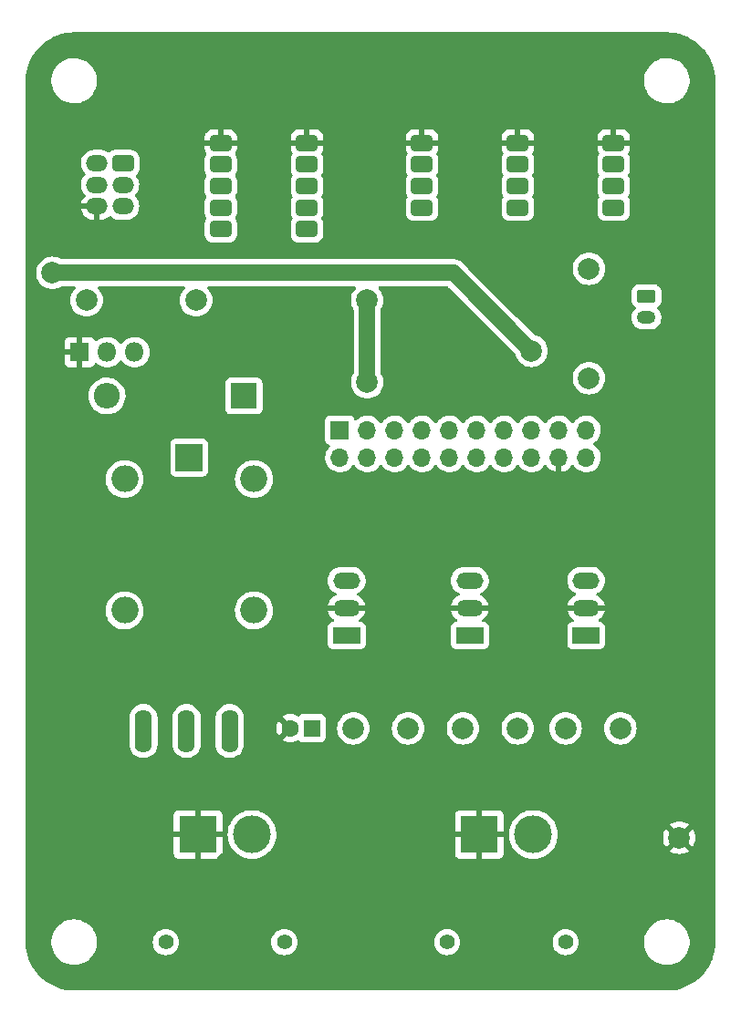
<source format=gbr>
%TF.GenerationSoftware,KiCad,Pcbnew,(6.0.0)*%
%TF.CreationDate,2022-05-13T18:08:34+02:00*%
%TF.ProjectId,Alimentation,416c696d-656e-4746-9174-696f6e2e6b69,rev?*%
%TF.SameCoordinates,Original*%
%TF.FileFunction,Copper,L1,Top*%
%TF.FilePolarity,Positive*%
%FSLAX46Y46*%
G04 Gerber Fmt 4.6, Leading zero omitted, Abs format (unit mm)*
G04 Created by KiCad (PCBNEW (6.0.0)) date 2022-05-13 18:08:34*
%MOMM*%
%LPD*%
G01*
G04 APERTURE LIST*
G04 Aperture macros list*
%AMRoundRect*
0 Rectangle with rounded corners*
0 $1 Rounding radius*
0 $2 $3 $4 $5 $6 $7 $8 $9 X,Y pos of 4 corners*
0 Add a 4 corners polygon primitive as box body*
4,1,4,$2,$3,$4,$5,$6,$7,$8,$9,$2,$3,0*
0 Add four circle primitives for the rounded corners*
1,1,$1+$1,$2,$3*
1,1,$1+$1,$4,$5*
1,1,$1+$1,$6,$7*
1,1,$1+$1,$8,$9*
0 Add four rect primitives between the rounded corners*
20,1,$1+$1,$2,$3,$4,$5,0*
20,1,$1+$1,$4,$5,$6,$7,0*
20,1,$1+$1,$6,$7,$8,$9,0*
20,1,$1+$1,$8,$9,$2,$3,0*%
G04 Aperture macros list end*
%TA.AperFunction,ComponentPad*%
%ADD10RoundRect,0.312500X-0.687500X0.437500X-0.687500X-0.437500X0.687500X-0.437500X0.687500X0.437500X0*%
%TD*%
%TA.AperFunction,ComponentPad*%
%ADD11R,2.500000X2.500000*%
%TD*%
%TA.AperFunction,ComponentPad*%
%ADD12O,2.500000X2.500000*%
%TD*%
%TA.AperFunction,ComponentPad*%
%ADD13R,2.500000X1.500000*%
%TD*%
%TA.AperFunction,ComponentPad*%
%ADD14O,2.500000X1.500000*%
%TD*%
%TA.AperFunction,ComponentPad*%
%ADD15R,1.700000X1.700000*%
%TD*%
%TA.AperFunction,ComponentPad*%
%ADD16O,1.700000X1.700000*%
%TD*%
%TA.AperFunction,ComponentPad*%
%ADD17RoundRect,0.312500X0.687500X-0.437500X0.687500X0.437500X-0.687500X0.437500X-0.687500X-0.437500X0*%
%TD*%
%TA.AperFunction,ComponentPad*%
%ADD18O,2.000000X1.500000*%
%TD*%
%TA.AperFunction,ComponentPad*%
%ADD19R,2.400000X2.400000*%
%TD*%
%TA.AperFunction,ComponentPad*%
%ADD20O,2.400000X2.400000*%
%TD*%
%TA.AperFunction,ComponentPad*%
%ADD21C,2.000000*%
%TD*%
%TA.AperFunction,ComponentPad*%
%ADD22C,1.400000*%
%TD*%
%TA.AperFunction,ComponentPad*%
%ADD23R,3.500000X3.500000*%
%TD*%
%TA.AperFunction,ComponentPad*%
%ADD24C,3.500000*%
%TD*%
%TA.AperFunction,ComponentPad*%
%ADD25RoundRect,0.250000X-0.625000X0.350000X-0.625000X-0.350000X0.625000X-0.350000X0.625000X0.350000X0*%
%TD*%
%TA.AperFunction,ComponentPad*%
%ADD26O,1.750000X1.200000*%
%TD*%
%TA.AperFunction,ComponentPad*%
%ADD27R,1.800000X1.800000*%
%TD*%
%TA.AperFunction,ComponentPad*%
%ADD28O,1.800000X1.800000*%
%TD*%
%TA.AperFunction,ComponentPad*%
%ADD29R,1.600000X1.600000*%
%TD*%
%TA.AperFunction,ComponentPad*%
%ADD30C,1.600000*%
%TD*%
%TA.AperFunction,ComponentPad*%
%ADD31O,1.600000X4.000000*%
%TD*%
%TA.AperFunction,SMDPad,CuDef*%
%ADD32C,2.000000*%
%TD*%
%TA.AperFunction,ViaPad*%
%ADD33C,2.000000*%
%TD*%
%TA.AperFunction,Conductor*%
%ADD34C,1.500000*%
%TD*%
G04 APERTURE END LIST*
D10*
%TO.P,J1,1,Pin_1*%
%TO.N,GND*%
X143002000Y-46228000D03*
%TO.P,J1,2,Pin_2*%
%TO.N,can_H*%
X143002000Y-48228000D03*
%TO.P,J1,3,Pin_3*%
%TO.N,can_L*%
X143002000Y-50228000D03*
%TO.P,J1,4,Pin_4*%
%TO.N,5Vout1*%
X143002000Y-52228000D03*
%TD*%
%TO.P,J2,1,Pin_1*%
%TO.N,GND*%
X134112000Y-46228000D03*
%TO.P,J2,2,Pin_2*%
%TO.N,can_H*%
X134112000Y-48228000D03*
%TO.P,J2,3,Pin_3*%
%TO.N,can_L*%
X134112000Y-50228000D03*
%TO.P,J2,4,Pin_4*%
%TO.N,5Vout2*%
X134112000Y-52228000D03*
%TD*%
%TO.P,J3,1,Pin_1*%
%TO.N,GND*%
X125222000Y-46228000D03*
%TO.P,J3,2,Pin_2*%
%TO.N,can_H*%
X125222000Y-48228000D03*
%TO.P,J3,3,Pin_3*%
%TO.N,can_L*%
X125222000Y-50228000D03*
%TO.P,J3,4,Pin_4*%
%TO.N,5Vout3*%
X125222000Y-52228000D03*
%TD*%
%TO.P,J4,1,Pin_1*%
%TO.N,GND*%
X114554000Y-46228000D03*
%TO.P,J4,2,Pin_2*%
%TO.N,can_H*%
X114554000Y-48228000D03*
%TO.P,J4,3,Pin_3*%
%TO.N,can_L*%
X114554000Y-50228000D03*
%TO.P,J4,4,Pin_4*%
%TO.N,5Vout4*%
X114554000Y-52228000D03*
%TO.P,J4,5,Pin_5*%
%TO.N,12Vout1*%
X114554000Y-54228000D03*
%TD*%
%TO.P,J5,1,Pin_1*%
%TO.N,GND*%
X106553000Y-46228000D03*
%TO.P,J5,2,Pin_2*%
%TO.N,can_H*%
X106553000Y-48228000D03*
%TO.P,J5,3,Pin_3*%
%TO.N,can_L*%
X106553000Y-50228000D03*
%TO.P,J5,4,Pin_4*%
%TO.N,5Vout5*%
X106553000Y-52228000D03*
%TO.P,J5,5,Pin_5*%
%TO.N,12Vout2*%
X106553000Y-54228000D03*
%TD*%
D11*
%TO.P,K1,1*%
%TO.N,Vbatt*%
X103632000Y-75438000D03*
D12*
%TO.P,K1,2*%
%TO.N,Net-(D1-Pad2)*%
X97632000Y-77438000D03*
%TO.P,K1,3*%
%TO.N,Net-(K1-Pad3)*%
X97632000Y-89638000D03*
%TO.P,K1,4*%
%TO.N,Net-(K1-Pad4)*%
X109632000Y-89638000D03*
%TO.P,K1,5*%
%TO.N,5VRPI*%
X109632000Y-77438000D03*
%TD*%
D13*
%TO.P,U2,1,Vin*%
%TO.N,Net-(F2-Pad1)*%
X129667000Y-91948000D03*
D14*
%TO.P,U2,2,GND*%
%TO.N,GND*%
X129667000Y-89408000D03*
%TO.P,U2,3,Vout*%
%TO.N,5V*%
X129667000Y-86868000D03*
%TD*%
D13*
%TO.P,U3,1,Vin*%
%TO.N,Net-(C1-Pad1)*%
X118237000Y-91948000D03*
D14*
%TO.P,U3,2,GND*%
%TO.N,GND*%
X118237000Y-89408000D03*
%TO.P,U3,3,Vout*%
%TO.N,12V*%
X118237000Y-86868000D03*
%TD*%
D15*
%TO.P,J7,1,Pin_1*%
%TO.N,12Vout2*%
X117602000Y-72898000D03*
D16*
%TO.P,J7,2,Pin_2*%
%TO.N,12V*%
X117602000Y-75438000D03*
%TO.P,J7,3,Pin_3*%
%TO.N,12Vout1*%
X120142000Y-72898000D03*
%TO.P,J7,4,Pin_4*%
%TO.N,12V*%
X120142000Y-75438000D03*
%TO.P,J7,5,Pin_5*%
%TO.N,5Vout5*%
X122682000Y-72898000D03*
%TO.P,J7,6,Pin_6*%
%TO.N,5V*%
X122682000Y-75438000D03*
%TO.P,J7,7,Pin_7*%
%TO.N,5Vout4*%
X125222000Y-72898000D03*
%TO.P,J7,8,Pin_8*%
%TO.N,5V*%
X125222000Y-75438000D03*
%TO.P,J7,9,Pin_9*%
%TO.N,5Vout3*%
X127762000Y-72898000D03*
%TO.P,J7,10,Pin_10*%
%TO.N,5V*%
X127762000Y-75438000D03*
%TO.P,J7,11,Pin_11*%
%TO.N,5Vout2*%
X130302000Y-72898000D03*
%TO.P,J7,12,Pin_12*%
%TO.N,5V*%
X130302000Y-75438000D03*
%TO.P,J7,13,Pin_13*%
%TO.N,5Vout1*%
X132842000Y-72898000D03*
%TO.P,J7,14,Pin_14*%
%TO.N,5V*%
X132842000Y-75438000D03*
%TO.P,J7,15,Pin_15*%
%TO.N,5VRPI*%
X135382000Y-72898000D03*
%TO.P,J7,16,Pin_16*%
%TO.N,Net-(J7-Pad16)*%
X135382000Y-75438000D03*
%TO.P,J7,17,Pin_17*%
%TO.N,can_L*%
X137922000Y-72898000D03*
%TO.P,J7,18,Pin_18*%
%TO.N,GND*%
X137922000Y-75438000D03*
%TO.P,J7,19,Pin_19*%
%TO.N,can_H*%
X140462000Y-72898000D03*
%TO.P,J7,20,Pin_20*%
%TO.N,unconnected-(J7-Pad20)*%
X140462000Y-75438000D03*
%TD*%
D17*
%TO.P,J6,1,Pin_1*%
%TO.N,can_H*%
X97482000Y-48133000D03*
D18*
%TO.P,J6,2,Pin_2*%
%TO.N,5VRPI*%
X95082000Y-48133000D03*
%TO.P,J6,3,Pin_3*%
%TO.N,can_L*%
X97482000Y-50133000D03*
%TO.P,J6,4,Pin_4*%
%TO.N,cmd_relais*%
X95082000Y-50133000D03*
%TO.P,J6,5,Pin_5*%
%TO.N,unconnected-(J6-Pad5)*%
X97482000Y-52133000D03*
%TO.P,J6,6,Pin_6*%
%TO.N,GND*%
X95082000Y-52133000D03*
%TD*%
D19*
%TO.P,D1,1,K*%
%TO.N,5VRPI*%
X108712000Y-69723000D03*
D20*
%TO.P,D1,2,A*%
%TO.N,Net-(D1-Pad2)*%
X96012000Y-69723000D03*
%TD*%
D13*
%TO.P,U1,1,Vin*%
%TO.N,Net-(F1-Pad1)*%
X140462000Y-91948000D03*
D14*
%TO.P,U1,2,GND*%
%TO.N,GND*%
X140462000Y-89408000D03*
%TO.P,U1,3,Vout*%
%TO.N,Net-(J7-Pad16)*%
X140462000Y-86868000D03*
%TD*%
D21*
%TO.P,R1,1*%
%TO.N,Net-(Q1-Pad3)*%
X104267000Y-60833000D03*
%TO.P,R1,2*%
%TO.N,cmd_relais*%
X94107000Y-60833000D03*
%TD*%
D22*
%TO.P,J8,*%
%TO.N,*%
X138556000Y-120448000D03*
X127556000Y-120448000D03*
D23*
%TO.P,J8,1,Pin_1*%
%TO.N,GND*%
X130556000Y-110448000D03*
D24*
%TO.P,J8,2,Pin_2*%
%TO.N,Vbatt*%
X135556000Y-110448000D03*
%TD*%
D22*
%TO.P,J9,*%
%TO.N,*%
X112452000Y-120448000D03*
X101452000Y-120448000D03*
D23*
%TO.P,J9,1,Pin_1*%
%TO.N,GND*%
X104452000Y-110448000D03*
D24*
%TO.P,J9,2,Pin_2*%
%TO.N,VbattRelay*%
X109452000Y-110448000D03*
%TD*%
D25*
%TO.P,J10,1,Pin_1*%
%TO.N,can_L*%
X146050000Y-60452000D03*
D26*
%TO.P,J10,2,Pin_2*%
%TO.N,can_H*%
X146050000Y-62452000D03*
%TD*%
D27*
%TO.P,Q1,1,E*%
%TO.N,GND*%
X93472000Y-65653000D03*
D28*
%TO.P,Q1,2,C*%
%TO.N,Net-(D1-Pad2)*%
X96012000Y-65653000D03*
%TO.P,Q1,3,B*%
%TO.N,Net-(Q1-Pad3)*%
X98552000Y-65653000D03*
%TD*%
D21*
%TO.P,F2,1*%
%TO.N,Net-(F2-Pad1)*%
X134112000Y-100584000D03*
%TO.P,F2,2*%
%TO.N,VbattRelay*%
X129032000Y-100584000D03*
%TD*%
D29*
%TO.P,C1,1*%
%TO.N,Net-(C1-Pad1)*%
X115001113Y-100584000D03*
D30*
%TO.P,C1,2*%
%TO.N,GND*%
X113001113Y-100584000D03*
%TD*%
D31*
%TO.P,SW1,1,A*%
%TO.N,Net-(K1-Pad3)*%
X99378000Y-100838000D03*
%TO.P,SW1,2,B*%
%TO.N,VbattRelay*%
X103378000Y-100838000D03*
%TO.P,SW1,3,C*%
%TO.N,Net-(K1-Pad4)*%
X107378000Y-100838000D03*
%TD*%
D32*
%TO.P,TP13,1,1*%
%TO.N,GND*%
X149098000Y-110744000D03*
%TD*%
D21*
%TO.P,F3,1*%
%TO.N,Net-(C1-Pad1)*%
X118862000Y-100584000D03*
%TO.P,F3,2*%
%TO.N,VbattRelay*%
X123942000Y-100584000D03*
%TD*%
%TO.P,R2,1*%
%TO.N,can_H*%
X140716000Y-68072000D03*
%TO.P,R2,2*%
%TO.N,can_L*%
X140716000Y-57912000D03*
%TD*%
%TO.P,F1,1*%
%TO.N,Net-(F1-Pad1)*%
X138547000Y-100584000D03*
%TO.P,F1,2*%
%TO.N,Vbatt*%
X143627000Y-100584000D03*
%TD*%
D33*
%TO.N,GND*%
X101092000Y-38608000D03*
X121158000Y-120396000D03*
X92202000Y-76708000D03*
X123444000Y-107950000D03*
X101092000Y-109220000D03*
X114300000Y-79756000D03*
X113792000Y-69088000D03*
X131572000Y-103378000D03*
X98044000Y-105664000D03*
X122174000Y-80264000D03*
X126492000Y-106172000D03*
X114808000Y-105410000D03*
X136144000Y-86360000D03*
X148590000Y-84328000D03*
X149352000Y-116078000D03*
X103632000Y-90043000D03*
X140462000Y-38608000D03*
X99568000Y-107442000D03*
X121412000Y-38608000D03*
X108966000Y-81788000D03*
X131572000Y-119888000D03*
X126492000Y-93726000D03*
X124460000Y-112268000D03*
X121412000Y-110363000D03*
X126238000Y-86106000D03*
X150114000Y-75438000D03*
X150368000Y-68326000D03*
X114554000Y-93218000D03*
X118618000Y-112014000D03*
X107442000Y-119888000D03*
X148717000Y-92583000D03*
X136652000Y-92710000D03*
X136144000Y-103886000D03*
X107188000Y-113030000D03*
%TO.N,12Vout1*%
X120142000Y-68453000D03*
X120142000Y-60833000D03*
%TO.N,5VRPI*%
X135382000Y-65532000D03*
X90932000Y-58293000D03*
%TD*%
D34*
%TO.N,12Vout1*%
X120142000Y-60833000D02*
X120142000Y-68453000D01*
%TO.N,5VRPI*%
X135382000Y-65532000D02*
X128143000Y-58293000D01*
X128143000Y-58293000D02*
X90932000Y-58293000D01*
%TD*%
%TA.AperFunction,Conductor*%
%TO.N,GND*%
G36*
X147922057Y-35957500D02*
G01*
X147936858Y-35959805D01*
X147936861Y-35959805D01*
X147945730Y-35961186D01*
X147966158Y-35958515D01*
X147987983Y-35957571D01*
X148338007Y-35972853D01*
X148348958Y-35973811D01*
X148726579Y-36023527D01*
X148737403Y-36025436D01*
X149109243Y-36107870D01*
X149119860Y-36110715D01*
X149483110Y-36225248D01*
X149493425Y-36229001D01*
X149845334Y-36374766D01*
X149855269Y-36379399D01*
X150193128Y-36555278D01*
X150202637Y-36560768D01*
X150523860Y-36765410D01*
X150532864Y-36771714D01*
X150835043Y-37003583D01*
X150843463Y-37010649D01*
X151124268Y-37267959D01*
X151132041Y-37275732D01*
X151389351Y-37556537D01*
X151396417Y-37564957D01*
X151628286Y-37867136D01*
X151634590Y-37876140D01*
X151839232Y-38197363D01*
X151844722Y-38206872D01*
X152020601Y-38544731D01*
X152025234Y-38554666D01*
X152134963Y-38819577D01*
X152170996Y-38906568D01*
X152174752Y-38916890D01*
X152202401Y-39004579D01*
X152289285Y-39280139D01*
X152292130Y-39290757D01*
X152374564Y-39662597D01*
X152376473Y-39673421D01*
X152426189Y-40051042D01*
X152427147Y-40061993D01*
X152442104Y-40404583D01*
X152440724Y-40429461D01*
X152438814Y-40441730D01*
X152440638Y-40455678D01*
X152442936Y-40473251D01*
X152444000Y-40489589D01*
X152444000Y-120398672D01*
X152442500Y-120418056D01*
X152438814Y-120441730D01*
X152441485Y-120462158D01*
X152442429Y-120483983D01*
X152435042Y-120653175D01*
X152427147Y-120834007D01*
X152426189Y-120844957D01*
X152423454Y-120865734D01*
X152376473Y-121222579D01*
X152374564Y-121233403D01*
X152292130Y-121605243D01*
X152289285Y-121615860D01*
X152200434Y-121897661D01*
X152174755Y-121979103D01*
X152170999Y-121989425D01*
X152128137Y-122092904D01*
X152025238Y-122341325D01*
X152020601Y-122351269D01*
X151844722Y-122689128D01*
X151839232Y-122698637D01*
X151634590Y-123019860D01*
X151628286Y-123028864D01*
X151396417Y-123331043D01*
X151389351Y-123339463D01*
X151132041Y-123620268D01*
X151124268Y-123628041D01*
X150843463Y-123885351D01*
X150835043Y-123892417D01*
X150532864Y-124124286D01*
X150523860Y-124130590D01*
X150202637Y-124335232D01*
X150193128Y-124340722D01*
X149855269Y-124516601D01*
X149845334Y-124521234D01*
X149493425Y-124666999D01*
X149483110Y-124670752D01*
X149119861Y-124785285D01*
X149109243Y-124788130D01*
X148737403Y-124870564D01*
X148726579Y-124872473D01*
X148348958Y-124922189D01*
X148338007Y-124923147D01*
X147995417Y-124938104D01*
X147970539Y-124936724D01*
X147970160Y-124936665D01*
X147958270Y-124934814D01*
X147926749Y-124938936D01*
X147910411Y-124940000D01*
X93001328Y-124940000D01*
X92981943Y-124938500D01*
X92967142Y-124936195D01*
X92967139Y-124936195D01*
X92958270Y-124934814D01*
X92937842Y-124937485D01*
X92916017Y-124938429D01*
X92565993Y-124923147D01*
X92555042Y-124922189D01*
X92177421Y-124872473D01*
X92166597Y-124870564D01*
X91794757Y-124788130D01*
X91784139Y-124785285D01*
X91420890Y-124670752D01*
X91410575Y-124666999D01*
X91058666Y-124521234D01*
X91048731Y-124516601D01*
X90710872Y-124340722D01*
X90701363Y-124335232D01*
X90380140Y-124130590D01*
X90371136Y-124124286D01*
X90068957Y-123892417D01*
X90060537Y-123885351D01*
X89779732Y-123628041D01*
X89771959Y-123620268D01*
X89514649Y-123339463D01*
X89507583Y-123331043D01*
X89275714Y-123028864D01*
X89269410Y-123019860D01*
X89064768Y-122698637D01*
X89059278Y-122689128D01*
X88883399Y-122351269D01*
X88878762Y-122341325D01*
X88775864Y-122092904D01*
X88733001Y-121989425D01*
X88729245Y-121979103D01*
X88703567Y-121897661D01*
X88614715Y-121615860D01*
X88611870Y-121605243D01*
X88529436Y-121233403D01*
X88527527Y-121222579D01*
X88477811Y-120844957D01*
X88476853Y-120834006D01*
X88466943Y-120607036D01*
X88465793Y-120580703D01*
X90842743Y-120580703D01*
X90843302Y-120584947D01*
X90843302Y-120584951D01*
X90853705Y-120663970D01*
X90880268Y-120865734D01*
X90956129Y-121143036D01*
X90957813Y-121146984D01*
X91057400Y-121380460D01*
X91068923Y-121407476D01*
X91216561Y-121654161D01*
X91396313Y-121878528D01*
X91604851Y-122076423D01*
X91838317Y-122244186D01*
X91842112Y-122246195D01*
X91842113Y-122246196D01*
X91863869Y-122257715D01*
X92092392Y-122378712D01*
X92362373Y-122477511D01*
X92643264Y-122538755D01*
X92671841Y-122541004D01*
X92866282Y-122556307D01*
X92866291Y-122556307D01*
X92868739Y-122556500D01*
X93024271Y-122556500D01*
X93026407Y-122556354D01*
X93026418Y-122556354D01*
X93234548Y-122542165D01*
X93234554Y-122542164D01*
X93238825Y-122541873D01*
X93243020Y-122541004D01*
X93243022Y-122541004D01*
X93379584Y-122512723D01*
X93520342Y-122483574D01*
X93791343Y-122387607D01*
X94046812Y-122255750D01*
X94050313Y-122253289D01*
X94050317Y-122253287D01*
X94164418Y-122173095D01*
X94282023Y-122090441D01*
X94360403Y-122017606D01*
X94489479Y-121897661D01*
X94489481Y-121897658D01*
X94492622Y-121894740D01*
X94674713Y-121672268D01*
X94824927Y-121427142D01*
X94848516Y-121373406D01*
X94938757Y-121167830D01*
X94940483Y-121163898D01*
X95019244Y-120887406D01*
X95059751Y-120602784D01*
X95059845Y-120584951D01*
X95060562Y-120448000D01*
X100238884Y-120448000D01*
X100257314Y-120658655D01*
X100258738Y-120663968D01*
X100258738Y-120663970D01*
X100307234Y-120844957D01*
X100312044Y-120862910D01*
X100314366Y-120867891D01*
X100314367Y-120867892D01*
X100325392Y-120891534D01*
X100401411Y-121054558D01*
X100522699Y-121227776D01*
X100672224Y-121377301D01*
X100845442Y-121498589D01*
X100850420Y-121500910D01*
X100850423Y-121500912D01*
X101032108Y-121585633D01*
X101037090Y-121587956D01*
X101042398Y-121589378D01*
X101042400Y-121589379D01*
X101236030Y-121641262D01*
X101236032Y-121641262D01*
X101241345Y-121642686D01*
X101452000Y-121661116D01*
X101662655Y-121642686D01*
X101667968Y-121641262D01*
X101667970Y-121641262D01*
X101861600Y-121589379D01*
X101861602Y-121589378D01*
X101866910Y-121587956D01*
X101871892Y-121585633D01*
X102053577Y-121500912D01*
X102053580Y-121500910D01*
X102058558Y-121498589D01*
X102231776Y-121377301D01*
X102381301Y-121227776D01*
X102502589Y-121054558D01*
X102578609Y-120891534D01*
X102589633Y-120867892D01*
X102589634Y-120867891D01*
X102591956Y-120862910D01*
X102596767Y-120844957D01*
X102645262Y-120663970D01*
X102645262Y-120663968D01*
X102646686Y-120658655D01*
X102665116Y-120448000D01*
X111238884Y-120448000D01*
X111257314Y-120658655D01*
X111258738Y-120663968D01*
X111258738Y-120663970D01*
X111307234Y-120844957D01*
X111312044Y-120862910D01*
X111314366Y-120867891D01*
X111314367Y-120867892D01*
X111325392Y-120891534D01*
X111401411Y-121054558D01*
X111522699Y-121227776D01*
X111672224Y-121377301D01*
X111845442Y-121498589D01*
X111850420Y-121500910D01*
X111850423Y-121500912D01*
X112032108Y-121585633D01*
X112037090Y-121587956D01*
X112042398Y-121589378D01*
X112042400Y-121589379D01*
X112236030Y-121641262D01*
X112236032Y-121641262D01*
X112241345Y-121642686D01*
X112452000Y-121661116D01*
X112662655Y-121642686D01*
X112667968Y-121641262D01*
X112667970Y-121641262D01*
X112861600Y-121589379D01*
X112861602Y-121589378D01*
X112866910Y-121587956D01*
X112871892Y-121585633D01*
X113053577Y-121500912D01*
X113053580Y-121500910D01*
X113058558Y-121498589D01*
X113231776Y-121377301D01*
X113381301Y-121227776D01*
X113502589Y-121054558D01*
X113578609Y-120891534D01*
X113589633Y-120867892D01*
X113589634Y-120867891D01*
X113591956Y-120862910D01*
X113596767Y-120844957D01*
X113645262Y-120663970D01*
X113645262Y-120663968D01*
X113646686Y-120658655D01*
X113665116Y-120448000D01*
X126342884Y-120448000D01*
X126361314Y-120658655D01*
X126362738Y-120663968D01*
X126362738Y-120663970D01*
X126411234Y-120844957D01*
X126416044Y-120862910D01*
X126418366Y-120867891D01*
X126418367Y-120867892D01*
X126429392Y-120891534D01*
X126505411Y-121054558D01*
X126626699Y-121227776D01*
X126776224Y-121377301D01*
X126949442Y-121498589D01*
X126954420Y-121500910D01*
X126954423Y-121500912D01*
X127136108Y-121585633D01*
X127141090Y-121587956D01*
X127146398Y-121589378D01*
X127146400Y-121589379D01*
X127340030Y-121641262D01*
X127340032Y-121641262D01*
X127345345Y-121642686D01*
X127556000Y-121661116D01*
X127766655Y-121642686D01*
X127771968Y-121641262D01*
X127771970Y-121641262D01*
X127965600Y-121589379D01*
X127965602Y-121589378D01*
X127970910Y-121587956D01*
X127975892Y-121585633D01*
X128157577Y-121500912D01*
X128157580Y-121500910D01*
X128162558Y-121498589D01*
X128335776Y-121377301D01*
X128485301Y-121227776D01*
X128606589Y-121054558D01*
X128682609Y-120891534D01*
X128693633Y-120867892D01*
X128693634Y-120867891D01*
X128695956Y-120862910D01*
X128700767Y-120844957D01*
X128749262Y-120663970D01*
X128749262Y-120663968D01*
X128750686Y-120658655D01*
X128769116Y-120448000D01*
X137342884Y-120448000D01*
X137361314Y-120658655D01*
X137362738Y-120663968D01*
X137362738Y-120663970D01*
X137411234Y-120844957D01*
X137416044Y-120862910D01*
X137418366Y-120867891D01*
X137418367Y-120867892D01*
X137429392Y-120891534D01*
X137505411Y-121054558D01*
X137626699Y-121227776D01*
X137776224Y-121377301D01*
X137949442Y-121498589D01*
X137954420Y-121500910D01*
X137954423Y-121500912D01*
X138136108Y-121585633D01*
X138141090Y-121587956D01*
X138146398Y-121589378D01*
X138146400Y-121589379D01*
X138340030Y-121641262D01*
X138340032Y-121641262D01*
X138345345Y-121642686D01*
X138556000Y-121661116D01*
X138766655Y-121642686D01*
X138771968Y-121641262D01*
X138771970Y-121641262D01*
X138965600Y-121589379D01*
X138965602Y-121589378D01*
X138970910Y-121587956D01*
X138975892Y-121585633D01*
X139157577Y-121500912D01*
X139157580Y-121500910D01*
X139162558Y-121498589D01*
X139335776Y-121377301D01*
X139485301Y-121227776D01*
X139606589Y-121054558D01*
X139682609Y-120891534D01*
X139693633Y-120867892D01*
X139693634Y-120867891D01*
X139695956Y-120862910D01*
X139700767Y-120844957D01*
X139749262Y-120663970D01*
X139749262Y-120663968D01*
X139750686Y-120658655D01*
X139757506Y-120580703D01*
X145842743Y-120580703D01*
X145843302Y-120584947D01*
X145843302Y-120584951D01*
X145853705Y-120663970D01*
X145880268Y-120865734D01*
X145956129Y-121143036D01*
X145957813Y-121146984D01*
X146057400Y-121380460D01*
X146068923Y-121407476D01*
X146216561Y-121654161D01*
X146396313Y-121878528D01*
X146604851Y-122076423D01*
X146838317Y-122244186D01*
X146842112Y-122246195D01*
X146842113Y-122246196D01*
X146863869Y-122257715D01*
X147092392Y-122378712D01*
X147362373Y-122477511D01*
X147643264Y-122538755D01*
X147671841Y-122541004D01*
X147866282Y-122556307D01*
X147866291Y-122556307D01*
X147868739Y-122556500D01*
X148024271Y-122556500D01*
X148026407Y-122556354D01*
X148026418Y-122556354D01*
X148234548Y-122542165D01*
X148234554Y-122542164D01*
X148238825Y-122541873D01*
X148243020Y-122541004D01*
X148243022Y-122541004D01*
X148379584Y-122512723D01*
X148520342Y-122483574D01*
X148791343Y-122387607D01*
X149046812Y-122255750D01*
X149050313Y-122253289D01*
X149050317Y-122253287D01*
X149164417Y-122173096D01*
X149282023Y-122090441D01*
X149360403Y-122017606D01*
X149489479Y-121897661D01*
X149489481Y-121897658D01*
X149492622Y-121894740D01*
X149674713Y-121672268D01*
X149824927Y-121427142D01*
X149848516Y-121373406D01*
X149938757Y-121167830D01*
X149940483Y-121163898D01*
X150019244Y-120887406D01*
X150059751Y-120602784D01*
X150059845Y-120584951D01*
X150061235Y-120319583D01*
X150061235Y-120319576D01*
X150061257Y-120315297D01*
X150050995Y-120237345D01*
X150024292Y-120034522D01*
X150023732Y-120030266D01*
X149947871Y-119752964D01*
X149847948Y-119518699D01*
X149836763Y-119492476D01*
X149836761Y-119492472D01*
X149835077Y-119488524D01*
X149687439Y-119241839D01*
X149507687Y-119017472D01*
X149299149Y-118819577D01*
X149065683Y-118651814D01*
X149043843Y-118640250D01*
X149020654Y-118627972D01*
X148811608Y-118517288D01*
X148541627Y-118418489D01*
X148260736Y-118357245D01*
X148229685Y-118354801D01*
X148037718Y-118339693D01*
X148037709Y-118339693D01*
X148035261Y-118339500D01*
X147879729Y-118339500D01*
X147877593Y-118339646D01*
X147877582Y-118339646D01*
X147669452Y-118353835D01*
X147669446Y-118353836D01*
X147665175Y-118354127D01*
X147660980Y-118354996D01*
X147660978Y-118354996D01*
X147524417Y-118383276D01*
X147383658Y-118412426D01*
X147112657Y-118508393D01*
X146857188Y-118640250D01*
X146853687Y-118642711D01*
X146853683Y-118642713D01*
X146843594Y-118649804D01*
X146621977Y-118805559D01*
X146411378Y-119001260D01*
X146229287Y-119223732D01*
X146079073Y-119468858D01*
X146077347Y-119472791D01*
X146077346Y-119472792D01*
X145993267Y-119664329D01*
X145963517Y-119732102D01*
X145884756Y-120008594D01*
X145844249Y-120293216D01*
X145844227Y-120297505D01*
X145844226Y-120297512D01*
X145843191Y-120495173D01*
X145842743Y-120580703D01*
X139757506Y-120580703D01*
X139769116Y-120448000D01*
X139750686Y-120237345D01*
X139695956Y-120033090D01*
X139684533Y-120008594D01*
X139608912Y-119846423D01*
X139608910Y-119846420D01*
X139606589Y-119841442D01*
X139485301Y-119668224D01*
X139335776Y-119518699D01*
X139162558Y-119397411D01*
X139157580Y-119395090D01*
X139157577Y-119395088D01*
X138975892Y-119310367D01*
X138975891Y-119310366D01*
X138970910Y-119308044D01*
X138965602Y-119306622D01*
X138965600Y-119306621D01*
X138771970Y-119254738D01*
X138771968Y-119254738D01*
X138766655Y-119253314D01*
X138556000Y-119234884D01*
X138345345Y-119253314D01*
X138340032Y-119254738D01*
X138340030Y-119254738D01*
X138146400Y-119306621D01*
X138146398Y-119306622D01*
X138141090Y-119308044D01*
X138136109Y-119310366D01*
X138136108Y-119310367D01*
X137954423Y-119395088D01*
X137954420Y-119395090D01*
X137949442Y-119397411D01*
X137776224Y-119518699D01*
X137626699Y-119668224D01*
X137505411Y-119841442D01*
X137503090Y-119846420D01*
X137503088Y-119846423D01*
X137427467Y-120008594D01*
X137416044Y-120033090D01*
X137361314Y-120237345D01*
X137342884Y-120448000D01*
X128769116Y-120448000D01*
X128750686Y-120237345D01*
X128695956Y-120033090D01*
X128684533Y-120008594D01*
X128608912Y-119846423D01*
X128608910Y-119846420D01*
X128606589Y-119841442D01*
X128485301Y-119668224D01*
X128335776Y-119518699D01*
X128162558Y-119397411D01*
X128157580Y-119395090D01*
X128157577Y-119395088D01*
X127975892Y-119310367D01*
X127975891Y-119310366D01*
X127970910Y-119308044D01*
X127965602Y-119306622D01*
X127965600Y-119306621D01*
X127771970Y-119254738D01*
X127771968Y-119254738D01*
X127766655Y-119253314D01*
X127556000Y-119234884D01*
X127345345Y-119253314D01*
X127340032Y-119254738D01*
X127340030Y-119254738D01*
X127146400Y-119306621D01*
X127146398Y-119306622D01*
X127141090Y-119308044D01*
X127136109Y-119310366D01*
X127136108Y-119310367D01*
X126954423Y-119395088D01*
X126954420Y-119395090D01*
X126949442Y-119397411D01*
X126776224Y-119518699D01*
X126626699Y-119668224D01*
X126505411Y-119841442D01*
X126503090Y-119846420D01*
X126503088Y-119846423D01*
X126427467Y-120008594D01*
X126416044Y-120033090D01*
X126361314Y-120237345D01*
X126342884Y-120448000D01*
X113665116Y-120448000D01*
X113646686Y-120237345D01*
X113591956Y-120033090D01*
X113580533Y-120008594D01*
X113504912Y-119846423D01*
X113504910Y-119846420D01*
X113502589Y-119841442D01*
X113381301Y-119668224D01*
X113231776Y-119518699D01*
X113058558Y-119397411D01*
X113053580Y-119395090D01*
X113053577Y-119395088D01*
X112871892Y-119310367D01*
X112871891Y-119310366D01*
X112866910Y-119308044D01*
X112861602Y-119306622D01*
X112861600Y-119306621D01*
X112667970Y-119254738D01*
X112667968Y-119254738D01*
X112662655Y-119253314D01*
X112452000Y-119234884D01*
X112241345Y-119253314D01*
X112236032Y-119254738D01*
X112236030Y-119254738D01*
X112042400Y-119306621D01*
X112042398Y-119306622D01*
X112037090Y-119308044D01*
X112032109Y-119310366D01*
X112032108Y-119310367D01*
X111850423Y-119395088D01*
X111850420Y-119395090D01*
X111845442Y-119397411D01*
X111672224Y-119518699D01*
X111522699Y-119668224D01*
X111401411Y-119841442D01*
X111399090Y-119846420D01*
X111399088Y-119846423D01*
X111323467Y-120008594D01*
X111312044Y-120033090D01*
X111257314Y-120237345D01*
X111238884Y-120448000D01*
X102665116Y-120448000D01*
X102646686Y-120237345D01*
X102591956Y-120033090D01*
X102580533Y-120008594D01*
X102504912Y-119846423D01*
X102504910Y-119846420D01*
X102502589Y-119841442D01*
X102381301Y-119668224D01*
X102231776Y-119518699D01*
X102058558Y-119397411D01*
X102053580Y-119395090D01*
X102053577Y-119395088D01*
X101871892Y-119310367D01*
X101871891Y-119310366D01*
X101866910Y-119308044D01*
X101861602Y-119306622D01*
X101861600Y-119306621D01*
X101667970Y-119254738D01*
X101667968Y-119254738D01*
X101662655Y-119253314D01*
X101452000Y-119234884D01*
X101241345Y-119253314D01*
X101236032Y-119254738D01*
X101236030Y-119254738D01*
X101042400Y-119306621D01*
X101042398Y-119306622D01*
X101037090Y-119308044D01*
X101032109Y-119310366D01*
X101032108Y-119310367D01*
X100850423Y-119395088D01*
X100850420Y-119395090D01*
X100845442Y-119397411D01*
X100672224Y-119518699D01*
X100522699Y-119668224D01*
X100401411Y-119841442D01*
X100399090Y-119846420D01*
X100399088Y-119846423D01*
X100323467Y-120008594D01*
X100312044Y-120033090D01*
X100257314Y-120237345D01*
X100238884Y-120448000D01*
X95060562Y-120448000D01*
X95061235Y-120319583D01*
X95061235Y-120319576D01*
X95061257Y-120315297D01*
X95050995Y-120237345D01*
X95024292Y-120034522D01*
X95023732Y-120030266D01*
X94947871Y-119752964D01*
X94847948Y-119518699D01*
X94836763Y-119492476D01*
X94836761Y-119492472D01*
X94835077Y-119488524D01*
X94687439Y-119241839D01*
X94507687Y-119017472D01*
X94299149Y-118819577D01*
X94065683Y-118651814D01*
X94043843Y-118640250D01*
X94020654Y-118627972D01*
X93811608Y-118517288D01*
X93541627Y-118418489D01*
X93260736Y-118357245D01*
X93229685Y-118354801D01*
X93037718Y-118339693D01*
X93037709Y-118339693D01*
X93035261Y-118339500D01*
X92879729Y-118339500D01*
X92877593Y-118339646D01*
X92877582Y-118339646D01*
X92669452Y-118353835D01*
X92669446Y-118353836D01*
X92665175Y-118354127D01*
X92660980Y-118354996D01*
X92660978Y-118354996D01*
X92524417Y-118383276D01*
X92383658Y-118412426D01*
X92112657Y-118508393D01*
X91857188Y-118640250D01*
X91853687Y-118642711D01*
X91853683Y-118642713D01*
X91843594Y-118649804D01*
X91621977Y-118805559D01*
X91411378Y-119001260D01*
X91229287Y-119223732D01*
X91079073Y-119468858D01*
X91077347Y-119472791D01*
X91077346Y-119472792D01*
X90993267Y-119664329D01*
X90963517Y-119732102D01*
X90884756Y-120008594D01*
X90844249Y-120293216D01*
X90844227Y-120297505D01*
X90844226Y-120297512D01*
X90843191Y-120495173D01*
X90842743Y-120580703D01*
X88465793Y-120580703D01*
X88462059Y-120495172D01*
X88463686Y-120468769D01*
X88464263Y-120465342D01*
X88464263Y-120465340D01*
X88465071Y-120460539D01*
X88465224Y-120448000D01*
X88461273Y-120420412D01*
X88460000Y-120402549D01*
X88460000Y-112242669D01*
X102194001Y-112242669D01*
X102194371Y-112249490D01*
X102199895Y-112300352D01*
X102203521Y-112315604D01*
X102248676Y-112436054D01*
X102257214Y-112451649D01*
X102333715Y-112553724D01*
X102346276Y-112566285D01*
X102448351Y-112642786D01*
X102463946Y-112651324D01*
X102584394Y-112696478D01*
X102599649Y-112700105D01*
X102650514Y-112705631D01*
X102657328Y-112706000D01*
X104179885Y-112706000D01*
X104195124Y-112701525D01*
X104196329Y-112700135D01*
X104198000Y-112692452D01*
X104198000Y-112687884D01*
X104706000Y-112687884D01*
X104710475Y-112703123D01*
X104711865Y-112704328D01*
X104719548Y-112705999D01*
X106246669Y-112705999D01*
X106253490Y-112705629D01*
X106304352Y-112700105D01*
X106319604Y-112696479D01*
X106440054Y-112651324D01*
X106455649Y-112642786D01*
X106557724Y-112566285D01*
X106570285Y-112553724D01*
X106646786Y-112451649D01*
X106655324Y-112436054D01*
X106700478Y-112315606D01*
X106704105Y-112300351D01*
X106709631Y-112249486D01*
X106710000Y-112242672D01*
X106710000Y-110720115D01*
X106705525Y-110704876D01*
X106704135Y-110703671D01*
X106696452Y-110702000D01*
X104724115Y-110702000D01*
X104708876Y-110706475D01*
X104707671Y-110707865D01*
X104706000Y-110715548D01*
X104706000Y-112687884D01*
X104198000Y-112687884D01*
X104198000Y-110720115D01*
X104193525Y-110704876D01*
X104192135Y-110703671D01*
X104184452Y-110702000D01*
X102212116Y-110702000D01*
X102196877Y-110706475D01*
X102195672Y-110707865D01*
X102194001Y-110715548D01*
X102194001Y-112242669D01*
X88460000Y-112242669D01*
X88460000Y-110448000D01*
X107188654Y-110448000D01*
X107188924Y-110452119D01*
X107207427Y-110734420D01*
X107208017Y-110743426D01*
X107208819Y-110747459D01*
X107208820Y-110747465D01*
X107254219Y-110975699D01*
X107265776Y-111033797D01*
X107267103Y-111037706D01*
X107267104Y-111037710D01*
X107324444Y-111206627D01*
X107360941Y-111314145D01*
X107491885Y-111579673D01*
X107656367Y-111825838D01*
X107659081Y-111828932D01*
X107659085Y-111828938D01*
X107795352Y-111984320D01*
X107851573Y-112048427D01*
X107854662Y-112051136D01*
X108071062Y-112240915D01*
X108071068Y-112240919D01*
X108074162Y-112243633D01*
X108077588Y-112245922D01*
X108077593Y-112245926D01*
X108159048Y-112300352D01*
X108320327Y-112408115D01*
X108324026Y-112409939D01*
X108324031Y-112409942D01*
X108408605Y-112451649D01*
X108585855Y-112539059D01*
X108589760Y-112540384D01*
X108589761Y-112540385D01*
X108862290Y-112632896D01*
X108862294Y-112632897D01*
X108866203Y-112634224D01*
X108870247Y-112635028D01*
X108870253Y-112635030D01*
X109152535Y-112691180D01*
X109152541Y-112691181D01*
X109156574Y-112691983D01*
X109160679Y-112692252D01*
X109160686Y-112692253D01*
X109447881Y-112711076D01*
X109452000Y-112711346D01*
X109456119Y-112711076D01*
X109743314Y-112692253D01*
X109743321Y-112692252D01*
X109747426Y-112691983D01*
X109751459Y-112691181D01*
X109751465Y-112691180D01*
X110033747Y-112635030D01*
X110033753Y-112635028D01*
X110037797Y-112634224D01*
X110041706Y-112632897D01*
X110041710Y-112632896D01*
X110314239Y-112540385D01*
X110314240Y-112540384D01*
X110318145Y-112539059D01*
X110495395Y-112451649D01*
X110579969Y-112409942D01*
X110579974Y-112409939D01*
X110583673Y-112408115D01*
X110744952Y-112300352D01*
X110826407Y-112245926D01*
X110826412Y-112245922D01*
X110829838Y-112243633D01*
X110830937Y-112242669D01*
X128298001Y-112242669D01*
X128298371Y-112249490D01*
X128303895Y-112300352D01*
X128307521Y-112315604D01*
X128352676Y-112436054D01*
X128361214Y-112451649D01*
X128437715Y-112553724D01*
X128450276Y-112566285D01*
X128552351Y-112642786D01*
X128567946Y-112651324D01*
X128688394Y-112696478D01*
X128703649Y-112700105D01*
X128754514Y-112705631D01*
X128761328Y-112706000D01*
X130283885Y-112706000D01*
X130299124Y-112701525D01*
X130300329Y-112700135D01*
X130302000Y-112692452D01*
X130302000Y-112687884D01*
X130810000Y-112687884D01*
X130814475Y-112703123D01*
X130815865Y-112704328D01*
X130823548Y-112705999D01*
X132350669Y-112705999D01*
X132357490Y-112705629D01*
X132408352Y-112700105D01*
X132423604Y-112696479D01*
X132544054Y-112651324D01*
X132559649Y-112642786D01*
X132661724Y-112566285D01*
X132674285Y-112553724D01*
X132750786Y-112451649D01*
X132759324Y-112436054D01*
X132804478Y-112315606D01*
X132808105Y-112300351D01*
X132813631Y-112249486D01*
X132814000Y-112242672D01*
X132814000Y-110720115D01*
X132809525Y-110704876D01*
X132808135Y-110703671D01*
X132800452Y-110702000D01*
X130828115Y-110702000D01*
X130812876Y-110706475D01*
X130811671Y-110707865D01*
X130810000Y-110715548D01*
X130810000Y-112687884D01*
X130302000Y-112687884D01*
X130302000Y-110720115D01*
X130297525Y-110704876D01*
X130296135Y-110703671D01*
X130288452Y-110702000D01*
X128316116Y-110702000D01*
X128300877Y-110706475D01*
X128299672Y-110707865D01*
X128298001Y-110715548D01*
X128298001Y-112242669D01*
X110830937Y-112242669D01*
X110832932Y-112240919D01*
X110832938Y-112240915D01*
X111049338Y-112051136D01*
X111052427Y-112048427D01*
X111108648Y-111984320D01*
X111244915Y-111828938D01*
X111244919Y-111828932D01*
X111247633Y-111825838D01*
X111412115Y-111579673D01*
X111543059Y-111314145D01*
X111579556Y-111206627D01*
X111636896Y-111037710D01*
X111636897Y-111037706D01*
X111638224Y-111033797D01*
X111649781Y-110975699D01*
X111695180Y-110747465D01*
X111695181Y-110747459D01*
X111695983Y-110743426D01*
X111696574Y-110734420D01*
X111715076Y-110452119D01*
X111715346Y-110448000D01*
X133292654Y-110448000D01*
X133292924Y-110452119D01*
X133311427Y-110734420D01*
X133312017Y-110743426D01*
X133312819Y-110747459D01*
X133312820Y-110747465D01*
X133358219Y-110975699D01*
X133369776Y-111033797D01*
X133371103Y-111037706D01*
X133371104Y-111037710D01*
X133428444Y-111206627D01*
X133464941Y-111314145D01*
X133595885Y-111579673D01*
X133760367Y-111825838D01*
X133763081Y-111828932D01*
X133763085Y-111828938D01*
X133899352Y-111984320D01*
X133955573Y-112048427D01*
X133958662Y-112051136D01*
X134175062Y-112240915D01*
X134175068Y-112240919D01*
X134178162Y-112243633D01*
X134181588Y-112245922D01*
X134181593Y-112245926D01*
X134263048Y-112300352D01*
X134424327Y-112408115D01*
X134428026Y-112409939D01*
X134428031Y-112409942D01*
X134512605Y-112451649D01*
X134689855Y-112539059D01*
X134693760Y-112540384D01*
X134693761Y-112540385D01*
X134966290Y-112632896D01*
X134966294Y-112632897D01*
X134970203Y-112634224D01*
X134974247Y-112635028D01*
X134974253Y-112635030D01*
X135256535Y-112691180D01*
X135256541Y-112691181D01*
X135260574Y-112691983D01*
X135264679Y-112692252D01*
X135264686Y-112692253D01*
X135551881Y-112711076D01*
X135556000Y-112711346D01*
X135560119Y-112711076D01*
X135847314Y-112692253D01*
X135847321Y-112692252D01*
X135851426Y-112691983D01*
X135855459Y-112691181D01*
X135855465Y-112691180D01*
X136137747Y-112635030D01*
X136137753Y-112635028D01*
X136141797Y-112634224D01*
X136145706Y-112632897D01*
X136145710Y-112632896D01*
X136418239Y-112540385D01*
X136418240Y-112540384D01*
X136422145Y-112539059D01*
X136599395Y-112451649D01*
X136683969Y-112409942D01*
X136683974Y-112409939D01*
X136687673Y-112408115D01*
X136848952Y-112300352D01*
X136930407Y-112245926D01*
X136930412Y-112245922D01*
X136933838Y-112243633D01*
X136936932Y-112240919D01*
X136936938Y-112240915D01*
X137153338Y-112051136D01*
X137156427Y-112048427D01*
X137212648Y-111984320D01*
X137219357Y-111976670D01*
X148230160Y-111976670D01*
X148235887Y-111984320D01*
X148407042Y-112089205D01*
X148415837Y-112093687D01*
X148625988Y-112180734D01*
X148635373Y-112183783D01*
X148856554Y-112236885D01*
X148866301Y-112238428D01*
X149093070Y-112256275D01*
X149102930Y-112256275D01*
X149329699Y-112238428D01*
X149339446Y-112236885D01*
X149560627Y-112183783D01*
X149570012Y-112180734D01*
X149780163Y-112093687D01*
X149788958Y-112089205D01*
X149956445Y-111986568D01*
X149965907Y-111976110D01*
X149962124Y-111967334D01*
X149110812Y-111116022D01*
X149096868Y-111108408D01*
X149095035Y-111108539D01*
X149088420Y-111112790D01*
X148236920Y-111964290D01*
X148230160Y-111976670D01*
X137219357Y-111976670D01*
X137348915Y-111828938D01*
X137348919Y-111828932D01*
X137351633Y-111825838D01*
X137516115Y-111579673D01*
X137647059Y-111314145D01*
X137683556Y-111206627D01*
X137740896Y-111037710D01*
X137740897Y-111037706D01*
X137742224Y-111033797D01*
X137753781Y-110975699D01*
X137798889Y-110748930D01*
X147585725Y-110748930D01*
X147603572Y-110975699D01*
X147605115Y-110985446D01*
X147658217Y-111206627D01*
X147661266Y-111216012D01*
X147748313Y-111426163D01*
X147752795Y-111434958D01*
X147855432Y-111602445D01*
X147865890Y-111611907D01*
X147874666Y-111608124D01*
X148725978Y-110756812D01*
X148732356Y-110745132D01*
X149462408Y-110745132D01*
X149462539Y-110746965D01*
X149466790Y-110753580D01*
X150318290Y-111605080D01*
X150330670Y-111611840D01*
X150338320Y-111606113D01*
X150443205Y-111434958D01*
X150447687Y-111426163D01*
X150534734Y-111216012D01*
X150537783Y-111206627D01*
X150590885Y-110985446D01*
X150592428Y-110975699D01*
X150610275Y-110748930D01*
X150610275Y-110739070D01*
X150592428Y-110512301D01*
X150590885Y-110502554D01*
X150537783Y-110281373D01*
X150534734Y-110271988D01*
X150447687Y-110061837D01*
X150443205Y-110053042D01*
X150340568Y-109885555D01*
X150330110Y-109876093D01*
X150321334Y-109879876D01*
X149470022Y-110731188D01*
X149462408Y-110745132D01*
X148732356Y-110745132D01*
X148733592Y-110742868D01*
X148733461Y-110741035D01*
X148729210Y-110734420D01*
X147877710Y-109882920D01*
X147865330Y-109876160D01*
X147857680Y-109881887D01*
X147752795Y-110053042D01*
X147748313Y-110061837D01*
X147661266Y-110271988D01*
X147658217Y-110281373D01*
X147605115Y-110502554D01*
X147603572Y-110512301D01*
X147585725Y-110739070D01*
X147585725Y-110748930D01*
X137798889Y-110748930D01*
X137799180Y-110747465D01*
X137799181Y-110747459D01*
X137799983Y-110743426D01*
X137800574Y-110734420D01*
X137819076Y-110452119D01*
X137819346Y-110448000D01*
X137807810Y-110271988D01*
X137800253Y-110156686D01*
X137800252Y-110156679D01*
X137799983Y-110152574D01*
X137781935Y-110061837D01*
X137743030Y-109866253D01*
X137743028Y-109866247D01*
X137742224Y-109862203D01*
X137647059Y-109581855D01*
X137612556Y-109511890D01*
X148230093Y-109511890D01*
X148233876Y-109520666D01*
X149085188Y-110371978D01*
X149099132Y-110379592D01*
X149100965Y-110379461D01*
X149107580Y-110375210D01*
X149959080Y-109523710D01*
X149965840Y-109511330D01*
X149960113Y-109503680D01*
X149788958Y-109398795D01*
X149780163Y-109394313D01*
X149570012Y-109307266D01*
X149560627Y-109304217D01*
X149339446Y-109251115D01*
X149329699Y-109249572D01*
X149102930Y-109231725D01*
X149093070Y-109231725D01*
X148866301Y-109249572D01*
X148856554Y-109251115D01*
X148635373Y-109304217D01*
X148625988Y-109307266D01*
X148415837Y-109394313D01*
X148407042Y-109398795D01*
X148239555Y-109501432D01*
X148230093Y-109511890D01*
X137612556Y-109511890D01*
X137556784Y-109398795D01*
X137517942Y-109320031D01*
X137517939Y-109320026D01*
X137516115Y-109316327D01*
X137351633Y-109070162D01*
X137348919Y-109067068D01*
X137348915Y-109067062D01*
X137159136Y-108850662D01*
X137156427Y-108847573D01*
X137153338Y-108844864D01*
X136936938Y-108655085D01*
X136936932Y-108655081D01*
X136933838Y-108652367D01*
X136930412Y-108650078D01*
X136930407Y-108650074D01*
X136691106Y-108490179D01*
X136687673Y-108487885D01*
X136683974Y-108486061D01*
X136683969Y-108486058D01*
X136547687Y-108418852D01*
X136422145Y-108356941D01*
X136418239Y-108355615D01*
X136145710Y-108263104D01*
X136145706Y-108263103D01*
X136141797Y-108261776D01*
X136137753Y-108260972D01*
X136137747Y-108260970D01*
X135855465Y-108204820D01*
X135855459Y-108204819D01*
X135851426Y-108204017D01*
X135847321Y-108203748D01*
X135847314Y-108203747D01*
X135560119Y-108184924D01*
X135556000Y-108184654D01*
X135551881Y-108184924D01*
X135264686Y-108203747D01*
X135264679Y-108203748D01*
X135260574Y-108204017D01*
X135256541Y-108204819D01*
X135256535Y-108204820D01*
X134974253Y-108260970D01*
X134974247Y-108260972D01*
X134970203Y-108261776D01*
X134966294Y-108263103D01*
X134966290Y-108263104D01*
X134693761Y-108355615D01*
X134689855Y-108356941D01*
X134564313Y-108418852D01*
X134428031Y-108486058D01*
X134428026Y-108486061D01*
X134424327Y-108487885D01*
X134420894Y-108490179D01*
X134181593Y-108650074D01*
X134181588Y-108650078D01*
X134178162Y-108652367D01*
X134175068Y-108655081D01*
X134175062Y-108655085D01*
X133958662Y-108844864D01*
X133955573Y-108847573D01*
X133952864Y-108850662D01*
X133763085Y-109067062D01*
X133763081Y-109067068D01*
X133760367Y-109070162D01*
X133595885Y-109316327D01*
X133594061Y-109320026D01*
X133594058Y-109320031D01*
X133555216Y-109398795D01*
X133464941Y-109581855D01*
X133369776Y-109862203D01*
X133368972Y-109866247D01*
X133368970Y-109866253D01*
X133330066Y-110061837D01*
X133312017Y-110152574D01*
X133311748Y-110156679D01*
X133311747Y-110156686D01*
X133304190Y-110271988D01*
X133292654Y-110448000D01*
X111715346Y-110448000D01*
X111703810Y-110271988D01*
X111697511Y-110175885D01*
X128298000Y-110175885D01*
X128302475Y-110191124D01*
X128303865Y-110192329D01*
X128311548Y-110194000D01*
X130283885Y-110194000D01*
X130299124Y-110189525D01*
X130300329Y-110188135D01*
X130302000Y-110180452D01*
X130302000Y-110175885D01*
X130810000Y-110175885D01*
X130814475Y-110191124D01*
X130815865Y-110192329D01*
X130823548Y-110194000D01*
X132795884Y-110194000D01*
X132811123Y-110189525D01*
X132812328Y-110188135D01*
X132813999Y-110180452D01*
X132813999Y-108653331D01*
X132813629Y-108646510D01*
X132808105Y-108595648D01*
X132804479Y-108580396D01*
X132759324Y-108459946D01*
X132750786Y-108444351D01*
X132674285Y-108342276D01*
X132661724Y-108329715D01*
X132559649Y-108253214D01*
X132544054Y-108244676D01*
X132423606Y-108199522D01*
X132408351Y-108195895D01*
X132357486Y-108190369D01*
X132350672Y-108190000D01*
X130828115Y-108190000D01*
X130812876Y-108194475D01*
X130811671Y-108195865D01*
X130810000Y-108203548D01*
X130810000Y-110175885D01*
X130302000Y-110175885D01*
X130302000Y-108208116D01*
X130297525Y-108192877D01*
X130296135Y-108191672D01*
X130288452Y-108190001D01*
X128761331Y-108190001D01*
X128754510Y-108190371D01*
X128703648Y-108195895D01*
X128688396Y-108199521D01*
X128567946Y-108244676D01*
X128552351Y-108253214D01*
X128450276Y-108329715D01*
X128437715Y-108342276D01*
X128361214Y-108444351D01*
X128352676Y-108459946D01*
X128307522Y-108580394D01*
X128303895Y-108595649D01*
X128298369Y-108646514D01*
X128298000Y-108653328D01*
X128298000Y-110175885D01*
X111697511Y-110175885D01*
X111696253Y-110156686D01*
X111696252Y-110156679D01*
X111695983Y-110152574D01*
X111677935Y-110061837D01*
X111639030Y-109866253D01*
X111639028Y-109866247D01*
X111638224Y-109862203D01*
X111543059Y-109581855D01*
X111452784Y-109398795D01*
X111413942Y-109320031D01*
X111413939Y-109320026D01*
X111412115Y-109316327D01*
X111247633Y-109070162D01*
X111244919Y-109067068D01*
X111244915Y-109067062D01*
X111055136Y-108850662D01*
X111052427Y-108847573D01*
X111049338Y-108844864D01*
X110832938Y-108655085D01*
X110832932Y-108655081D01*
X110829838Y-108652367D01*
X110826412Y-108650078D01*
X110826407Y-108650074D01*
X110587106Y-108490179D01*
X110583673Y-108487885D01*
X110579974Y-108486061D01*
X110579969Y-108486058D01*
X110443687Y-108418852D01*
X110318145Y-108356941D01*
X110314239Y-108355615D01*
X110041710Y-108263104D01*
X110041706Y-108263103D01*
X110037797Y-108261776D01*
X110033753Y-108260972D01*
X110033747Y-108260970D01*
X109751465Y-108204820D01*
X109751459Y-108204819D01*
X109747426Y-108204017D01*
X109743321Y-108203748D01*
X109743314Y-108203747D01*
X109456119Y-108184924D01*
X109452000Y-108184654D01*
X109447881Y-108184924D01*
X109160686Y-108203747D01*
X109160679Y-108203748D01*
X109156574Y-108204017D01*
X109152541Y-108204819D01*
X109152535Y-108204820D01*
X108870253Y-108260970D01*
X108870247Y-108260972D01*
X108866203Y-108261776D01*
X108862294Y-108263103D01*
X108862290Y-108263104D01*
X108589761Y-108355615D01*
X108585855Y-108356941D01*
X108460313Y-108418852D01*
X108324031Y-108486058D01*
X108324026Y-108486061D01*
X108320327Y-108487885D01*
X108316894Y-108490179D01*
X108077593Y-108650074D01*
X108077588Y-108650078D01*
X108074162Y-108652367D01*
X108071068Y-108655081D01*
X108071062Y-108655085D01*
X107854662Y-108844864D01*
X107851573Y-108847573D01*
X107848864Y-108850662D01*
X107659085Y-109067062D01*
X107659081Y-109067068D01*
X107656367Y-109070162D01*
X107491885Y-109316327D01*
X107490061Y-109320026D01*
X107490058Y-109320031D01*
X107451216Y-109398795D01*
X107360941Y-109581855D01*
X107265776Y-109862203D01*
X107264972Y-109866247D01*
X107264970Y-109866253D01*
X107226066Y-110061837D01*
X107208017Y-110152574D01*
X107207748Y-110156679D01*
X107207747Y-110156686D01*
X107200190Y-110271988D01*
X107188654Y-110448000D01*
X88460000Y-110448000D01*
X88460000Y-110175885D01*
X102194000Y-110175885D01*
X102198475Y-110191124D01*
X102199865Y-110192329D01*
X102207548Y-110194000D01*
X104179885Y-110194000D01*
X104195124Y-110189525D01*
X104196329Y-110188135D01*
X104198000Y-110180452D01*
X104198000Y-110175885D01*
X104706000Y-110175885D01*
X104710475Y-110191124D01*
X104711865Y-110192329D01*
X104719548Y-110194000D01*
X106691884Y-110194000D01*
X106707123Y-110189525D01*
X106708328Y-110188135D01*
X106709999Y-110180452D01*
X106709999Y-108653331D01*
X106709629Y-108646510D01*
X106704105Y-108595648D01*
X106700479Y-108580396D01*
X106655324Y-108459946D01*
X106646786Y-108444351D01*
X106570285Y-108342276D01*
X106557724Y-108329715D01*
X106455649Y-108253214D01*
X106440054Y-108244676D01*
X106319606Y-108199522D01*
X106304351Y-108195895D01*
X106253486Y-108190369D01*
X106246672Y-108190000D01*
X104724115Y-108190000D01*
X104708876Y-108194475D01*
X104707671Y-108195865D01*
X104706000Y-108203548D01*
X104706000Y-110175885D01*
X104198000Y-110175885D01*
X104198000Y-108208116D01*
X104193525Y-108192877D01*
X104192135Y-108191672D01*
X104184452Y-108190001D01*
X102657331Y-108190001D01*
X102650510Y-108190371D01*
X102599648Y-108195895D01*
X102584396Y-108199521D01*
X102463946Y-108244676D01*
X102448351Y-108253214D01*
X102346276Y-108329715D01*
X102333715Y-108342276D01*
X102257214Y-108444351D01*
X102248676Y-108459946D01*
X102203522Y-108580394D01*
X102199895Y-108595649D01*
X102194369Y-108646514D01*
X102194000Y-108653328D01*
X102194000Y-110175885D01*
X88460000Y-110175885D01*
X88460000Y-102095127D01*
X98069500Y-102095127D01*
X98084457Y-102266087D01*
X98143716Y-102487243D01*
X98146039Y-102492224D01*
X98146039Y-102492225D01*
X98238151Y-102689762D01*
X98238154Y-102689767D01*
X98240477Y-102694749D01*
X98371802Y-102882300D01*
X98533700Y-103044198D01*
X98538208Y-103047355D01*
X98538211Y-103047357D01*
X98616389Y-103102098D01*
X98721251Y-103175523D01*
X98726233Y-103177846D01*
X98726238Y-103177849D01*
X98923775Y-103269961D01*
X98928757Y-103272284D01*
X98934065Y-103273706D01*
X98934067Y-103273707D01*
X99144598Y-103330119D01*
X99144600Y-103330119D01*
X99149913Y-103331543D01*
X99378000Y-103351498D01*
X99606087Y-103331543D01*
X99611400Y-103330119D01*
X99611402Y-103330119D01*
X99821933Y-103273707D01*
X99821935Y-103273706D01*
X99827243Y-103272284D01*
X99832225Y-103269961D01*
X100029762Y-103177849D01*
X100029767Y-103177846D01*
X100034749Y-103175523D01*
X100139611Y-103102098D01*
X100217789Y-103047357D01*
X100217792Y-103047355D01*
X100222300Y-103044198D01*
X100384198Y-102882300D01*
X100515523Y-102694749D01*
X100517846Y-102689767D01*
X100517849Y-102689762D01*
X100609961Y-102492225D01*
X100609961Y-102492224D01*
X100612284Y-102487243D01*
X100671543Y-102266087D01*
X100686500Y-102095127D01*
X102069500Y-102095127D01*
X102084457Y-102266087D01*
X102143716Y-102487243D01*
X102146039Y-102492224D01*
X102146039Y-102492225D01*
X102238151Y-102689762D01*
X102238154Y-102689767D01*
X102240477Y-102694749D01*
X102371802Y-102882300D01*
X102533700Y-103044198D01*
X102538208Y-103047355D01*
X102538211Y-103047357D01*
X102616389Y-103102098D01*
X102721251Y-103175523D01*
X102726233Y-103177846D01*
X102726238Y-103177849D01*
X102923775Y-103269961D01*
X102928757Y-103272284D01*
X102934065Y-103273706D01*
X102934067Y-103273707D01*
X103144598Y-103330119D01*
X103144600Y-103330119D01*
X103149913Y-103331543D01*
X103378000Y-103351498D01*
X103606087Y-103331543D01*
X103611400Y-103330119D01*
X103611402Y-103330119D01*
X103821933Y-103273707D01*
X103821935Y-103273706D01*
X103827243Y-103272284D01*
X103832225Y-103269961D01*
X104029762Y-103177849D01*
X104029767Y-103177846D01*
X104034749Y-103175523D01*
X104139611Y-103102098D01*
X104217789Y-103047357D01*
X104217792Y-103047355D01*
X104222300Y-103044198D01*
X104384198Y-102882300D01*
X104515523Y-102694749D01*
X104517846Y-102689767D01*
X104517849Y-102689762D01*
X104609961Y-102492225D01*
X104609961Y-102492224D01*
X104612284Y-102487243D01*
X104671543Y-102266087D01*
X104686500Y-102095127D01*
X106069500Y-102095127D01*
X106084457Y-102266087D01*
X106143716Y-102487243D01*
X106146039Y-102492224D01*
X106146039Y-102492225D01*
X106238151Y-102689762D01*
X106238154Y-102689767D01*
X106240477Y-102694749D01*
X106371802Y-102882300D01*
X106533700Y-103044198D01*
X106538208Y-103047355D01*
X106538211Y-103047357D01*
X106616389Y-103102098D01*
X106721251Y-103175523D01*
X106726233Y-103177846D01*
X106726238Y-103177849D01*
X106923775Y-103269961D01*
X106928757Y-103272284D01*
X106934065Y-103273706D01*
X106934067Y-103273707D01*
X107144598Y-103330119D01*
X107144600Y-103330119D01*
X107149913Y-103331543D01*
X107378000Y-103351498D01*
X107606087Y-103331543D01*
X107611400Y-103330119D01*
X107611402Y-103330119D01*
X107821933Y-103273707D01*
X107821935Y-103273706D01*
X107827243Y-103272284D01*
X107832225Y-103269961D01*
X108029762Y-103177849D01*
X108029767Y-103177846D01*
X108034749Y-103175523D01*
X108139611Y-103102098D01*
X108217789Y-103047357D01*
X108217792Y-103047355D01*
X108222300Y-103044198D01*
X108384198Y-102882300D01*
X108515523Y-102694749D01*
X108517846Y-102689767D01*
X108517849Y-102689762D01*
X108609961Y-102492225D01*
X108609961Y-102492224D01*
X108612284Y-102487243D01*
X108671543Y-102266087D01*
X108686500Y-102095127D01*
X108686500Y-101670062D01*
X112279606Y-101670062D01*
X112288902Y-101682077D01*
X112340107Y-101717931D01*
X112349602Y-101723414D01*
X112547060Y-101815490D01*
X112557352Y-101819236D01*
X112767801Y-101875625D01*
X112778594Y-101877528D01*
X112995638Y-101896517D01*
X113006588Y-101896517D01*
X113223632Y-101877528D01*
X113234425Y-101875625D01*
X113444874Y-101819236D01*
X113455166Y-101815490D01*
X113652624Y-101723414D01*
X113662124Y-101717929D01*
X113663023Y-101717299D01*
X113663483Y-101717144D01*
X113666881Y-101715182D01*
X113667275Y-101715865D01*
X113730297Y-101694612D01*
X113799157Y-101711898D01*
X113824916Y-101734934D01*
X113826120Y-101733730D01*
X113832471Y-101740081D01*
X113837852Y-101747261D01*
X113845032Y-101752642D01*
X113845035Y-101752645D01*
X113908611Y-101800292D01*
X113954408Y-101834615D01*
X114090797Y-101885745D01*
X114152979Y-101892500D01*
X115849247Y-101892500D01*
X115911429Y-101885745D01*
X116047818Y-101834615D01*
X116164374Y-101747261D01*
X116251728Y-101630705D01*
X116302858Y-101494316D01*
X116309613Y-101432134D01*
X116309613Y-100584000D01*
X117348835Y-100584000D01*
X117367465Y-100820711D01*
X117422895Y-101051594D01*
X117513760Y-101270963D01*
X117516346Y-101275183D01*
X117635241Y-101469202D01*
X117635245Y-101469208D01*
X117637824Y-101473416D01*
X117792031Y-101653969D01*
X117972584Y-101808176D01*
X117976792Y-101810755D01*
X117976798Y-101810759D01*
X118170817Y-101929654D01*
X118175037Y-101932240D01*
X118179607Y-101934133D01*
X118179611Y-101934135D01*
X118389833Y-102021211D01*
X118394406Y-102023105D01*
X118474609Y-102042360D01*
X118620476Y-102077380D01*
X118620482Y-102077381D01*
X118625289Y-102078535D01*
X118862000Y-102097165D01*
X119098711Y-102078535D01*
X119103518Y-102077381D01*
X119103524Y-102077380D01*
X119249391Y-102042360D01*
X119329594Y-102023105D01*
X119334167Y-102021211D01*
X119544389Y-101934135D01*
X119544393Y-101934133D01*
X119548963Y-101932240D01*
X119553183Y-101929654D01*
X119747202Y-101810759D01*
X119747208Y-101810755D01*
X119751416Y-101808176D01*
X119931969Y-101653969D01*
X120086176Y-101473416D01*
X120088755Y-101469208D01*
X120088759Y-101469202D01*
X120207654Y-101275183D01*
X120210240Y-101270963D01*
X120301105Y-101051594D01*
X120356535Y-100820711D01*
X120375165Y-100584000D01*
X122428835Y-100584000D01*
X122447465Y-100820711D01*
X122502895Y-101051594D01*
X122593760Y-101270963D01*
X122596346Y-101275183D01*
X122715241Y-101469202D01*
X122715245Y-101469208D01*
X122717824Y-101473416D01*
X122872031Y-101653969D01*
X123052584Y-101808176D01*
X123056792Y-101810755D01*
X123056798Y-101810759D01*
X123250817Y-101929654D01*
X123255037Y-101932240D01*
X123259607Y-101934133D01*
X123259611Y-101934135D01*
X123469833Y-102021211D01*
X123474406Y-102023105D01*
X123554609Y-102042360D01*
X123700476Y-102077380D01*
X123700482Y-102077381D01*
X123705289Y-102078535D01*
X123942000Y-102097165D01*
X124178711Y-102078535D01*
X124183518Y-102077381D01*
X124183524Y-102077380D01*
X124329391Y-102042360D01*
X124409594Y-102023105D01*
X124414167Y-102021211D01*
X124624389Y-101934135D01*
X124624393Y-101934133D01*
X124628963Y-101932240D01*
X124633183Y-101929654D01*
X124827202Y-101810759D01*
X124827208Y-101810755D01*
X124831416Y-101808176D01*
X125011969Y-101653969D01*
X125166176Y-101473416D01*
X125168755Y-101469208D01*
X125168759Y-101469202D01*
X125287654Y-101275183D01*
X125290240Y-101270963D01*
X125381105Y-101051594D01*
X125436535Y-100820711D01*
X125455165Y-100584000D01*
X127518835Y-100584000D01*
X127537465Y-100820711D01*
X127592895Y-101051594D01*
X127683760Y-101270963D01*
X127686346Y-101275183D01*
X127805241Y-101469202D01*
X127805245Y-101469208D01*
X127807824Y-101473416D01*
X127962031Y-101653969D01*
X128142584Y-101808176D01*
X128146792Y-101810755D01*
X128146798Y-101810759D01*
X128340817Y-101929654D01*
X128345037Y-101932240D01*
X128349607Y-101934133D01*
X128349611Y-101934135D01*
X128559833Y-102021211D01*
X128564406Y-102023105D01*
X128644609Y-102042360D01*
X128790476Y-102077380D01*
X128790482Y-102077381D01*
X128795289Y-102078535D01*
X129032000Y-102097165D01*
X129268711Y-102078535D01*
X129273518Y-102077381D01*
X129273524Y-102077380D01*
X129419391Y-102042360D01*
X129499594Y-102023105D01*
X129504167Y-102021211D01*
X129714389Y-101934135D01*
X129714393Y-101934133D01*
X129718963Y-101932240D01*
X129723183Y-101929654D01*
X129917202Y-101810759D01*
X129917208Y-101810755D01*
X129921416Y-101808176D01*
X130101969Y-101653969D01*
X130256176Y-101473416D01*
X130258755Y-101469208D01*
X130258759Y-101469202D01*
X130377654Y-101275183D01*
X130380240Y-101270963D01*
X130471105Y-101051594D01*
X130526535Y-100820711D01*
X130545165Y-100584000D01*
X132598835Y-100584000D01*
X132617465Y-100820711D01*
X132672895Y-101051594D01*
X132763760Y-101270963D01*
X132766346Y-101275183D01*
X132885241Y-101469202D01*
X132885245Y-101469208D01*
X132887824Y-101473416D01*
X133042031Y-101653969D01*
X133222584Y-101808176D01*
X133226792Y-101810755D01*
X133226798Y-101810759D01*
X133420817Y-101929654D01*
X133425037Y-101932240D01*
X133429607Y-101934133D01*
X133429611Y-101934135D01*
X133639833Y-102021211D01*
X133644406Y-102023105D01*
X133724609Y-102042360D01*
X133870476Y-102077380D01*
X133870482Y-102077381D01*
X133875289Y-102078535D01*
X134112000Y-102097165D01*
X134348711Y-102078535D01*
X134353518Y-102077381D01*
X134353524Y-102077380D01*
X134499391Y-102042360D01*
X134579594Y-102023105D01*
X134584167Y-102021211D01*
X134794389Y-101934135D01*
X134794393Y-101934133D01*
X134798963Y-101932240D01*
X134803183Y-101929654D01*
X134997202Y-101810759D01*
X134997208Y-101810755D01*
X135001416Y-101808176D01*
X135181969Y-101653969D01*
X135336176Y-101473416D01*
X135338755Y-101469208D01*
X135338759Y-101469202D01*
X135457654Y-101275183D01*
X135460240Y-101270963D01*
X135551105Y-101051594D01*
X135606535Y-100820711D01*
X135625165Y-100584000D01*
X137033835Y-100584000D01*
X137052465Y-100820711D01*
X137107895Y-101051594D01*
X137198760Y-101270963D01*
X137201346Y-101275183D01*
X137320241Y-101469202D01*
X137320245Y-101469208D01*
X137322824Y-101473416D01*
X137477031Y-101653969D01*
X137657584Y-101808176D01*
X137661792Y-101810755D01*
X137661798Y-101810759D01*
X137855817Y-101929654D01*
X137860037Y-101932240D01*
X137864607Y-101934133D01*
X137864611Y-101934135D01*
X138074833Y-102021211D01*
X138079406Y-102023105D01*
X138159609Y-102042360D01*
X138305476Y-102077380D01*
X138305482Y-102077381D01*
X138310289Y-102078535D01*
X138547000Y-102097165D01*
X138783711Y-102078535D01*
X138788518Y-102077381D01*
X138788524Y-102077380D01*
X138934391Y-102042360D01*
X139014594Y-102023105D01*
X139019167Y-102021211D01*
X139229389Y-101934135D01*
X139229393Y-101934133D01*
X139233963Y-101932240D01*
X139238183Y-101929654D01*
X139432202Y-101810759D01*
X139432208Y-101810755D01*
X139436416Y-101808176D01*
X139616969Y-101653969D01*
X139771176Y-101473416D01*
X139773755Y-101469208D01*
X139773759Y-101469202D01*
X139892654Y-101275183D01*
X139895240Y-101270963D01*
X139986105Y-101051594D01*
X140041535Y-100820711D01*
X140060165Y-100584000D01*
X142113835Y-100584000D01*
X142132465Y-100820711D01*
X142187895Y-101051594D01*
X142278760Y-101270963D01*
X142281346Y-101275183D01*
X142400241Y-101469202D01*
X142400245Y-101469208D01*
X142402824Y-101473416D01*
X142557031Y-101653969D01*
X142737584Y-101808176D01*
X142741792Y-101810755D01*
X142741798Y-101810759D01*
X142935817Y-101929654D01*
X142940037Y-101932240D01*
X142944607Y-101934133D01*
X142944611Y-101934135D01*
X143154833Y-102021211D01*
X143159406Y-102023105D01*
X143239609Y-102042360D01*
X143385476Y-102077380D01*
X143385482Y-102077381D01*
X143390289Y-102078535D01*
X143627000Y-102097165D01*
X143863711Y-102078535D01*
X143868518Y-102077381D01*
X143868524Y-102077380D01*
X144014391Y-102042360D01*
X144094594Y-102023105D01*
X144099167Y-102021211D01*
X144309389Y-101934135D01*
X144309393Y-101934133D01*
X144313963Y-101932240D01*
X144318183Y-101929654D01*
X144512202Y-101810759D01*
X144512208Y-101810755D01*
X144516416Y-101808176D01*
X144696969Y-101653969D01*
X144851176Y-101473416D01*
X144853755Y-101469208D01*
X144853759Y-101469202D01*
X144972654Y-101275183D01*
X144975240Y-101270963D01*
X145066105Y-101051594D01*
X145121535Y-100820711D01*
X145140165Y-100584000D01*
X145121535Y-100347289D01*
X145066105Y-100116406D01*
X144975240Y-99897037D01*
X144876474Y-99735866D01*
X144853759Y-99698798D01*
X144853755Y-99698792D01*
X144851176Y-99694584D01*
X144696969Y-99514031D01*
X144692758Y-99510434D01*
X144625298Y-99452818D01*
X144516416Y-99359824D01*
X144512208Y-99357245D01*
X144512202Y-99357241D01*
X144318183Y-99238346D01*
X144313963Y-99235760D01*
X144309393Y-99233867D01*
X144309389Y-99233865D01*
X144099167Y-99146789D01*
X144099165Y-99146788D01*
X144094594Y-99144895D01*
X144014391Y-99125640D01*
X143868524Y-99090620D01*
X143868518Y-99090619D01*
X143863711Y-99089465D01*
X143627000Y-99070835D01*
X143390289Y-99089465D01*
X143385482Y-99090619D01*
X143385476Y-99090620D01*
X143239609Y-99125640D01*
X143159406Y-99144895D01*
X143154835Y-99146788D01*
X143154833Y-99146789D01*
X142944611Y-99233865D01*
X142944607Y-99233867D01*
X142940037Y-99235760D01*
X142935817Y-99238346D01*
X142741798Y-99357241D01*
X142741792Y-99357245D01*
X142737584Y-99359824D01*
X142628702Y-99452818D01*
X142561243Y-99510434D01*
X142557031Y-99514031D01*
X142402824Y-99694584D01*
X142400245Y-99698792D01*
X142400241Y-99698798D01*
X142377526Y-99735866D01*
X142278760Y-99897037D01*
X142187895Y-100116406D01*
X142132465Y-100347289D01*
X142113835Y-100584000D01*
X140060165Y-100584000D01*
X140041535Y-100347289D01*
X139986105Y-100116406D01*
X139895240Y-99897037D01*
X139796474Y-99735866D01*
X139773759Y-99698798D01*
X139773755Y-99698792D01*
X139771176Y-99694584D01*
X139616969Y-99514031D01*
X139612758Y-99510434D01*
X139545298Y-99452818D01*
X139436416Y-99359824D01*
X139432208Y-99357245D01*
X139432202Y-99357241D01*
X139238183Y-99238346D01*
X139233963Y-99235760D01*
X139229393Y-99233867D01*
X139229389Y-99233865D01*
X139019167Y-99146789D01*
X139019165Y-99146788D01*
X139014594Y-99144895D01*
X138934391Y-99125640D01*
X138788524Y-99090620D01*
X138788518Y-99090619D01*
X138783711Y-99089465D01*
X138547000Y-99070835D01*
X138310289Y-99089465D01*
X138305482Y-99090619D01*
X138305476Y-99090620D01*
X138159609Y-99125640D01*
X138079406Y-99144895D01*
X138074835Y-99146788D01*
X138074833Y-99146789D01*
X137864611Y-99233865D01*
X137864607Y-99233867D01*
X137860037Y-99235760D01*
X137855817Y-99238346D01*
X137661798Y-99357241D01*
X137661792Y-99357245D01*
X137657584Y-99359824D01*
X137548702Y-99452818D01*
X137481243Y-99510434D01*
X137477031Y-99514031D01*
X137322824Y-99694584D01*
X137320245Y-99698792D01*
X137320241Y-99698798D01*
X137297526Y-99735866D01*
X137198760Y-99897037D01*
X137107895Y-100116406D01*
X137052465Y-100347289D01*
X137033835Y-100584000D01*
X135625165Y-100584000D01*
X135606535Y-100347289D01*
X135551105Y-100116406D01*
X135460240Y-99897037D01*
X135361474Y-99735866D01*
X135338759Y-99698798D01*
X135338755Y-99698792D01*
X135336176Y-99694584D01*
X135181969Y-99514031D01*
X135177758Y-99510434D01*
X135110298Y-99452818D01*
X135001416Y-99359824D01*
X134997208Y-99357245D01*
X134997202Y-99357241D01*
X134803183Y-99238346D01*
X134798963Y-99235760D01*
X134794393Y-99233867D01*
X134794389Y-99233865D01*
X134584167Y-99146789D01*
X134584165Y-99146788D01*
X134579594Y-99144895D01*
X134499391Y-99125640D01*
X134353524Y-99090620D01*
X134353518Y-99090619D01*
X134348711Y-99089465D01*
X134112000Y-99070835D01*
X133875289Y-99089465D01*
X133870482Y-99090619D01*
X133870476Y-99090620D01*
X133724609Y-99125640D01*
X133644406Y-99144895D01*
X133639835Y-99146788D01*
X133639833Y-99146789D01*
X133429611Y-99233865D01*
X133429607Y-99233867D01*
X133425037Y-99235760D01*
X133420817Y-99238346D01*
X133226798Y-99357241D01*
X133226792Y-99357245D01*
X133222584Y-99359824D01*
X133113702Y-99452818D01*
X133046243Y-99510434D01*
X133042031Y-99514031D01*
X132887824Y-99694584D01*
X132885245Y-99698792D01*
X132885241Y-99698798D01*
X132862526Y-99735866D01*
X132763760Y-99897037D01*
X132672895Y-100116406D01*
X132617465Y-100347289D01*
X132598835Y-100584000D01*
X130545165Y-100584000D01*
X130526535Y-100347289D01*
X130471105Y-100116406D01*
X130380240Y-99897037D01*
X130281474Y-99735866D01*
X130258759Y-99698798D01*
X130258755Y-99698792D01*
X130256176Y-99694584D01*
X130101969Y-99514031D01*
X130097758Y-99510434D01*
X130030298Y-99452818D01*
X129921416Y-99359824D01*
X129917208Y-99357245D01*
X129917202Y-99357241D01*
X129723183Y-99238346D01*
X129718963Y-99235760D01*
X129714393Y-99233867D01*
X129714389Y-99233865D01*
X129504167Y-99146789D01*
X129504165Y-99146788D01*
X129499594Y-99144895D01*
X129419391Y-99125640D01*
X129273524Y-99090620D01*
X129273518Y-99090619D01*
X129268711Y-99089465D01*
X129032000Y-99070835D01*
X128795289Y-99089465D01*
X128790482Y-99090619D01*
X128790476Y-99090620D01*
X128644609Y-99125640D01*
X128564406Y-99144895D01*
X128559835Y-99146788D01*
X128559833Y-99146789D01*
X128349611Y-99233865D01*
X128349607Y-99233867D01*
X128345037Y-99235760D01*
X128340817Y-99238346D01*
X128146798Y-99357241D01*
X128146792Y-99357245D01*
X128142584Y-99359824D01*
X128033702Y-99452818D01*
X127966243Y-99510434D01*
X127962031Y-99514031D01*
X127807824Y-99694584D01*
X127805245Y-99698792D01*
X127805241Y-99698798D01*
X127782526Y-99735866D01*
X127683760Y-99897037D01*
X127592895Y-100116406D01*
X127537465Y-100347289D01*
X127518835Y-100584000D01*
X125455165Y-100584000D01*
X125436535Y-100347289D01*
X125381105Y-100116406D01*
X125290240Y-99897037D01*
X125191474Y-99735866D01*
X125168759Y-99698798D01*
X125168755Y-99698792D01*
X125166176Y-99694584D01*
X125011969Y-99514031D01*
X125007758Y-99510434D01*
X124940298Y-99452818D01*
X124831416Y-99359824D01*
X124827208Y-99357245D01*
X124827202Y-99357241D01*
X124633183Y-99238346D01*
X124628963Y-99235760D01*
X124624393Y-99233867D01*
X124624389Y-99233865D01*
X124414167Y-99146789D01*
X124414165Y-99146788D01*
X124409594Y-99144895D01*
X124329391Y-99125640D01*
X124183524Y-99090620D01*
X124183518Y-99090619D01*
X124178711Y-99089465D01*
X123942000Y-99070835D01*
X123705289Y-99089465D01*
X123700482Y-99090619D01*
X123700476Y-99090620D01*
X123554609Y-99125640D01*
X123474406Y-99144895D01*
X123469835Y-99146788D01*
X123469833Y-99146789D01*
X123259611Y-99233865D01*
X123259607Y-99233867D01*
X123255037Y-99235760D01*
X123250817Y-99238346D01*
X123056798Y-99357241D01*
X123056792Y-99357245D01*
X123052584Y-99359824D01*
X122943702Y-99452818D01*
X122876243Y-99510434D01*
X122872031Y-99514031D01*
X122717824Y-99694584D01*
X122715245Y-99698792D01*
X122715241Y-99698798D01*
X122692526Y-99735866D01*
X122593760Y-99897037D01*
X122502895Y-100116406D01*
X122447465Y-100347289D01*
X122428835Y-100584000D01*
X120375165Y-100584000D01*
X120356535Y-100347289D01*
X120301105Y-100116406D01*
X120210240Y-99897037D01*
X120111474Y-99735866D01*
X120088759Y-99698798D01*
X120088755Y-99698792D01*
X120086176Y-99694584D01*
X119931969Y-99514031D01*
X119927758Y-99510434D01*
X119860298Y-99452818D01*
X119751416Y-99359824D01*
X119747208Y-99357245D01*
X119747202Y-99357241D01*
X119553183Y-99238346D01*
X119548963Y-99235760D01*
X119544393Y-99233867D01*
X119544389Y-99233865D01*
X119334167Y-99146789D01*
X119334165Y-99146788D01*
X119329594Y-99144895D01*
X119249391Y-99125640D01*
X119103524Y-99090620D01*
X119103518Y-99090619D01*
X119098711Y-99089465D01*
X118862000Y-99070835D01*
X118625289Y-99089465D01*
X118620482Y-99090619D01*
X118620476Y-99090620D01*
X118474609Y-99125640D01*
X118394406Y-99144895D01*
X118389835Y-99146788D01*
X118389833Y-99146789D01*
X118179611Y-99233865D01*
X118179607Y-99233867D01*
X118175037Y-99235760D01*
X118170817Y-99238346D01*
X117976798Y-99357241D01*
X117976792Y-99357245D01*
X117972584Y-99359824D01*
X117863702Y-99452818D01*
X117796243Y-99510434D01*
X117792031Y-99514031D01*
X117637824Y-99694584D01*
X117635245Y-99698792D01*
X117635241Y-99698798D01*
X117612526Y-99735866D01*
X117513760Y-99897037D01*
X117422895Y-100116406D01*
X117367465Y-100347289D01*
X117348835Y-100584000D01*
X116309613Y-100584000D01*
X116309613Y-99735866D01*
X116302858Y-99673684D01*
X116251728Y-99537295D01*
X116164374Y-99420739D01*
X116047818Y-99333385D01*
X115911429Y-99282255D01*
X115849247Y-99275500D01*
X114152979Y-99275500D01*
X114090797Y-99282255D01*
X113954408Y-99333385D01*
X113933888Y-99348764D01*
X113845035Y-99415355D01*
X113845032Y-99415358D01*
X113837852Y-99420739D01*
X113832471Y-99427919D01*
X113826120Y-99434270D01*
X113823978Y-99432128D01*
X113779267Y-99465564D01*
X113708449Y-99470594D01*
X113667078Y-99452477D01*
X113666881Y-99452818D01*
X113663815Y-99451048D01*
X113663023Y-99450701D01*
X113662124Y-99450071D01*
X113652624Y-99444586D01*
X113455166Y-99352510D01*
X113444874Y-99348764D01*
X113234425Y-99292375D01*
X113223632Y-99290472D01*
X113006588Y-99271483D01*
X112995638Y-99271483D01*
X112778594Y-99290472D01*
X112767801Y-99292375D01*
X112557352Y-99348764D01*
X112547060Y-99352510D01*
X112349602Y-99444586D01*
X112340107Y-99450069D01*
X112288065Y-99486509D01*
X112279689Y-99496988D01*
X112286757Y-99510434D01*
X113271228Y-100494905D01*
X113305254Y-100557217D01*
X113300189Y-100628032D01*
X113271228Y-100673095D01*
X112286036Y-101658287D01*
X112279606Y-101670062D01*
X108686500Y-101670062D01*
X108686500Y-100589475D01*
X111688596Y-100589475D01*
X111707585Y-100806519D01*
X111709488Y-100817312D01*
X111765877Y-101027761D01*
X111769623Y-101038053D01*
X111861699Y-101235511D01*
X111867182Y-101245006D01*
X111903622Y-101297048D01*
X111914101Y-101305424D01*
X111927547Y-101298356D01*
X112629091Y-100596812D01*
X112636705Y-100582868D01*
X112636574Y-100581035D01*
X112632323Y-100574420D01*
X111926826Y-99868923D01*
X111915051Y-99862493D01*
X111903036Y-99871789D01*
X111867182Y-99922994D01*
X111861699Y-99932489D01*
X111769623Y-100129947D01*
X111765877Y-100140239D01*
X111709488Y-100350688D01*
X111707585Y-100361481D01*
X111688596Y-100578525D01*
X111688596Y-100589475D01*
X108686500Y-100589475D01*
X108686500Y-99580873D01*
X108682688Y-99537295D01*
X108676412Y-99465564D01*
X108671543Y-99409913D01*
X108658122Y-99359824D01*
X108613707Y-99194067D01*
X108613706Y-99194065D01*
X108612284Y-99188757D01*
X108591831Y-99144895D01*
X108517849Y-98986238D01*
X108517846Y-98986233D01*
X108515523Y-98981251D01*
X108384198Y-98793700D01*
X108222300Y-98631802D01*
X108217792Y-98628645D01*
X108217789Y-98628643D01*
X108139611Y-98573902D01*
X108034749Y-98500477D01*
X108029767Y-98498154D01*
X108029762Y-98498151D01*
X107832225Y-98406039D01*
X107832224Y-98406039D01*
X107827243Y-98403716D01*
X107821935Y-98402294D01*
X107821933Y-98402293D01*
X107611402Y-98345881D01*
X107611400Y-98345881D01*
X107606087Y-98344457D01*
X107378000Y-98324502D01*
X107149913Y-98344457D01*
X107144600Y-98345881D01*
X107144598Y-98345881D01*
X106934067Y-98402293D01*
X106934065Y-98402294D01*
X106928757Y-98403716D01*
X106923776Y-98406039D01*
X106923775Y-98406039D01*
X106726238Y-98498151D01*
X106726233Y-98498154D01*
X106721251Y-98500477D01*
X106616389Y-98573902D01*
X106538211Y-98628643D01*
X106538208Y-98628645D01*
X106533700Y-98631802D01*
X106371802Y-98793700D01*
X106240477Y-98981251D01*
X106238154Y-98986233D01*
X106238151Y-98986238D01*
X106164169Y-99144895D01*
X106143716Y-99188757D01*
X106142294Y-99194065D01*
X106142293Y-99194067D01*
X106097878Y-99359824D01*
X106084457Y-99409913D01*
X106079588Y-99465564D01*
X106073313Y-99537295D01*
X106069500Y-99580873D01*
X106069500Y-102095127D01*
X104686500Y-102095127D01*
X104686500Y-99580873D01*
X104682688Y-99537295D01*
X104676412Y-99465564D01*
X104671543Y-99409913D01*
X104658122Y-99359824D01*
X104613707Y-99194067D01*
X104613706Y-99194065D01*
X104612284Y-99188757D01*
X104591831Y-99144895D01*
X104517849Y-98986238D01*
X104517846Y-98986233D01*
X104515523Y-98981251D01*
X104384198Y-98793700D01*
X104222300Y-98631802D01*
X104217792Y-98628645D01*
X104217789Y-98628643D01*
X104139611Y-98573902D01*
X104034749Y-98500477D01*
X104029767Y-98498154D01*
X104029762Y-98498151D01*
X103832225Y-98406039D01*
X103832224Y-98406039D01*
X103827243Y-98403716D01*
X103821935Y-98402294D01*
X103821933Y-98402293D01*
X103611402Y-98345881D01*
X103611400Y-98345881D01*
X103606087Y-98344457D01*
X103378000Y-98324502D01*
X103149913Y-98344457D01*
X103144600Y-98345881D01*
X103144598Y-98345881D01*
X102934067Y-98402293D01*
X102934065Y-98402294D01*
X102928757Y-98403716D01*
X102923776Y-98406039D01*
X102923775Y-98406039D01*
X102726238Y-98498151D01*
X102726233Y-98498154D01*
X102721251Y-98500477D01*
X102616389Y-98573902D01*
X102538211Y-98628643D01*
X102538208Y-98628645D01*
X102533700Y-98631802D01*
X102371802Y-98793700D01*
X102240477Y-98981251D01*
X102238154Y-98986233D01*
X102238151Y-98986238D01*
X102164169Y-99144895D01*
X102143716Y-99188757D01*
X102142294Y-99194065D01*
X102142293Y-99194067D01*
X102097878Y-99359824D01*
X102084457Y-99409913D01*
X102079588Y-99465564D01*
X102073313Y-99537295D01*
X102069500Y-99580873D01*
X102069500Y-102095127D01*
X100686500Y-102095127D01*
X100686500Y-99580873D01*
X100682688Y-99537295D01*
X100676412Y-99465564D01*
X100671543Y-99409913D01*
X100658122Y-99359824D01*
X100613707Y-99194067D01*
X100613706Y-99194065D01*
X100612284Y-99188757D01*
X100591831Y-99144895D01*
X100517849Y-98986238D01*
X100517846Y-98986233D01*
X100515523Y-98981251D01*
X100384198Y-98793700D01*
X100222300Y-98631802D01*
X100217792Y-98628645D01*
X100217789Y-98628643D01*
X100139611Y-98573902D01*
X100034749Y-98500477D01*
X100029767Y-98498154D01*
X100029762Y-98498151D01*
X99832225Y-98406039D01*
X99832224Y-98406039D01*
X99827243Y-98403716D01*
X99821935Y-98402294D01*
X99821933Y-98402293D01*
X99611402Y-98345881D01*
X99611400Y-98345881D01*
X99606087Y-98344457D01*
X99378000Y-98324502D01*
X99149913Y-98344457D01*
X99144600Y-98345881D01*
X99144598Y-98345881D01*
X98934067Y-98402293D01*
X98934065Y-98402294D01*
X98928757Y-98403716D01*
X98923776Y-98406039D01*
X98923775Y-98406039D01*
X98726238Y-98498151D01*
X98726233Y-98498154D01*
X98721251Y-98500477D01*
X98616389Y-98573902D01*
X98538211Y-98628643D01*
X98538208Y-98628645D01*
X98533700Y-98631802D01*
X98371802Y-98793700D01*
X98240477Y-98981251D01*
X98238154Y-98986233D01*
X98238151Y-98986238D01*
X98164169Y-99144895D01*
X98143716Y-99188757D01*
X98142294Y-99194065D01*
X98142293Y-99194067D01*
X98097878Y-99359824D01*
X98084457Y-99409913D01*
X98079588Y-99465564D01*
X98073313Y-99537295D01*
X98069500Y-99580873D01*
X98069500Y-102095127D01*
X88460000Y-102095127D01*
X88460000Y-92746134D01*
X116478500Y-92746134D01*
X116485255Y-92808316D01*
X116536385Y-92944705D01*
X116623739Y-93061261D01*
X116740295Y-93148615D01*
X116876684Y-93199745D01*
X116938866Y-93206500D01*
X119535134Y-93206500D01*
X119597316Y-93199745D01*
X119733705Y-93148615D01*
X119850261Y-93061261D01*
X119937615Y-92944705D01*
X119988745Y-92808316D01*
X119995500Y-92746134D01*
X127908500Y-92746134D01*
X127915255Y-92808316D01*
X127966385Y-92944705D01*
X128053739Y-93061261D01*
X128170295Y-93148615D01*
X128306684Y-93199745D01*
X128368866Y-93206500D01*
X130965134Y-93206500D01*
X131027316Y-93199745D01*
X131163705Y-93148615D01*
X131280261Y-93061261D01*
X131367615Y-92944705D01*
X131418745Y-92808316D01*
X131425500Y-92746134D01*
X138703500Y-92746134D01*
X138710255Y-92808316D01*
X138761385Y-92944705D01*
X138848739Y-93061261D01*
X138965295Y-93148615D01*
X139101684Y-93199745D01*
X139163866Y-93206500D01*
X141760134Y-93206500D01*
X141822316Y-93199745D01*
X141958705Y-93148615D01*
X142075261Y-93061261D01*
X142162615Y-92944705D01*
X142213745Y-92808316D01*
X142220500Y-92746134D01*
X142220500Y-91149866D01*
X142213745Y-91087684D01*
X142162615Y-90951295D01*
X142075261Y-90834739D01*
X141958705Y-90747385D01*
X141822316Y-90696255D01*
X141760134Y-90689500D01*
X141725823Y-90689500D01*
X141657702Y-90669498D01*
X141611209Y-90615842D01*
X141601105Y-90545568D01*
X141630599Y-90480988D01*
X141652297Y-90461177D01*
X141782767Y-90367425D01*
X141791233Y-90360117D01*
X141939692Y-90206918D01*
X141946735Y-90198221D01*
X142065719Y-90021156D01*
X142071105Y-90011358D01*
X142156857Y-89816010D01*
X142160422Y-89805418D01*
X142190624Y-89679616D01*
X142189919Y-89665530D01*
X142181040Y-89662000D01*
X138743589Y-89662000D01*
X138729607Y-89666105D01*
X138728114Y-89675728D01*
X138728166Y-89675973D01*
X138790898Y-89879883D01*
X138795119Y-89890229D01*
X138892971Y-90079814D01*
X138898957Y-90089245D01*
X139028832Y-90258501D01*
X139036393Y-90266724D01*
X139194194Y-90410312D01*
X139203089Y-90417064D01*
X139266375Y-90456763D01*
X139313452Y-90509907D01*
X139324324Y-90580066D01*
X139295540Y-90644965D01*
X139236237Y-90684000D01*
X139199418Y-90689500D01*
X139163866Y-90689500D01*
X139101684Y-90696255D01*
X138965295Y-90747385D01*
X138848739Y-90834739D01*
X138761385Y-90951295D01*
X138710255Y-91087684D01*
X138703500Y-91149866D01*
X138703500Y-92746134D01*
X131425500Y-92746134D01*
X131425500Y-91149866D01*
X131418745Y-91087684D01*
X131367615Y-90951295D01*
X131280261Y-90834739D01*
X131163705Y-90747385D01*
X131027316Y-90696255D01*
X130965134Y-90689500D01*
X130930823Y-90689500D01*
X130862702Y-90669498D01*
X130816209Y-90615842D01*
X130806105Y-90545568D01*
X130835599Y-90480988D01*
X130857297Y-90461177D01*
X130987767Y-90367425D01*
X130996233Y-90360117D01*
X131144692Y-90206918D01*
X131151735Y-90198221D01*
X131270719Y-90021156D01*
X131276105Y-90011358D01*
X131361857Y-89816010D01*
X131365422Y-89805418D01*
X131395624Y-89679616D01*
X131394919Y-89665530D01*
X131386040Y-89662000D01*
X127948589Y-89662000D01*
X127934607Y-89666105D01*
X127933114Y-89675728D01*
X127933166Y-89675973D01*
X127995898Y-89879883D01*
X128000119Y-89890229D01*
X128097971Y-90079814D01*
X128103957Y-90089245D01*
X128233832Y-90258501D01*
X128241393Y-90266724D01*
X128399194Y-90410312D01*
X128408089Y-90417064D01*
X128471375Y-90456763D01*
X128518452Y-90509907D01*
X128529324Y-90580066D01*
X128500540Y-90644965D01*
X128441237Y-90684000D01*
X128404418Y-90689500D01*
X128368866Y-90689500D01*
X128306684Y-90696255D01*
X128170295Y-90747385D01*
X128053739Y-90834739D01*
X127966385Y-90951295D01*
X127915255Y-91087684D01*
X127908500Y-91149866D01*
X127908500Y-92746134D01*
X119995500Y-92746134D01*
X119995500Y-91149866D01*
X119988745Y-91087684D01*
X119937615Y-90951295D01*
X119850261Y-90834739D01*
X119733705Y-90747385D01*
X119597316Y-90696255D01*
X119535134Y-90689500D01*
X119500823Y-90689500D01*
X119432702Y-90669498D01*
X119386209Y-90615842D01*
X119376105Y-90545568D01*
X119405599Y-90480988D01*
X119427297Y-90461177D01*
X119557767Y-90367425D01*
X119566233Y-90360117D01*
X119714692Y-90206918D01*
X119721735Y-90198221D01*
X119840719Y-90021156D01*
X119846105Y-90011358D01*
X119931857Y-89816010D01*
X119935422Y-89805418D01*
X119965624Y-89679616D01*
X119964919Y-89665530D01*
X119956040Y-89662000D01*
X116518589Y-89662000D01*
X116504607Y-89666105D01*
X116503114Y-89675728D01*
X116503166Y-89675973D01*
X116565898Y-89879883D01*
X116570119Y-89890229D01*
X116667971Y-90079814D01*
X116673957Y-90089245D01*
X116803832Y-90258501D01*
X116811393Y-90266724D01*
X116969194Y-90410312D01*
X116978089Y-90417064D01*
X117041375Y-90456763D01*
X117088452Y-90509907D01*
X117099324Y-90580066D01*
X117070540Y-90644965D01*
X117011237Y-90684000D01*
X116974418Y-90689500D01*
X116938866Y-90689500D01*
X116876684Y-90696255D01*
X116740295Y-90747385D01*
X116623739Y-90834739D01*
X116536385Y-90951295D01*
X116485255Y-91087684D01*
X116478500Y-91149866D01*
X116478500Y-92746134D01*
X88460000Y-92746134D01*
X88460000Y-89591839D01*
X95869173Y-89591839D01*
X95869397Y-89596505D01*
X95869397Y-89596511D01*
X95872740Y-89666105D01*
X95881713Y-89852908D01*
X95932704Y-90109256D01*
X96021026Y-90355252D01*
X96023242Y-90359376D01*
X96104125Y-90509907D01*
X96144737Y-90585491D01*
X96147532Y-90589234D01*
X96147534Y-90589237D01*
X96298330Y-90791177D01*
X96298335Y-90791183D01*
X96301122Y-90794915D01*
X96304431Y-90798195D01*
X96304436Y-90798201D01*
X96483426Y-90975635D01*
X96486743Y-90978923D01*
X96490505Y-90981681D01*
X96490508Y-90981684D01*
X96693750Y-91130707D01*
X96697524Y-91133474D01*
X96701667Y-91135654D01*
X96701669Y-91135655D01*
X96924684Y-91252989D01*
X96924689Y-91252991D01*
X96928834Y-91255172D01*
X97175590Y-91341344D01*
X97180183Y-91342216D01*
X97427785Y-91389224D01*
X97427788Y-91389224D01*
X97432374Y-91390095D01*
X97562958Y-91395226D01*
X97688875Y-91400174D01*
X97688881Y-91400174D01*
X97693543Y-91400357D01*
X97772977Y-91391657D01*
X97948707Y-91372412D01*
X97948712Y-91372411D01*
X97953360Y-91371902D01*
X98066116Y-91342216D01*
X98201594Y-91306548D01*
X98201596Y-91306547D01*
X98206117Y-91305357D01*
X98446262Y-91202182D01*
X98668519Y-91064646D01*
X98672082Y-91061629D01*
X98672087Y-91061626D01*
X98864439Y-90898787D01*
X98864440Y-90898786D01*
X98868005Y-90895768D01*
X98959729Y-90791177D01*
X99037257Y-90702774D01*
X99037261Y-90702769D01*
X99040339Y-90699259D01*
X99181733Y-90479437D01*
X99289083Y-90241129D01*
X99334579Y-90079814D01*
X99358760Y-89994076D01*
X99358761Y-89994073D01*
X99360030Y-89989572D01*
X99376832Y-89857496D01*
X99392616Y-89733421D01*
X99392616Y-89733417D01*
X99393014Y-89730291D01*
X99395431Y-89638000D01*
X99392001Y-89591839D01*
X107869173Y-89591839D01*
X107869397Y-89596505D01*
X107869397Y-89596511D01*
X107872740Y-89666105D01*
X107881713Y-89852908D01*
X107932704Y-90109256D01*
X108021026Y-90355252D01*
X108023242Y-90359376D01*
X108104125Y-90509907D01*
X108144737Y-90585491D01*
X108147532Y-90589234D01*
X108147534Y-90589237D01*
X108298330Y-90791177D01*
X108298335Y-90791183D01*
X108301122Y-90794915D01*
X108304431Y-90798195D01*
X108304436Y-90798201D01*
X108483426Y-90975635D01*
X108486743Y-90978923D01*
X108490505Y-90981681D01*
X108490508Y-90981684D01*
X108693750Y-91130707D01*
X108697524Y-91133474D01*
X108701667Y-91135654D01*
X108701669Y-91135655D01*
X108924684Y-91252989D01*
X108924689Y-91252991D01*
X108928834Y-91255172D01*
X109175590Y-91341344D01*
X109180183Y-91342216D01*
X109427785Y-91389224D01*
X109427788Y-91389224D01*
X109432374Y-91390095D01*
X109562958Y-91395226D01*
X109688875Y-91400174D01*
X109688881Y-91400174D01*
X109693543Y-91400357D01*
X109772977Y-91391657D01*
X109948707Y-91372412D01*
X109948712Y-91372411D01*
X109953360Y-91371902D01*
X110066116Y-91342216D01*
X110201594Y-91306548D01*
X110201596Y-91306547D01*
X110206117Y-91305357D01*
X110446262Y-91202182D01*
X110668519Y-91064646D01*
X110672082Y-91061629D01*
X110672087Y-91061626D01*
X110864439Y-90898787D01*
X110864440Y-90898786D01*
X110868005Y-90895768D01*
X110959729Y-90791177D01*
X111037257Y-90702774D01*
X111037261Y-90702769D01*
X111040339Y-90699259D01*
X111181733Y-90479437D01*
X111289083Y-90241129D01*
X111334579Y-90079814D01*
X111358760Y-89994076D01*
X111358761Y-89994073D01*
X111360030Y-89989572D01*
X111376832Y-89857496D01*
X111392616Y-89733421D01*
X111392616Y-89733417D01*
X111393014Y-89730291D01*
X111395431Y-89638000D01*
X111376061Y-89377348D01*
X111364725Y-89327248D01*
X111319408Y-89126980D01*
X111318377Y-89122423D01*
X111223647Y-88878823D01*
X111093951Y-88651902D01*
X110932138Y-88446643D01*
X110741763Y-88267557D01*
X110564006Y-88144242D01*
X110530851Y-88121241D01*
X110530848Y-88121239D01*
X110527009Y-88118576D01*
X110512898Y-88111617D01*
X110296781Y-88005040D01*
X110296778Y-88005039D01*
X110292593Y-88002975D01*
X110264131Y-87993864D01*
X110048123Y-87924720D01*
X110043665Y-87923293D01*
X109785693Y-87881279D01*
X109671942Y-87879790D01*
X109529022Y-87877919D01*
X109529019Y-87877919D01*
X109524345Y-87877858D01*
X109265362Y-87913104D01*
X109014433Y-87986243D01*
X109010180Y-87988203D01*
X109010179Y-87988204D01*
X108973659Y-88005040D01*
X108777072Y-88095668D01*
X108738067Y-88121241D01*
X108562404Y-88236410D01*
X108562399Y-88236414D01*
X108558491Y-88238976D01*
X108363494Y-88413018D01*
X108196363Y-88613970D01*
X108193934Y-88617973D01*
X108080661Y-88804642D01*
X108060771Y-88837419D01*
X107959697Y-89078455D01*
X107895359Y-89331783D01*
X107869173Y-89591839D01*
X99392001Y-89591839D01*
X99376061Y-89377348D01*
X99364725Y-89327248D01*
X99319408Y-89126980D01*
X99318377Y-89122423D01*
X99223647Y-88878823D01*
X99093951Y-88651902D01*
X98932138Y-88446643D01*
X98741763Y-88267557D01*
X98564006Y-88144242D01*
X98530851Y-88121241D01*
X98530848Y-88121239D01*
X98527009Y-88118576D01*
X98512898Y-88111617D01*
X98296781Y-88005040D01*
X98296778Y-88005039D01*
X98292593Y-88002975D01*
X98264131Y-87993864D01*
X98048123Y-87924720D01*
X98043665Y-87923293D01*
X97785693Y-87881279D01*
X97671942Y-87879790D01*
X97529022Y-87877919D01*
X97529019Y-87877919D01*
X97524345Y-87877858D01*
X97265362Y-87913104D01*
X97014433Y-87986243D01*
X97010180Y-87988203D01*
X97010179Y-87988204D01*
X96973659Y-88005040D01*
X96777072Y-88095668D01*
X96738067Y-88121241D01*
X96562404Y-88236410D01*
X96562399Y-88236414D01*
X96558491Y-88238976D01*
X96363494Y-88413018D01*
X96196363Y-88613970D01*
X96193934Y-88617973D01*
X96080661Y-88804642D01*
X96060771Y-88837419D01*
X95959697Y-89078455D01*
X95895359Y-89331783D01*
X95869173Y-89591839D01*
X88460000Y-89591839D01*
X88460000Y-86907690D01*
X116474037Y-86907690D01*
X116501025Y-87130715D01*
X116567082Y-87345435D01*
X116569652Y-87350415D01*
X116569654Y-87350419D01*
X116634852Y-87476738D01*
X116670118Y-87545064D01*
X116806877Y-87723292D01*
X116973036Y-87874485D01*
X116977783Y-87877463D01*
X116977786Y-87877465D01*
X117149105Y-87984932D01*
X117163344Y-87993864D01*
X117231378Y-88021214D01*
X117287120Y-88065178D01*
X117310245Y-88132303D01*
X117293408Y-88201274D01*
X117238624Y-88251845D01*
X117099097Y-88318397D01*
X117089484Y-88324082D01*
X116916233Y-88448575D01*
X116907767Y-88455883D01*
X116759308Y-88609082D01*
X116752265Y-88617779D01*
X116633281Y-88794844D01*
X116627895Y-88804642D01*
X116542143Y-88999990D01*
X116538578Y-89010582D01*
X116508376Y-89136384D01*
X116509081Y-89150470D01*
X116517960Y-89154000D01*
X119955411Y-89154000D01*
X119969393Y-89149895D01*
X119970886Y-89140272D01*
X119970834Y-89140027D01*
X119908102Y-88936117D01*
X119903881Y-88925771D01*
X119806029Y-88736186D01*
X119800043Y-88726755D01*
X119670168Y-88557499D01*
X119662607Y-88549276D01*
X119504806Y-88405688D01*
X119495906Y-88398933D01*
X119315185Y-88285566D01*
X119305219Y-88280489D01*
X119242642Y-88255333D01*
X119186897Y-88211367D01*
X119163772Y-88144242D01*
X119180609Y-88075271D01*
X119235393Y-88024700D01*
X119280940Y-88002975D01*
X119380218Y-87955622D01*
X119562654Y-87824529D01*
X119718992Y-87663201D01*
X119844290Y-87476738D01*
X119934588Y-87271033D01*
X119987032Y-87052589D01*
X119995386Y-86907690D01*
X127904037Y-86907690D01*
X127931025Y-87130715D01*
X127997082Y-87345435D01*
X127999652Y-87350415D01*
X127999654Y-87350419D01*
X128064852Y-87476738D01*
X128100118Y-87545064D01*
X128236877Y-87723292D01*
X128403036Y-87874485D01*
X128407783Y-87877463D01*
X128407786Y-87877465D01*
X128579105Y-87984932D01*
X128593344Y-87993864D01*
X128661378Y-88021214D01*
X128717120Y-88065178D01*
X128740245Y-88132303D01*
X128723408Y-88201274D01*
X128668624Y-88251845D01*
X128529097Y-88318397D01*
X128519484Y-88324082D01*
X128346233Y-88448575D01*
X128337767Y-88455883D01*
X128189308Y-88609082D01*
X128182265Y-88617779D01*
X128063281Y-88794844D01*
X128057895Y-88804642D01*
X127972143Y-88999990D01*
X127968578Y-89010582D01*
X127938376Y-89136384D01*
X127939081Y-89150470D01*
X127947960Y-89154000D01*
X131385411Y-89154000D01*
X131399393Y-89149895D01*
X131400886Y-89140272D01*
X131400834Y-89140027D01*
X131338102Y-88936117D01*
X131333881Y-88925771D01*
X131236029Y-88736186D01*
X131230043Y-88726755D01*
X131100168Y-88557499D01*
X131092607Y-88549276D01*
X130934806Y-88405688D01*
X130925906Y-88398933D01*
X130745185Y-88285566D01*
X130735219Y-88280489D01*
X130672642Y-88255333D01*
X130616897Y-88211367D01*
X130593772Y-88144242D01*
X130610609Y-88075271D01*
X130665393Y-88024700D01*
X130710940Y-88002975D01*
X130810218Y-87955622D01*
X130992654Y-87824529D01*
X131148992Y-87663201D01*
X131274290Y-87476738D01*
X131364588Y-87271033D01*
X131417032Y-87052589D01*
X131425386Y-86907690D01*
X138699037Y-86907690D01*
X138726025Y-87130715D01*
X138792082Y-87345435D01*
X138794652Y-87350415D01*
X138794654Y-87350419D01*
X138859852Y-87476738D01*
X138895118Y-87545064D01*
X139031877Y-87723292D01*
X139198036Y-87874485D01*
X139202783Y-87877463D01*
X139202786Y-87877465D01*
X139374105Y-87984932D01*
X139388344Y-87993864D01*
X139456378Y-88021214D01*
X139512120Y-88065178D01*
X139535245Y-88132303D01*
X139518408Y-88201274D01*
X139463624Y-88251845D01*
X139324097Y-88318397D01*
X139314484Y-88324082D01*
X139141233Y-88448575D01*
X139132767Y-88455883D01*
X138984308Y-88609082D01*
X138977265Y-88617779D01*
X138858281Y-88794844D01*
X138852895Y-88804642D01*
X138767143Y-88999990D01*
X138763578Y-89010582D01*
X138733376Y-89136384D01*
X138734081Y-89150470D01*
X138742960Y-89154000D01*
X142180411Y-89154000D01*
X142194393Y-89149895D01*
X142195886Y-89140272D01*
X142195834Y-89140027D01*
X142133102Y-88936117D01*
X142128881Y-88925771D01*
X142031029Y-88736186D01*
X142025043Y-88726755D01*
X141895168Y-88557499D01*
X141887607Y-88549276D01*
X141729806Y-88405688D01*
X141720906Y-88398933D01*
X141540185Y-88285566D01*
X141530219Y-88280489D01*
X141467642Y-88255333D01*
X141411897Y-88211367D01*
X141388772Y-88144242D01*
X141405609Y-88075271D01*
X141460393Y-88024700D01*
X141505940Y-88002975D01*
X141605218Y-87955622D01*
X141787654Y-87824529D01*
X141943992Y-87663201D01*
X142069290Y-87476738D01*
X142159588Y-87271033D01*
X142212032Y-87052589D01*
X142224963Y-86828310D01*
X142197975Y-86605285D01*
X142131918Y-86390565D01*
X142066798Y-86264396D01*
X142031454Y-86195919D01*
X142031454Y-86195918D01*
X142028882Y-86190936D01*
X141892123Y-86012708D01*
X141725964Y-85861515D01*
X141721217Y-85858537D01*
X141721214Y-85858535D01*
X141540405Y-85745115D01*
X141535656Y-85742136D01*
X141327217Y-85658344D01*
X141107233Y-85612787D01*
X141102622Y-85612521D01*
X141102621Y-85612521D01*
X141052048Y-85609605D01*
X141052044Y-85609605D01*
X141050225Y-85609500D01*
X139905001Y-85609500D01*
X139902214Y-85609749D01*
X139902208Y-85609749D01*
X139832071Y-85616009D01*
X139738238Y-85624383D01*
X139732824Y-85625864D01*
X139732819Y-85625865D01*
X139618262Y-85657205D01*
X139521549Y-85683663D01*
X139516491Y-85686075D01*
X139516487Y-85686077D01*
X139420166Y-85732020D01*
X139318782Y-85780378D01*
X139136346Y-85911471D01*
X138980008Y-86072799D01*
X138854710Y-86259262D01*
X138764412Y-86464967D01*
X138711968Y-86683411D01*
X138699037Y-86907690D01*
X131425386Y-86907690D01*
X131429963Y-86828310D01*
X131402975Y-86605285D01*
X131336918Y-86390565D01*
X131271798Y-86264396D01*
X131236454Y-86195919D01*
X131236454Y-86195918D01*
X131233882Y-86190936D01*
X131097123Y-86012708D01*
X130930964Y-85861515D01*
X130926217Y-85858537D01*
X130926214Y-85858535D01*
X130745405Y-85745115D01*
X130740656Y-85742136D01*
X130532217Y-85658344D01*
X130312233Y-85612787D01*
X130307622Y-85612521D01*
X130307621Y-85612521D01*
X130257048Y-85609605D01*
X130257044Y-85609605D01*
X130255225Y-85609500D01*
X129110001Y-85609500D01*
X129107214Y-85609749D01*
X129107208Y-85609749D01*
X129037071Y-85616009D01*
X128943238Y-85624383D01*
X128937824Y-85625864D01*
X128937819Y-85625865D01*
X128823262Y-85657205D01*
X128726549Y-85683663D01*
X128721491Y-85686075D01*
X128721487Y-85686077D01*
X128625166Y-85732020D01*
X128523782Y-85780378D01*
X128341346Y-85911471D01*
X128185008Y-86072799D01*
X128059710Y-86259262D01*
X127969412Y-86464967D01*
X127916968Y-86683411D01*
X127904037Y-86907690D01*
X119995386Y-86907690D01*
X119999963Y-86828310D01*
X119972975Y-86605285D01*
X119906918Y-86390565D01*
X119841798Y-86264396D01*
X119806454Y-86195919D01*
X119806454Y-86195918D01*
X119803882Y-86190936D01*
X119667123Y-86012708D01*
X119500964Y-85861515D01*
X119496217Y-85858537D01*
X119496214Y-85858535D01*
X119315405Y-85745115D01*
X119310656Y-85742136D01*
X119102217Y-85658344D01*
X118882233Y-85612787D01*
X118877622Y-85612521D01*
X118877621Y-85612521D01*
X118827048Y-85609605D01*
X118827044Y-85609605D01*
X118825225Y-85609500D01*
X117680001Y-85609500D01*
X117677214Y-85609749D01*
X117677208Y-85609749D01*
X117607071Y-85616009D01*
X117513238Y-85624383D01*
X117507824Y-85625864D01*
X117507819Y-85625865D01*
X117393262Y-85657205D01*
X117296549Y-85683663D01*
X117291491Y-85686075D01*
X117291487Y-85686077D01*
X117195166Y-85732020D01*
X117093782Y-85780378D01*
X116911346Y-85911471D01*
X116755008Y-86072799D01*
X116629710Y-86259262D01*
X116539412Y-86464967D01*
X116486968Y-86683411D01*
X116474037Y-86907690D01*
X88460000Y-86907690D01*
X88460000Y-77391839D01*
X95869173Y-77391839D01*
X95881713Y-77652908D01*
X95932704Y-77909256D01*
X96021026Y-78155252D01*
X96023242Y-78159376D01*
X96087753Y-78279437D01*
X96144737Y-78385491D01*
X96147532Y-78389234D01*
X96147534Y-78389237D01*
X96298330Y-78591177D01*
X96298335Y-78591183D01*
X96301122Y-78594915D01*
X96304431Y-78598195D01*
X96304436Y-78598201D01*
X96483426Y-78775635D01*
X96486743Y-78778923D01*
X96490505Y-78781681D01*
X96490508Y-78781684D01*
X96693750Y-78930707D01*
X96697524Y-78933474D01*
X96701667Y-78935654D01*
X96701669Y-78935655D01*
X96924684Y-79052989D01*
X96924689Y-79052991D01*
X96928834Y-79055172D01*
X97175590Y-79141344D01*
X97180183Y-79142216D01*
X97427785Y-79189224D01*
X97427788Y-79189224D01*
X97432374Y-79190095D01*
X97562958Y-79195226D01*
X97688875Y-79200174D01*
X97688881Y-79200174D01*
X97693543Y-79200357D01*
X97772977Y-79191657D01*
X97948707Y-79172412D01*
X97948712Y-79172411D01*
X97953360Y-79171902D01*
X98066116Y-79142216D01*
X98201594Y-79106548D01*
X98201596Y-79106547D01*
X98206117Y-79105357D01*
X98446262Y-79002182D01*
X98668519Y-78864646D01*
X98672082Y-78861629D01*
X98672087Y-78861626D01*
X98864439Y-78698787D01*
X98864440Y-78698786D01*
X98868005Y-78695768D01*
X98959729Y-78591177D01*
X99037257Y-78502774D01*
X99037261Y-78502769D01*
X99040339Y-78499259D01*
X99181733Y-78279437D01*
X99289083Y-78041129D01*
X99360030Y-77789572D01*
X99376832Y-77657496D01*
X99392616Y-77533421D01*
X99392616Y-77533417D01*
X99393014Y-77530291D01*
X99395431Y-77438000D01*
X99392001Y-77391839D01*
X107869173Y-77391839D01*
X107881713Y-77652908D01*
X107932704Y-77909256D01*
X108021026Y-78155252D01*
X108023242Y-78159376D01*
X108087753Y-78279437D01*
X108144737Y-78385491D01*
X108147532Y-78389234D01*
X108147534Y-78389237D01*
X108298330Y-78591177D01*
X108298335Y-78591183D01*
X108301122Y-78594915D01*
X108304431Y-78598195D01*
X108304436Y-78598201D01*
X108483426Y-78775635D01*
X108486743Y-78778923D01*
X108490505Y-78781681D01*
X108490508Y-78781684D01*
X108693750Y-78930707D01*
X108697524Y-78933474D01*
X108701667Y-78935654D01*
X108701669Y-78935655D01*
X108924684Y-79052989D01*
X108924689Y-79052991D01*
X108928834Y-79055172D01*
X109175590Y-79141344D01*
X109180183Y-79142216D01*
X109427785Y-79189224D01*
X109427788Y-79189224D01*
X109432374Y-79190095D01*
X109562958Y-79195226D01*
X109688875Y-79200174D01*
X109688881Y-79200174D01*
X109693543Y-79200357D01*
X109772977Y-79191657D01*
X109948707Y-79172412D01*
X109948712Y-79172411D01*
X109953360Y-79171902D01*
X110066116Y-79142216D01*
X110201594Y-79106548D01*
X110201596Y-79106547D01*
X110206117Y-79105357D01*
X110446262Y-79002182D01*
X110668519Y-78864646D01*
X110672082Y-78861629D01*
X110672087Y-78861626D01*
X110864439Y-78698787D01*
X110864440Y-78698786D01*
X110868005Y-78695768D01*
X110959729Y-78591177D01*
X111037257Y-78502774D01*
X111037261Y-78502769D01*
X111040339Y-78499259D01*
X111181733Y-78279437D01*
X111289083Y-78041129D01*
X111360030Y-77789572D01*
X111376832Y-77657496D01*
X111392616Y-77533421D01*
X111392616Y-77533417D01*
X111393014Y-77530291D01*
X111395431Y-77438000D01*
X111391655Y-77387185D01*
X111376407Y-77182000D01*
X111376406Y-77181996D01*
X111376061Y-77177348D01*
X111364725Y-77127248D01*
X111319408Y-76926980D01*
X111318377Y-76922423D01*
X111267564Y-76791757D01*
X111225340Y-76683176D01*
X111225339Y-76683173D01*
X111223647Y-76678823D01*
X111215335Y-76664279D01*
X111111251Y-76482171D01*
X111093951Y-76451902D01*
X110932138Y-76246643D01*
X110741763Y-76067557D01*
X110589437Y-75961884D01*
X110530851Y-75921241D01*
X110530848Y-75921239D01*
X110527009Y-75918576D01*
X110522816Y-75916508D01*
X110296781Y-75805040D01*
X110296778Y-75805039D01*
X110292593Y-75802975D01*
X110246449Y-75788204D01*
X110048123Y-75724720D01*
X110043665Y-75723293D01*
X109785693Y-75681279D01*
X109671942Y-75679790D01*
X109529022Y-75677919D01*
X109529019Y-75677919D01*
X109524345Y-75677858D01*
X109265362Y-75713104D01*
X109014433Y-75786243D01*
X109010180Y-75788203D01*
X109010179Y-75788204D01*
X108973659Y-75805040D01*
X108777072Y-75895668D01*
X108738067Y-75921241D01*
X108562404Y-76036410D01*
X108562399Y-76036414D01*
X108558491Y-76038976D01*
X108363494Y-76213018D01*
X108196363Y-76413970D01*
X108193934Y-76417973D01*
X108076961Y-76610739D01*
X108060771Y-76637419D01*
X107959697Y-76878455D01*
X107895359Y-77131783D01*
X107894891Y-77136434D01*
X107894890Y-77136438D01*
X107888842Y-77196500D01*
X107869173Y-77391839D01*
X99392001Y-77391839D01*
X99391655Y-77387185D01*
X99376407Y-77182000D01*
X99376406Y-77181996D01*
X99376061Y-77177348D01*
X99364725Y-77127248D01*
X99319408Y-76926980D01*
X99318377Y-76922423D01*
X99267564Y-76791757D01*
X99245934Y-76736134D01*
X101873500Y-76736134D01*
X101880255Y-76798316D01*
X101931385Y-76934705D01*
X102018739Y-77051261D01*
X102135295Y-77138615D01*
X102271684Y-77189745D01*
X102333866Y-77196500D01*
X104930134Y-77196500D01*
X104992316Y-77189745D01*
X105128705Y-77138615D01*
X105245261Y-77051261D01*
X105332615Y-76934705D01*
X105383745Y-76798316D01*
X105390500Y-76736134D01*
X105390500Y-75404695D01*
X116239251Y-75404695D01*
X116239548Y-75409848D01*
X116239548Y-75409851D01*
X116245011Y-75504590D01*
X116252110Y-75627715D01*
X116253247Y-75632761D01*
X116253248Y-75632767D01*
X116271648Y-75714412D01*
X116301222Y-75845639D01*
X116385266Y-76052616D01*
X116436019Y-76135438D01*
X116499291Y-76238688D01*
X116501987Y-76243088D01*
X116648250Y-76411938D01*
X116820126Y-76554632D01*
X117013000Y-76667338D01*
X117017825Y-76669180D01*
X117017826Y-76669181D01*
X117043076Y-76678823D01*
X117221692Y-76747030D01*
X117226760Y-76748061D01*
X117226763Y-76748062D01*
X117321862Y-76767410D01*
X117440597Y-76791567D01*
X117445772Y-76791757D01*
X117445774Y-76791757D01*
X117658673Y-76799564D01*
X117658677Y-76799564D01*
X117663837Y-76799753D01*
X117668957Y-76799097D01*
X117668959Y-76799097D01*
X117880288Y-76772025D01*
X117880289Y-76772025D01*
X117885416Y-76771368D01*
X117890366Y-76769883D01*
X118094429Y-76708661D01*
X118094434Y-76708659D01*
X118099384Y-76707174D01*
X118299994Y-76608896D01*
X118481860Y-76479173D01*
X118509227Y-76451902D01*
X118636435Y-76325137D01*
X118640096Y-76321489D01*
X118696178Y-76243443D01*
X118770453Y-76140077D01*
X118771776Y-76141028D01*
X118818645Y-76097857D01*
X118888580Y-76085625D01*
X118954026Y-76113144D01*
X118981875Y-76144994D01*
X119041987Y-76243088D01*
X119188250Y-76411938D01*
X119360126Y-76554632D01*
X119553000Y-76667338D01*
X119557825Y-76669180D01*
X119557826Y-76669181D01*
X119583076Y-76678823D01*
X119761692Y-76747030D01*
X119766760Y-76748061D01*
X119766763Y-76748062D01*
X119861862Y-76767410D01*
X119980597Y-76791567D01*
X119985772Y-76791757D01*
X119985774Y-76791757D01*
X120198673Y-76799564D01*
X120198677Y-76799564D01*
X120203837Y-76799753D01*
X120208957Y-76799097D01*
X120208959Y-76799097D01*
X120420288Y-76772025D01*
X120420289Y-76772025D01*
X120425416Y-76771368D01*
X120430366Y-76769883D01*
X120634429Y-76708661D01*
X120634434Y-76708659D01*
X120639384Y-76707174D01*
X120839994Y-76608896D01*
X121021860Y-76479173D01*
X121049227Y-76451902D01*
X121176435Y-76325137D01*
X121180096Y-76321489D01*
X121236178Y-76243443D01*
X121310453Y-76140077D01*
X121311776Y-76141028D01*
X121358645Y-76097857D01*
X121428580Y-76085625D01*
X121494026Y-76113144D01*
X121521875Y-76144994D01*
X121581987Y-76243088D01*
X121728250Y-76411938D01*
X121900126Y-76554632D01*
X122093000Y-76667338D01*
X122097825Y-76669180D01*
X122097826Y-76669181D01*
X122123076Y-76678823D01*
X122301692Y-76747030D01*
X122306760Y-76748061D01*
X122306763Y-76748062D01*
X122401862Y-76767410D01*
X122520597Y-76791567D01*
X122525772Y-76791757D01*
X122525774Y-76791757D01*
X122738673Y-76799564D01*
X122738677Y-76799564D01*
X122743837Y-76799753D01*
X122748957Y-76799097D01*
X122748959Y-76799097D01*
X122960288Y-76772025D01*
X122960289Y-76772025D01*
X122965416Y-76771368D01*
X122970366Y-76769883D01*
X123174429Y-76708661D01*
X123174434Y-76708659D01*
X123179384Y-76707174D01*
X123379994Y-76608896D01*
X123561860Y-76479173D01*
X123589227Y-76451902D01*
X123716435Y-76325137D01*
X123720096Y-76321489D01*
X123776178Y-76243443D01*
X123850453Y-76140077D01*
X123851776Y-76141028D01*
X123898645Y-76097857D01*
X123968580Y-76085625D01*
X124034026Y-76113144D01*
X124061875Y-76144994D01*
X124121987Y-76243088D01*
X124268250Y-76411938D01*
X124440126Y-76554632D01*
X124633000Y-76667338D01*
X124637825Y-76669180D01*
X124637826Y-76669181D01*
X124663076Y-76678823D01*
X124841692Y-76747030D01*
X124846760Y-76748061D01*
X124846763Y-76748062D01*
X124941862Y-76767410D01*
X125060597Y-76791567D01*
X125065772Y-76791757D01*
X125065774Y-76791757D01*
X125278673Y-76799564D01*
X125278677Y-76799564D01*
X125283837Y-76799753D01*
X125288957Y-76799097D01*
X125288959Y-76799097D01*
X125500288Y-76772025D01*
X125500289Y-76772025D01*
X125505416Y-76771368D01*
X125510366Y-76769883D01*
X125714429Y-76708661D01*
X125714434Y-76708659D01*
X125719384Y-76707174D01*
X125919994Y-76608896D01*
X126101860Y-76479173D01*
X126129227Y-76451902D01*
X126256435Y-76325137D01*
X126260096Y-76321489D01*
X126316178Y-76243443D01*
X126390453Y-76140077D01*
X126391776Y-76141028D01*
X126438645Y-76097857D01*
X126508580Y-76085625D01*
X126574026Y-76113144D01*
X126601875Y-76144994D01*
X126661987Y-76243088D01*
X126808250Y-76411938D01*
X126980126Y-76554632D01*
X127173000Y-76667338D01*
X127177825Y-76669180D01*
X127177826Y-76669181D01*
X127203076Y-76678823D01*
X127381692Y-76747030D01*
X127386760Y-76748061D01*
X127386763Y-76748062D01*
X127481862Y-76767410D01*
X127600597Y-76791567D01*
X127605772Y-76791757D01*
X127605774Y-76791757D01*
X127818673Y-76799564D01*
X127818677Y-76799564D01*
X127823837Y-76799753D01*
X127828957Y-76799097D01*
X127828959Y-76799097D01*
X128040288Y-76772025D01*
X128040289Y-76772025D01*
X128045416Y-76771368D01*
X128050366Y-76769883D01*
X128254429Y-76708661D01*
X128254434Y-76708659D01*
X128259384Y-76707174D01*
X128459994Y-76608896D01*
X128641860Y-76479173D01*
X128669227Y-76451902D01*
X128796435Y-76325137D01*
X128800096Y-76321489D01*
X128856178Y-76243443D01*
X128930453Y-76140077D01*
X128931776Y-76141028D01*
X128978645Y-76097857D01*
X129048580Y-76085625D01*
X129114026Y-76113144D01*
X129141875Y-76144994D01*
X129201987Y-76243088D01*
X129348250Y-76411938D01*
X129520126Y-76554632D01*
X129713000Y-76667338D01*
X129717825Y-76669180D01*
X129717826Y-76669181D01*
X129743076Y-76678823D01*
X129921692Y-76747030D01*
X129926760Y-76748061D01*
X129926763Y-76748062D01*
X130021862Y-76767410D01*
X130140597Y-76791567D01*
X130145772Y-76791757D01*
X130145774Y-76791757D01*
X130358673Y-76799564D01*
X130358677Y-76799564D01*
X130363837Y-76799753D01*
X130368957Y-76799097D01*
X130368959Y-76799097D01*
X130580288Y-76772025D01*
X130580289Y-76772025D01*
X130585416Y-76771368D01*
X130590366Y-76769883D01*
X130794429Y-76708661D01*
X130794434Y-76708659D01*
X130799384Y-76707174D01*
X130999994Y-76608896D01*
X131181860Y-76479173D01*
X131209227Y-76451902D01*
X131336435Y-76325137D01*
X131340096Y-76321489D01*
X131396178Y-76243443D01*
X131470453Y-76140077D01*
X131471776Y-76141028D01*
X131518645Y-76097857D01*
X131588580Y-76085625D01*
X131654026Y-76113144D01*
X131681875Y-76144994D01*
X131741987Y-76243088D01*
X131888250Y-76411938D01*
X132060126Y-76554632D01*
X132253000Y-76667338D01*
X132257825Y-76669180D01*
X132257826Y-76669181D01*
X132283076Y-76678823D01*
X132461692Y-76747030D01*
X132466760Y-76748061D01*
X132466763Y-76748062D01*
X132561862Y-76767410D01*
X132680597Y-76791567D01*
X132685772Y-76791757D01*
X132685774Y-76791757D01*
X132898673Y-76799564D01*
X132898677Y-76799564D01*
X132903837Y-76799753D01*
X132908957Y-76799097D01*
X132908959Y-76799097D01*
X133120288Y-76772025D01*
X133120289Y-76772025D01*
X133125416Y-76771368D01*
X133130366Y-76769883D01*
X133334429Y-76708661D01*
X133334434Y-76708659D01*
X133339384Y-76707174D01*
X133539994Y-76608896D01*
X133721860Y-76479173D01*
X133749227Y-76451902D01*
X133876435Y-76325137D01*
X133880096Y-76321489D01*
X133936178Y-76243443D01*
X134010453Y-76140077D01*
X134011776Y-76141028D01*
X134058645Y-76097857D01*
X134128580Y-76085625D01*
X134194026Y-76113144D01*
X134221875Y-76144994D01*
X134281987Y-76243088D01*
X134428250Y-76411938D01*
X134600126Y-76554632D01*
X134793000Y-76667338D01*
X134797825Y-76669180D01*
X134797826Y-76669181D01*
X134823076Y-76678823D01*
X135001692Y-76747030D01*
X135006760Y-76748061D01*
X135006763Y-76748062D01*
X135101862Y-76767410D01*
X135220597Y-76791567D01*
X135225772Y-76791757D01*
X135225774Y-76791757D01*
X135438673Y-76799564D01*
X135438677Y-76799564D01*
X135443837Y-76799753D01*
X135448957Y-76799097D01*
X135448959Y-76799097D01*
X135660288Y-76772025D01*
X135660289Y-76772025D01*
X135665416Y-76771368D01*
X135670366Y-76769883D01*
X135874429Y-76708661D01*
X135874434Y-76708659D01*
X135879384Y-76707174D01*
X136079994Y-76608896D01*
X136261860Y-76479173D01*
X136289227Y-76451902D01*
X136416435Y-76325137D01*
X136420096Y-76321489D01*
X136476178Y-76243443D01*
X136550453Y-76140077D01*
X136551640Y-76140930D01*
X136598960Y-76097362D01*
X136668897Y-76085145D01*
X136734338Y-76112678D01*
X136762166Y-76144511D01*
X136819694Y-76238388D01*
X136825777Y-76246699D01*
X136965213Y-76407667D01*
X136972580Y-76414883D01*
X137136434Y-76550916D01*
X137144881Y-76556831D01*
X137328756Y-76664279D01*
X137338042Y-76668729D01*
X137537001Y-76744703D01*
X137546899Y-76747579D01*
X137650250Y-76768606D01*
X137664299Y-76767410D01*
X137668000Y-76757065D01*
X137668000Y-75310000D01*
X137688002Y-75241879D01*
X137741658Y-75195386D01*
X137794000Y-75184000D01*
X138050000Y-75184000D01*
X138118121Y-75204002D01*
X138164614Y-75257658D01*
X138176000Y-75310000D01*
X138176000Y-76756517D01*
X138180064Y-76770359D01*
X138193478Y-76772393D01*
X138200184Y-76771534D01*
X138210262Y-76769392D01*
X138414255Y-76708191D01*
X138423842Y-76704433D01*
X138615095Y-76610739D01*
X138623945Y-76605464D01*
X138797328Y-76481792D01*
X138805200Y-76475139D01*
X138956052Y-76324812D01*
X138962730Y-76316965D01*
X139090022Y-76139819D01*
X139091279Y-76140722D01*
X139138373Y-76097362D01*
X139208311Y-76085145D01*
X139273751Y-76112678D01*
X139301579Y-76144511D01*
X139361987Y-76243088D01*
X139508250Y-76411938D01*
X139680126Y-76554632D01*
X139873000Y-76667338D01*
X139877825Y-76669180D01*
X139877826Y-76669181D01*
X139903076Y-76678823D01*
X140081692Y-76747030D01*
X140086760Y-76748061D01*
X140086763Y-76748062D01*
X140181862Y-76767410D01*
X140300597Y-76791567D01*
X140305772Y-76791757D01*
X140305774Y-76791757D01*
X140518673Y-76799564D01*
X140518677Y-76799564D01*
X140523837Y-76799753D01*
X140528957Y-76799097D01*
X140528959Y-76799097D01*
X140740288Y-76772025D01*
X140740289Y-76772025D01*
X140745416Y-76771368D01*
X140750366Y-76769883D01*
X140954429Y-76708661D01*
X140954434Y-76708659D01*
X140959384Y-76707174D01*
X141159994Y-76608896D01*
X141341860Y-76479173D01*
X141369227Y-76451902D01*
X141496435Y-76325137D01*
X141500096Y-76321489D01*
X141556178Y-76243443D01*
X141627435Y-76144277D01*
X141630453Y-76140077D01*
X141643995Y-76112678D01*
X141727136Y-75944453D01*
X141727137Y-75944451D01*
X141729430Y-75939811D01*
X141794370Y-75726069D01*
X141823529Y-75504590D01*
X141825156Y-75438000D01*
X141806852Y-75215361D01*
X141752431Y-74998702D01*
X141663354Y-74793840D01*
X141542014Y-74606277D01*
X141391670Y-74441051D01*
X141387619Y-74437852D01*
X141387615Y-74437848D01*
X141220414Y-74305800D01*
X141220410Y-74305798D01*
X141216359Y-74302598D01*
X141175053Y-74279796D01*
X141125084Y-74229364D01*
X141110312Y-74159921D01*
X141135428Y-74093516D01*
X141162780Y-74066909D01*
X141206603Y-74035650D01*
X141341860Y-73939173D01*
X141500096Y-73781489D01*
X141630453Y-73600077D01*
X141651320Y-73557857D01*
X141727136Y-73404453D01*
X141727137Y-73404451D01*
X141729430Y-73399811D01*
X141794370Y-73186069D01*
X141823529Y-72964590D01*
X141825156Y-72898000D01*
X141806852Y-72675361D01*
X141752431Y-72458702D01*
X141663354Y-72253840D01*
X141542014Y-72066277D01*
X141391670Y-71901051D01*
X141387619Y-71897852D01*
X141387615Y-71897848D01*
X141220414Y-71765800D01*
X141220410Y-71765798D01*
X141216359Y-71762598D01*
X141020789Y-71654638D01*
X141015920Y-71652914D01*
X141015916Y-71652912D01*
X140815087Y-71581795D01*
X140815083Y-71581794D01*
X140810212Y-71580069D01*
X140805119Y-71579162D01*
X140805116Y-71579161D01*
X140595373Y-71541800D01*
X140595367Y-71541799D01*
X140590284Y-71540894D01*
X140516452Y-71539992D01*
X140372081Y-71538228D01*
X140372079Y-71538228D01*
X140366911Y-71538165D01*
X140146091Y-71571955D01*
X139933756Y-71641357D01*
X139735607Y-71744507D01*
X139731474Y-71747610D01*
X139731471Y-71747612D01*
X139561100Y-71875530D01*
X139556965Y-71878635D01*
X139553393Y-71882373D01*
X139445729Y-71995037D01*
X139402629Y-72040138D01*
X139295201Y-72197621D01*
X139240293Y-72242621D01*
X139169768Y-72250792D01*
X139106021Y-72219538D01*
X139085324Y-72195054D01*
X139004822Y-72070617D01*
X139004820Y-72070614D01*
X139002014Y-72066277D01*
X138851670Y-71901051D01*
X138847619Y-71897852D01*
X138847615Y-71897848D01*
X138680414Y-71765800D01*
X138680410Y-71765798D01*
X138676359Y-71762598D01*
X138480789Y-71654638D01*
X138475920Y-71652914D01*
X138475916Y-71652912D01*
X138275087Y-71581795D01*
X138275083Y-71581794D01*
X138270212Y-71580069D01*
X138265119Y-71579162D01*
X138265116Y-71579161D01*
X138055373Y-71541800D01*
X138055367Y-71541799D01*
X138050284Y-71540894D01*
X137976452Y-71539992D01*
X137832081Y-71538228D01*
X137832079Y-71538228D01*
X137826911Y-71538165D01*
X137606091Y-71571955D01*
X137393756Y-71641357D01*
X137195607Y-71744507D01*
X137191474Y-71747610D01*
X137191471Y-71747612D01*
X137021100Y-71875530D01*
X137016965Y-71878635D01*
X137013393Y-71882373D01*
X136905729Y-71995037D01*
X136862629Y-72040138D01*
X136755201Y-72197621D01*
X136700293Y-72242621D01*
X136629768Y-72250792D01*
X136566021Y-72219538D01*
X136545324Y-72195054D01*
X136464822Y-72070617D01*
X136464820Y-72070614D01*
X136462014Y-72066277D01*
X136311670Y-71901051D01*
X136307619Y-71897852D01*
X136307615Y-71897848D01*
X136140414Y-71765800D01*
X136140410Y-71765798D01*
X136136359Y-71762598D01*
X135940789Y-71654638D01*
X135935920Y-71652914D01*
X135935916Y-71652912D01*
X135735087Y-71581795D01*
X135735083Y-71581794D01*
X135730212Y-71580069D01*
X135725119Y-71579162D01*
X135725116Y-71579161D01*
X135515373Y-71541800D01*
X135515367Y-71541799D01*
X135510284Y-71540894D01*
X135436452Y-71539992D01*
X135292081Y-71538228D01*
X135292079Y-71538228D01*
X135286911Y-71538165D01*
X135066091Y-71571955D01*
X134853756Y-71641357D01*
X134655607Y-71744507D01*
X134651474Y-71747610D01*
X134651471Y-71747612D01*
X134481100Y-71875530D01*
X134476965Y-71878635D01*
X134473393Y-71882373D01*
X134365729Y-71995037D01*
X134322629Y-72040138D01*
X134215201Y-72197621D01*
X134160293Y-72242621D01*
X134089768Y-72250792D01*
X134026021Y-72219538D01*
X134005324Y-72195054D01*
X133924822Y-72070617D01*
X133924820Y-72070614D01*
X133922014Y-72066277D01*
X133771670Y-71901051D01*
X133767619Y-71897852D01*
X133767615Y-71897848D01*
X133600414Y-71765800D01*
X133600410Y-71765798D01*
X133596359Y-71762598D01*
X133400789Y-71654638D01*
X133395920Y-71652914D01*
X133395916Y-71652912D01*
X133195087Y-71581795D01*
X133195083Y-71581794D01*
X133190212Y-71580069D01*
X133185119Y-71579162D01*
X133185116Y-71579161D01*
X132975373Y-71541800D01*
X132975367Y-71541799D01*
X132970284Y-71540894D01*
X132896452Y-71539992D01*
X132752081Y-71538228D01*
X132752079Y-71538228D01*
X132746911Y-71538165D01*
X132526091Y-71571955D01*
X132313756Y-71641357D01*
X132115607Y-71744507D01*
X132111474Y-71747610D01*
X132111471Y-71747612D01*
X131941100Y-71875530D01*
X131936965Y-71878635D01*
X131933393Y-71882373D01*
X131825729Y-71995037D01*
X131782629Y-72040138D01*
X131675201Y-72197621D01*
X131620293Y-72242621D01*
X131549768Y-72250792D01*
X131486021Y-72219538D01*
X131465324Y-72195054D01*
X131384822Y-72070617D01*
X131384820Y-72070614D01*
X131382014Y-72066277D01*
X131231670Y-71901051D01*
X131227619Y-71897852D01*
X131227615Y-71897848D01*
X131060414Y-71765800D01*
X131060410Y-71765798D01*
X131056359Y-71762598D01*
X130860789Y-71654638D01*
X130855920Y-71652914D01*
X130855916Y-71652912D01*
X130655087Y-71581795D01*
X130655083Y-71581794D01*
X130650212Y-71580069D01*
X130645119Y-71579162D01*
X130645116Y-71579161D01*
X130435373Y-71541800D01*
X130435367Y-71541799D01*
X130430284Y-71540894D01*
X130356452Y-71539992D01*
X130212081Y-71538228D01*
X130212079Y-71538228D01*
X130206911Y-71538165D01*
X129986091Y-71571955D01*
X129773756Y-71641357D01*
X129575607Y-71744507D01*
X129571474Y-71747610D01*
X129571471Y-71747612D01*
X129401100Y-71875530D01*
X129396965Y-71878635D01*
X129393393Y-71882373D01*
X129285729Y-71995037D01*
X129242629Y-72040138D01*
X129135201Y-72197621D01*
X129080293Y-72242621D01*
X129009768Y-72250792D01*
X128946021Y-72219538D01*
X128925324Y-72195054D01*
X128844822Y-72070617D01*
X128844820Y-72070614D01*
X128842014Y-72066277D01*
X128691670Y-71901051D01*
X128687619Y-71897852D01*
X128687615Y-71897848D01*
X128520414Y-71765800D01*
X128520410Y-71765798D01*
X128516359Y-71762598D01*
X128320789Y-71654638D01*
X128315920Y-71652914D01*
X128315916Y-71652912D01*
X128115087Y-71581795D01*
X128115083Y-71581794D01*
X128110212Y-71580069D01*
X128105119Y-71579162D01*
X128105116Y-71579161D01*
X127895373Y-71541800D01*
X127895367Y-71541799D01*
X127890284Y-71540894D01*
X127816452Y-71539992D01*
X127672081Y-71538228D01*
X127672079Y-71538228D01*
X127666911Y-71538165D01*
X127446091Y-71571955D01*
X127233756Y-71641357D01*
X127035607Y-71744507D01*
X127031474Y-71747610D01*
X127031471Y-71747612D01*
X126861100Y-71875530D01*
X126856965Y-71878635D01*
X126853393Y-71882373D01*
X126745729Y-71995037D01*
X126702629Y-72040138D01*
X126595201Y-72197621D01*
X126540293Y-72242621D01*
X126469768Y-72250792D01*
X126406021Y-72219538D01*
X126385324Y-72195054D01*
X126304822Y-72070617D01*
X126304820Y-72070614D01*
X126302014Y-72066277D01*
X126151670Y-71901051D01*
X126147619Y-71897852D01*
X126147615Y-71897848D01*
X125980414Y-71765800D01*
X125980410Y-71765798D01*
X125976359Y-71762598D01*
X125780789Y-71654638D01*
X125775920Y-71652914D01*
X125775916Y-71652912D01*
X125575087Y-71581795D01*
X125575083Y-71581794D01*
X125570212Y-71580069D01*
X125565119Y-71579162D01*
X125565116Y-71579161D01*
X125355373Y-71541800D01*
X125355367Y-71541799D01*
X125350284Y-71540894D01*
X125276452Y-71539992D01*
X125132081Y-71538228D01*
X125132079Y-71538228D01*
X125126911Y-71538165D01*
X124906091Y-71571955D01*
X124693756Y-71641357D01*
X124495607Y-71744507D01*
X124491474Y-71747610D01*
X124491471Y-71747612D01*
X124321100Y-71875530D01*
X124316965Y-71878635D01*
X124313393Y-71882373D01*
X124205729Y-71995037D01*
X124162629Y-72040138D01*
X124055201Y-72197621D01*
X124000293Y-72242621D01*
X123929768Y-72250792D01*
X123866021Y-72219538D01*
X123845324Y-72195054D01*
X123764822Y-72070617D01*
X123764820Y-72070614D01*
X123762014Y-72066277D01*
X123611670Y-71901051D01*
X123607619Y-71897852D01*
X123607615Y-71897848D01*
X123440414Y-71765800D01*
X123440410Y-71765798D01*
X123436359Y-71762598D01*
X123240789Y-71654638D01*
X123235920Y-71652914D01*
X123235916Y-71652912D01*
X123035087Y-71581795D01*
X123035083Y-71581794D01*
X123030212Y-71580069D01*
X123025119Y-71579162D01*
X123025116Y-71579161D01*
X122815373Y-71541800D01*
X122815367Y-71541799D01*
X122810284Y-71540894D01*
X122736452Y-71539992D01*
X122592081Y-71538228D01*
X122592079Y-71538228D01*
X122586911Y-71538165D01*
X122366091Y-71571955D01*
X122153756Y-71641357D01*
X121955607Y-71744507D01*
X121951474Y-71747610D01*
X121951471Y-71747612D01*
X121781100Y-71875530D01*
X121776965Y-71878635D01*
X121773393Y-71882373D01*
X121665729Y-71995037D01*
X121622629Y-72040138D01*
X121515201Y-72197621D01*
X121460293Y-72242621D01*
X121389768Y-72250792D01*
X121326021Y-72219538D01*
X121305324Y-72195054D01*
X121224822Y-72070617D01*
X121224820Y-72070614D01*
X121222014Y-72066277D01*
X121071670Y-71901051D01*
X121067619Y-71897852D01*
X121067615Y-71897848D01*
X120900414Y-71765800D01*
X120900410Y-71765798D01*
X120896359Y-71762598D01*
X120700789Y-71654638D01*
X120695920Y-71652914D01*
X120695916Y-71652912D01*
X120495087Y-71581795D01*
X120495083Y-71581794D01*
X120490212Y-71580069D01*
X120485119Y-71579162D01*
X120485116Y-71579161D01*
X120275373Y-71541800D01*
X120275367Y-71541799D01*
X120270284Y-71540894D01*
X120196452Y-71539992D01*
X120052081Y-71538228D01*
X120052079Y-71538228D01*
X120046911Y-71538165D01*
X119826091Y-71571955D01*
X119613756Y-71641357D01*
X119415607Y-71744507D01*
X119411474Y-71747610D01*
X119411471Y-71747612D01*
X119241100Y-71875530D01*
X119236965Y-71878635D01*
X119180537Y-71937684D01*
X119156283Y-71963064D01*
X119094759Y-71998494D01*
X119023846Y-71995037D01*
X118966060Y-71953791D01*
X118947207Y-71920243D01*
X118905767Y-71809703D01*
X118902615Y-71801295D01*
X118815261Y-71684739D01*
X118698705Y-71597385D01*
X118562316Y-71546255D01*
X118500134Y-71539500D01*
X116703866Y-71539500D01*
X116641684Y-71546255D01*
X116505295Y-71597385D01*
X116388739Y-71684739D01*
X116301385Y-71801295D01*
X116250255Y-71937684D01*
X116243500Y-71999866D01*
X116243500Y-73796134D01*
X116250255Y-73858316D01*
X116301385Y-73994705D01*
X116388739Y-74111261D01*
X116505295Y-74198615D01*
X116513704Y-74201767D01*
X116513705Y-74201768D01*
X116622451Y-74242535D01*
X116679216Y-74285176D01*
X116703916Y-74351738D01*
X116688709Y-74421087D01*
X116669316Y-74447568D01*
X116542629Y-74580138D01*
X116416743Y-74764680D01*
X116322688Y-74967305D01*
X116262989Y-75182570D01*
X116239251Y-75404695D01*
X105390500Y-75404695D01*
X105390500Y-74139866D01*
X105383745Y-74077684D01*
X105332615Y-73941295D01*
X105245261Y-73824739D01*
X105128705Y-73737385D01*
X104992316Y-73686255D01*
X104930134Y-73679500D01*
X102333866Y-73679500D01*
X102271684Y-73686255D01*
X102135295Y-73737385D01*
X102018739Y-73824739D01*
X101931385Y-73941295D01*
X101880255Y-74077684D01*
X101873500Y-74139866D01*
X101873500Y-76736134D01*
X99245934Y-76736134D01*
X99225340Y-76683176D01*
X99225339Y-76683173D01*
X99223647Y-76678823D01*
X99215335Y-76664279D01*
X99111251Y-76482171D01*
X99093951Y-76451902D01*
X98932138Y-76246643D01*
X98741763Y-76067557D01*
X98589437Y-75961884D01*
X98530851Y-75921241D01*
X98530848Y-75921239D01*
X98527009Y-75918576D01*
X98522816Y-75916508D01*
X98296781Y-75805040D01*
X98296778Y-75805039D01*
X98292593Y-75802975D01*
X98246449Y-75788204D01*
X98048123Y-75724720D01*
X98043665Y-75723293D01*
X97785693Y-75681279D01*
X97671942Y-75679790D01*
X97529022Y-75677919D01*
X97529019Y-75677919D01*
X97524345Y-75677858D01*
X97265362Y-75713104D01*
X97014433Y-75786243D01*
X97010180Y-75788203D01*
X97010179Y-75788204D01*
X96973659Y-75805040D01*
X96777072Y-75895668D01*
X96738067Y-75921241D01*
X96562404Y-76036410D01*
X96562399Y-76036414D01*
X96558491Y-76038976D01*
X96363494Y-76213018D01*
X96196363Y-76413970D01*
X96193934Y-76417973D01*
X96076961Y-76610739D01*
X96060771Y-76637419D01*
X95959697Y-76878455D01*
X95895359Y-77131783D01*
X95894891Y-77136434D01*
X95894890Y-77136438D01*
X95888842Y-77196500D01*
X95869173Y-77391839D01*
X88460000Y-77391839D01*
X88460000Y-69678151D01*
X94299296Y-69678151D01*
X94311480Y-69931798D01*
X94361021Y-70180857D01*
X94362600Y-70185255D01*
X94362602Y-70185262D01*
X94407022Y-70308980D01*
X94446831Y-70419858D01*
X94567025Y-70643551D01*
X94569820Y-70647294D01*
X94569822Y-70647297D01*
X94716171Y-70843282D01*
X94716176Y-70843288D01*
X94718963Y-70847020D01*
X94722272Y-70850300D01*
X94722277Y-70850306D01*
X94895990Y-71022509D01*
X94899307Y-71025797D01*
X94903069Y-71028555D01*
X94903072Y-71028558D01*
X95008764Y-71106054D01*
X95104094Y-71175953D01*
X95108229Y-71178129D01*
X95108233Y-71178131D01*
X95226289Y-71240243D01*
X95328827Y-71294191D01*
X95568568Y-71377912D01*
X95818050Y-71425278D01*
X95938532Y-71430011D01*
X96067125Y-71435064D01*
X96067130Y-71435064D01*
X96071793Y-71435247D01*
X96170774Y-71424407D01*
X96319569Y-71408112D01*
X96319575Y-71408111D01*
X96324222Y-71407602D01*
X96433680Y-71378784D01*
X96565273Y-71344138D01*
X96569793Y-71342948D01*
X96718449Y-71279081D01*
X96798807Y-71244557D01*
X96798810Y-71244555D01*
X96803110Y-71242708D01*
X96807090Y-71240245D01*
X96807094Y-71240243D01*
X97015064Y-71111547D01*
X97015066Y-71111545D01*
X97019047Y-71109082D01*
X97117826Y-71025460D01*
X97181999Y-70971134D01*
X107003500Y-70971134D01*
X107010255Y-71033316D01*
X107061385Y-71169705D01*
X107148739Y-71286261D01*
X107265295Y-71373615D01*
X107401684Y-71424745D01*
X107463866Y-71431500D01*
X109960134Y-71431500D01*
X110022316Y-71424745D01*
X110158705Y-71373615D01*
X110275261Y-71286261D01*
X110362615Y-71169705D01*
X110413745Y-71033316D01*
X110420500Y-70971134D01*
X110420500Y-68474866D01*
X110413745Y-68412684D01*
X110362615Y-68276295D01*
X110275261Y-68159739D01*
X110158705Y-68072385D01*
X110022316Y-68021255D01*
X109960134Y-68014500D01*
X107463866Y-68014500D01*
X107401684Y-68021255D01*
X107265295Y-68072385D01*
X107148739Y-68159739D01*
X107061385Y-68276295D01*
X107010255Y-68412684D01*
X107003500Y-68474866D01*
X107003500Y-70971134D01*
X97181999Y-70971134D01*
X97209289Y-70948031D01*
X97209291Y-70948029D01*
X97212862Y-70945006D01*
X97380295Y-70754084D01*
X97517669Y-70540512D01*
X97621967Y-70308980D01*
X97690896Y-70064575D01*
X97705736Y-69947923D01*
X97722545Y-69815798D01*
X97722545Y-69815792D01*
X97722943Y-69812667D01*
X97725291Y-69723000D01*
X97710147Y-69519213D01*
X97706818Y-69474411D01*
X97706817Y-69474407D01*
X97706472Y-69469759D01*
X97676704Y-69338202D01*
X97651459Y-69226639D01*
X97650428Y-69222082D01*
X97632138Y-69175050D01*
X97560084Y-68989762D01*
X97560083Y-68989760D01*
X97558391Y-68985409D01*
X97556073Y-68981353D01*
X97434702Y-68768997D01*
X97434700Y-68768995D01*
X97432383Y-68764940D01*
X97275171Y-68565517D01*
X97090209Y-68391523D01*
X96970836Y-68308711D01*
X96885393Y-68249437D01*
X96885390Y-68249435D01*
X96881561Y-68246779D01*
X96877384Y-68244719D01*
X96877377Y-68244715D01*
X96657996Y-68136528D01*
X96657992Y-68136527D01*
X96653810Y-68134464D01*
X96411960Y-68057047D01*
X96407355Y-68056297D01*
X96165935Y-68016980D01*
X96165934Y-68016980D01*
X96161323Y-68016229D01*
X96034364Y-68014567D01*
X95912083Y-68012966D01*
X95912080Y-68012966D01*
X95907406Y-68012905D01*
X95655787Y-68047149D01*
X95411993Y-68118208D01*
X95181380Y-68224522D01*
X95177471Y-68227085D01*
X94972928Y-68361189D01*
X94972923Y-68361193D01*
X94969015Y-68363755D01*
X94779562Y-68532848D01*
X94617183Y-68728087D01*
X94485447Y-68945182D01*
X94483638Y-68949496D01*
X94483637Y-68949498D01*
X94403769Y-69139963D01*
X94387246Y-69179365D01*
X94324738Y-69425490D01*
X94299296Y-69678151D01*
X88460000Y-69678151D01*
X88460000Y-66597669D01*
X92064001Y-66597669D01*
X92064371Y-66604490D01*
X92069895Y-66655352D01*
X92073521Y-66670604D01*
X92118676Y-66791054D01*
X92127214Y-66806649D01*
X92203715Y-66908724D01*
X92216276Y-66921285D01*
X92318351Y-66997786D01*
X92333946Y-67006324D01*
X92454394Y-67051478D01*
X92469649Y-67055105D01*
X92520514Y-67060631D01*
X92527328Y-67061000D01*
X93199885Y-67061000D01*
X93215124Y-67056525D01*
X93216329Y-67055135D01*
X93218000Y-67047452D01*
X93218000Y-67042884D01*
X93726000Y-67042884D01*
X93730475Y-67058123D01*
X93731865Y-67059328D01*
X93739548Y-67060999D01*
X94416669Y-67060999D01*
X94423490Y-67060629D01*
X94474352Y-67055105D01*
X94489604Y-67051479D01*
X94610054Y-67006324D01*
X94625649Y-66997786D01*
X94727724Y-66921285D01*
X94740285Y-66908724D01*
X94816786Y-66806649D01*
X94825324Y-66791054D01*
X94846773Y-66733840D01*
X94889415Y-66677075D01*
X94955977Y-66652376D01*
X95025325Y-66667584D01*
X95045240Y-66681126D01*
X95138750Y-66758759D01*
X95201349Y-66810730D01*
X95401322Y-66927584D01*
X95617694Y-67010209D01*
X95622760Y-67011240D01*
X95622761Y-67011240D01*
X95675846Y-67022040D01*
X95844656Y-67056385D01*
X95975324Y-67061176D01*
X96070949Y-67064683D01*
X96070953Y-67064683D01*
X96076113Y-67064872D01*
X96081233Y-67064216D01*
X96081235Y-67064216D01*
X96180668Y-67051478D01*
X96305847Y-67035442D01*
X96310795Y-67033957D01*
X96310802Y-67033956D01*
X96522747Y-66970369D01*
X96527690Y-66968886D01*
X96608236Y-66929427D01*
X96731049Y-66869262D01*
X96731052Y-66869260D01*
X96735684Y-66866991D01*
X96924243Y-66732494D01*
X97088303Y-66569005D01*
X97091319Y-66564808D01*
X97091326Y-66564800D01*
X97178960Y-66442844D01*
X97234954Y-66399196D01*
X97305658Y-66392750D01*
X97368622Y-66425553D01*
X97388715Y-66450536D01*
X97408800Y-66483313D01*
X97408806Y-66483321D01*
X97411501Y-66487719D01*
X97563147Y-66662784D01*
X97741349Y-66810730D01*
X97941322Y-66927584D01*
X98157694Y-67010209D01*
X98162760Y-67011240D01*
X98162761Y-67011240D01*
X98215846Y-67022040D01*
X98384656Y-67056385D01*
X98515324Y-67061176D01*
X98610949Y-67064683D01*
X98610953Y-67064683D01*
X98616113Y-67064872D01*
X98621233Y-67064216D01*
X98621235Y-67064216D01*
X98720668Y-67051478D01*
X98845847Y-67035442D01*
X98850795Y-67033957D01*
X98850802Y-67033956D01*
X99062747Y-66970369D01*
X99067690Y-66968886D01*
X99148236Y-66929427D01*
X99271049Y-66869262D01*
X99271052Y-66869260D01*
X99275684Y-66866991D01*
X99464243Y-66732494D01*
X99628303Y-66569005D01*
X99763458Y-66380917D01*
X99866078Y-66173280D01*
X99933408Y-65951671D01*
X99963640Y-65722041D01*
X99965327Y-65653000D01*
X99954974Y-65527070D01*
X99946773Y-65427318D01*
X99946772Y-65427312D01*
X99946349Y-65422167D01*
X99889925Y-65197533D01*
X99832040Y-65064406D01*
X99799630Y-64989868D01*
X99799628Y-64989865D01*
X99797570Y-64985131D01*
X99671764Y-64790665D01*
X99515887Y-64619358D01*
X99511836Y-64616159D01*
X99511832Y-64616155D01*
X99338177Y-64479011D01*
X99338172Y-64479008D01*
X99334123Y-64475810D01*
X99329607Y-64473317D01*
X99329604Y-64473315D01*
X99135879Y-64366373D01*
X99135875Y-64366371D01*
X99131355Y-64363876D01*
X99126486Y-64362152D01*
X99126482Y-64362150D01*
X98917903Y-64288288D01*
X98917899Y-64288287D01*
X98913028Y-64286562D01*
X98907935Y-64285655D01*
X98907932Y-64285654D01*
X98690095Y-64246851D01*
X98690089Y-64246850D01*
X98685006Y-64245945D01*
X98607644Y-64245000D01*
X98458581Y-64243179D01*
X98458579Y-64243179D01*
X98453411Y-64243116D01*
X98224464Y-64278150D01*
X98004314Y-64350106D01*
X97999726Y-64352494D01*
X97999722Y-64352496D01*
X97803461Y-64454663D01*
X97798872Y-64457052D01*
X97794739Y-64460155D01*
X97794736Y-64460157D01*
X97617790Y-64593012D01*
X97613655Y-64596117D01*
X97453639Y-64763564D01*
X97386306Y-64862271D01*
X97331397Y-64907271D01*
X97260872Y-64915442D01*
X97197125Y-64884188D01*
X97176428Y-64859705D01*
X97134571Y-64795004D01*
X97131764Y-64790665D01*
X96975887Y-64619358D01*
X96971836Y-64616159D01*
X96971832Y-64616155D01*
X96798177Y-64479011D01*
X96798172Y-64479008D01*
X96794123Y-64475810D01*
X96789607Y-64473317D01*
X96789604Y-64473315D01*
X96595879Y-64366373D01*
X96595875Y-64366371D01*
X96591355Y-64363876D01*
X96586486Y-64362152D01*
X96586482Y-64362150D01*
X96377903Y-64288288D01*
X96377899Y-64288287D01*
X96373028Y-64286562D01*
X96367935Y-64285655D01*
X96367932Y-64285654D01*
X96150095Y-64246851D01*
X96150089Y-64246850D01*
X96145006Y-64245945D01*
X96067644Y-64245000D01*
X95918581Y-64243179D01*
X95918579Y-64243179D01*
X95913411Y-64243116D01*
X95684464Y-64278150D01*
X95464314Y-64350106D01*
X95459726Y-64352494D01*
X95459722Y-64352496D01*
X95263461Y-64454663D01*
X95258872Y-64457052D01*
X95254739Y-64460155D01*
X95254736Y-64460157D01*
X95077790Y-64593012D01*
X95073655Y-64596117D01*
X95070083Y-64599855D01*
X95055787Y-64614815D01*
X94994263Y-64650245D01*
X94923351Y-64646788D01*
X94865564Y-64605543D01*
X94846711Y-64571994D01*
X94825324Y-64514946D01*
X94816786Y-64499351D01*
X94740285Y-64397276D01*
X94727724Y-64384715D01*
X94625649Y-64308214D01*
X94610054Y-64299676D01*
X94489606Y-64254522D01*
X94474351Y-64250895D01*
X94423486Y-64245369D01*
X94416672Y-64245000D01*
X93744115Y-64245000D01*
X93728876Y-64249475D01*
X93727671Y-64250865D01*
X93726000Y-64258548D01*
X93726000Y-67042884D01*
X93218000Y-67042884D01*
X93218000Y-65925115D01*
X93213525Y-65909876D01*
X93212135Y-65908671D01*
X93204452Y-65907000D01*
X92082116Y-65907000D01*
X92066877Y-65911475D01*
X92065672Y-65912865D01*
X92064001Y-65920548D01*
X92064001Y-66597669D01*
X88460000Y-66597669D01*
X88460000Y-65380885D01*
X92064000Y-65380885D01*
X92068475Y-65396124D01*
X92069865Y-65397329D01*
X92077548Y-65399000D01*
X93199885Y-65399000D01*
X93215124Y-65394525D01*
X93216329Y-65393135D01*
X93218000Y-65385452D01*
X93218000Y-64263116D01*
X93213525Y-64247877D01*
X93212135Y-64246672D01*
X93204452Y-64245001D01*
X92527331Y-64245001D01*
X92520510Y-64245371D01*
X92469648Y-64250895D01*
X92454396Y-64254521D01*
X92333946Y-64299676D01*
X92318351Y-64308214D01*
X92216276Y-64384715D01*
X92203715Y-64397276D01*
X92127214Y-64499351D01*
X92118676Y-64514946D01*
X92073522Y-64635394D01*
X92069895Y-64650649D01*
X92064369Y-64701514D01*
X92064000Y-64708328D01*
X92064000Y-65380885D01*
X88460000Y-65380885D01*
X88460000Y-58293000D01*
X89418835Y-58293000D01*
X89437465Y-58529711D01*
X89438619Y-58534518D01*
X89438620Y-58534524D01*
X89454091Y-58598963D01*
X89492895Y-58760594D01*
X89583760Y-58979963D01*
X89586346Y-58984183D01*
X89705241Y-59178202D01*
X89705245Y-59178208D01*
X89707824Y-59182416D01*
X89862031Y-59362969D01*
X90042584Y-59517176D01*
X90046792Y-59519755D01*
X90046798Y-59519759D01*
X90224569Y-59628697D01*
X90245037Y-59641240D01*
X90249607Y-59643133D01*
X90249611Y-59643135D01*
X90397237Y-59704283D01*
X90464406Y-59732105D01*
X90544609Y-59751360D01*
X90690476Y-59786380D01*
X90690482Y-59786381D01*
X90695289Y-59787535D01*
X90932000Y-59806165D01*
X91168711Y-59787535D01*
X91173518Y-59786381D01*
X91173524Y-59786380D01*
X91319391Y-59751360D01*
X91399594Y-59732105D01*
X91466763Y-59704283D01*
X91614389Y-59643135D01*
X91614393Y-59643133D01*
X91618963Y-59641240D01*
X91623183Y-59638654D01*
X91623193Y-59638649D01*
X91735106Y-59570068D01*
X91800941Y-59551500D01*
X92944920Y-59551500D01*
X93013041Y-59571502D01*
X93059534Y-59625158D01*
X93069638Y-59695432D01*
X93040144Y-59760012D01*
X93038506Y-59761771D01*
X93037031Y-59763031D01*
X92882824Y-59943584D01*
X92880245Y-59947792D01*
X92880241Y-59947798D01*
X92818623Y-60048350D01*
X92758760Y-60146037D01*
X92667895Y-60365406D01*
X92612465Y-60596289D01*
X92593835Y-60833000D01*
X92612465Y-61069711D01*
X92613619Y-61074518D01*
X92613620Y-61074524D01*
X92627171Y-61130968D01*
X92667895Y-61300594D01*
X92669788Y-61305165D01*
X92669789Y-61305167D01*
X92723581Y-61435032D01*
X92758760Y-61519963D01*
X92761346Y-61524183D01*
X92880241Y-61718202D01*
X92880245Y-61718208D01*
X92882824Y-61722416D01*
X93037031Y-61902969D01*
X93217584Y-62057176D01*
X93221792Y-62059755D01*
X93221798Y-62059759D01*
X93415817Y-62178654D01*
X93420037Y-62181240D01*
X93424607Y-62183133D01*
X93424611Y-62183135D01*
X93634833Y-62270211D01*
X93639406Y-62272105D01*
X93710916Y-62289273D01*
X93865476Y-62326380D01*
X93865482Y-62326381D01*
X93870289Y-62327535D01*
X94107000Y-62346165D01*
X94343711Y-62327535D01*
X94348518Y-62326381D01*
X94348524Y-62326380D01*
X94503084Y-62289273D01*
X94574594Y-62272105D01*
X94579167Y-62270211D01*
X94789389Y-62183135D01*
X94789393Y-62183133D01*
X94793963Y-62181240D01*
X94798183Y-62178654D01*
X94992202Y-62059759D01*
X94992208Y-62059755D01*
X94996416Y-62057176D01*
X95176969Y-61902969D01*
X95331176Y-61722416D01*
X95333755Y-61718208D01*
X95333759Y-61718202D01*
X95452654Y-61524183D01*
X95455240Y-61519963D01*
X95490420Y-61435032D01*
X95544211Y-61305167D01*
X95544212Y-61305165D01*
X95546105Y-61300594D01*
X95586829Y-61130968D01*
X95600380Y-61074524D01*
X95600381Y-61074518D01*
X95601535Y-61069711D01*
X95620165Y-60833000D01*
X95601535Y-60596289D01*
X95546105Y-60365406D01*
X95455240Y-60146037D01*
X95395377Y-60048350D01*
X95333759Y-59947798D01*
X95333755Y-59947792D01*
X95331176Y-59943584D01*
X95176969Y-59763031D01*
X95177699Y-59762408D01*
X95145959Y-59704283D01*
X95151024Y-59633468D01*
X95193571Y-59576632D01*
X95260091Y-59551821D01*
X95269080Y-59551500D01*
X103104920Y-59551500D01*
X103173041Y-59571502D01*
X103219534Y-59625158D01*
X103229638Y-59695432D01*
X103200144Y-59760012D01*
X103198506Y-59761771D01*
X103197031Y-59763031D01*
X103042824Y-59943584D01*
X103040245Y-59947792D01*
X103040241Y-59947798D01*
X102978623Y-60048350D01*
X102918760Y-60146037D01*
X102827895Y-60365406D01*
X102772465Y-60596289D01*
X102753835Y-60833000D01*
X102772465Y-61069711D01*
X102773619Y-61074518D01*
X102773620Y-61074524D01*
X102787171Y-61130968D01*
X102827895Y-61300594D01*
X102829788Y-61305165D01*
X102829789Y-61305167D01*
X102883581Y-61435032D01*
X102918760Y-61519963D01*
X102921346Y-61524183D01*
X103040241Y-61718202D01*
X103040245Y-61718208D01*
X103042824Y-61722416D01*
X103197031Y-61902969D01*
X103377584Y-62057176D01*
X103381792Y-62059755D01*
X103381798Y-62059759D01*
X103575817Y-62178654D01*
X103580037Y-62181240D01*
X103584607Y-62183133D01*
X103584611Y-62183135D01*
X103794833Y-62270211D01*
X103799406Y-62272105D01*
X103870916Y-62289273D01*
X104025476Y-62326380D01*
X104025482Y-62326381D01*
X104030289Y-62327535D01*
X104267000Y-62346165D01*
X104503711Y-62327535D01*
X104508518Y-62326381D01*
X104508524Y-62326380D01*
X104663084Y-62289273D01*
X104734594Y-62272105D01*
X104739167Y-62270211D01*
X104949389Y-62183135D01*
X104949393Y-62183133D01*
X104953963Y-62181240D01*
X104958183Y-62178654D01*
X105152202Y-62059759D01*
X105152208Y-62059755D01*
X105156416Y-62057176D01*
X105336969Y-61902969D01*
X105491176Y-61722416D01*
X105493755Y-61718208D01*
X105493759Y-61718202D01*
X105612654Y-61524183D01*
X105615240Y-61519963D01*
X105650420Y-61435032D01*
X105704211Y-61305167D01*
X105704212Y-61305165D01*
X105706105Y-61300594D01*
X105746829Y-61130968D01*
X105760380Y-61074524D01*
X105760381Y-61074518D01*
X105761535Y-61069711D01*
X105780165Y-60833000D01*
X105761535Y-60596289D01*
X105706105Y-60365406D01*
X105615240Y-60146037D01*
X105555377Y-60048350D01*
X105493759Y-59947798D01*
X105493755Y-59947792D01*
X105491176Y-59943584D01*
X105336969Y-59763031D01*
X105337699Y-59762408D01*
X105305959Y-59704283D01*
X105311024Y-59633468D01*
X105353571Y-59576632D01*
X105420091Y-59551821D01*
X105429080Y-59551500D01*
X118979920Y-59551500D01*
X119048041Y-59571502D01*
X119094534Y-59625158D01*
X119104638Y-59695432D01*
X119075144Y-59760012D01*
X119073506Y-59761771D01*
X119072031Y-59763031D01*
X118917824Y-59943584D01*
X118915245Y-59947792D01*
X118915241Y-59947798D01*
X118853623Y-60048350D01*
X118793760Y-60146037D01*
X118702895Y-60365406D01*
X118647465Y-60596289D01*
X118628835Y-60833000D01*
X118647465Y-61069711D01*
X118648619Y-61074518D01*
X118648620Y-61074524D01*
X118662171Y-61130968D01*
X118702895Y-61300594D01*
X118704788Y-61305165D01*
X118704789Y-61305167D01*
X118758581Y-61435032D01*
X118793760Y-61519963D01*
X118796345Y-61524182D01*
X118796351Y-61524193D01*
X118864932Y-61636106D01*
X118883500Y-61701941D01*
X118883500Y-67584059D01*
X118864932Y-67649894D01*
X118796351Y-67761807D01*
X118796345Y-67761818D01*
X118793760Y-67766037D01*
X118791867Y-67770607D01*
X118791865Y-67770611D01*
X118765075Y-67835289D01*
X118702895Y-67985406D01*
X118688223Y-68046519D01*
X118659318Y-68166919D01*
X118647465Y-68216289D01*
X118628835Y-68453000D01*
X118647465Y-68689711D01*
X118648619Y-68694518D01*
X118648620Y-68694524D01*
X118664091Y-68758963D01*
X118702895Y-68920594D01*
X118704788Y-68925165D01*
X118704789Y-68925167D01*
X118713080Y-68945182D01*
X118793760Y-69139963D01*
X118796346Y-69144183D01*
X118915241Y-69338202D01*
X118915245Y-69338208D01*
X118917824Y-69342416D01*
X119072031Y-69522969D01*
X119252584Y-69677176D01*
X119256792Y-69679755D01*
X119256798Y-69679759D01*
X119332518Y-69726160D01*
X119455037Y-69801240D01*
X119459607Y-69803133D01*
X119459611Y-69803135D01*
X119669833Y-69890211D01*
X119674406Y-69892105D01*
X119754609Y-69911360D01*
X119900476Y-69946380D01*
X119900482Y-69946381D01*
X119905289Y-69947535D01*
X120142000Y-69966165D01*
X120378711Y-69947535D01*
X120383518Y-69946381D01*
X120383524Y-69946380D01*
X120529391Y-69911360D01*
X120609594Y-69892105D01*
X120614167Y-69890211D01*
X120824389Y-69803135D01*
X120824393Y-69803133D01*
X120828963Y-69801240D01*
X120951482Y-69726160D01*
X121027202Y-69679759D01*
X121027208Y-69679755D01*
X121031416Y-69677176D01*
X121211969Y-69522969D01*
X121366176Y-69342416D01*
X121368755Y-69338208D01*
X121368759Y-69338202D01*
X121487654Y-69144183D01*
X121490240Y-69139963D01*
X121570921Y-68945182D01*
X121579211Y-68925167D01*
X121579212Y-68925165D01*
X121581105Y-68920594D01*
X121619909Y-68758963D01*
X121635380Y-68694524D01*
X121635381Y-68694518D01*
X121636535Y-68689711D01*
X121655165Y-68453000D01*
X121636535Y-68216289D01*
X121624683Y-68166919D01*
X121601895Y-68072000D01*
X139202835Y-68072000D01*
X139221465Y-68308711D01*
X139222619Y-68313518D01*
X139222620Y-68313524D01*
X139234680Y-68363755D01*
X139276895Y-68539594D01*
X139278788Y-68544165D01*
X139278789Y-68544167D01*
X139354971Y-68728087D01*
X139367760Y-68758963D01*
X139370346Y-68763183D01*
X139489241Y-68957202D01*
X139489245Y-68957208D01*
X139491824Y-68961416D01*
X139646031Y-69141969D01*
X139826584Y-69296176D01*
X139830792Y-69298755D01*
X139830798Y-69298759D01*
X140024817Y-69417654D01*
X140029037Y-69420240D01*
X140033607Y-69422133D01*
X140033611Y-69422135D01*
X140148587Y-69469759D01*
X140248406Y-69511105D01*
X140311186Y-69526177D01*
X140474476Y-69565380D01*
X140474482Y-69565381D01*
X140479289Y-69566535D01*
X140716000Y-69585165D01*
X140952711Y-69566535D01*
X140957518Y-69565381D01*
X140957524Y-69565380D01*
X141120814Y-69526177D01*
X141183594Y-69511105D01*
X141283413Y-69469759D01*
X141398389Y-69422135D01*
X141398393Y-69422133D01*
X141402963Y-69420240D01*
X141407183Y-69417654D01*
X141601202Y-69298759D01*
X141601208Y-69298755D01*
X141605416Y-69296176D01*
X141785969Y-69141969D01*
X141940176Y-68961416D01*
X141942755Y-68957208D01*
X141942759Y-68957202D01*
X142061654Y-68763183D01*
X142064240Y-68758963D01*
X142077030Y-68728087D01*
X142153211Y-68544167D01*
X142153212Y-68544165D01*
X142155105Y-68539594D01*
X142197320Y-68363755D01*
X142209380Y-68313524D01*
X142209381Y-68313518D01*
X142210535Y-68308711D01*
X142229165Y-68072000D01*
X142210535Y-67835289D01*
X142195008Y-67770611D01*
X142166026Y-67649894D01*
X142155105Y-67604406D01*
X142064240Y-67385037D01*
X142061654Y-67380817D01*
X141942759Y-67186798D01*
X141942755Y-67186792D01*
X141940176Y-67182584D01*
X141785969Y-67002031D01*
X141605416Y-66847824D01*
X141601208Y-66845245D01*
X141601202Y-66845241D01*
X141407183Y-66726346D01*
X141402963Y-66723760D01*
X141398393Y-66721867D01*
X141398389Y-66721865D01*
X141188167Y-66634789D01*
X141188165Y-66634788D01*
X141183594Y-66632895D01*
X141103391Y-66613640D01*
X140957524Y-66578620D01*
X140957518Y-66578619D01*
X140952711Y-66577465D01*
X140716000Y-66558835D01*
X140479289Y-66577465D01*
X140474482Y-66578619D01*
X140474476Y-66578620D01*
X140328609Y-66613640D01*
X140248406Y-66632895D01*
X140243835Y-66634788D01*
X140243833Y-66634789D01*
X140033611Y-66721865D01*
X140033607Y-66721867D01*
X140029037Y-66723760D01*
X140024817Y-66726346D01*
X139830798Y-66845241D01*
X139830792Y-66845245D01*
X139826584Y-66847824D01*
X139646031Y-67002031D01*
X139491824Y-67182584D01*
X139489245Y-67186792D01*
X139489241Y-67186798D01*
X139370346Y-67380817D01*
X139367760Y-67385037D01*
X139276895Y-67604406D01*
X139265974Y-67649894D01*
X139236993Y-67770611D01*
X139221465Y-67835289D01*
X139202835Y-68072000D01*
X121601895Y-68072000D01*
X121595777Y-68046519D01*
X121581105Y-67985406D01*
X121518925Y-67835289D01*
X121492135Y-67770611D01*
X121492133Y-67770607D01*
X121490240Y-67766037D01*
X121487655Y-67761818D01*
X121487649Y-67761807D01*
X121419068Y-67649894D01*
X121400500Y-67584059D01*
X121400500Y-61701941D01*
X121419068Y-61636106D01*
X121487649Y-61524193D01*
X121487655Y-61524182D01*
X121490240Y-61519963D01*
X121525420Y-61435032D01*
X121579211Y-61305167D01*
X121579212Y-61305165D01*
X121581105Y-61300594D01*
X121621829Y-61130968D01*
X121635380Y-61074524D01*
X121635381Y-61074518D01*
X121636535Y-61069711D01*
X121655165Y-60833000D01*
X121636535Y-60596289D01*
X121581105Y-60365406D01*
X121490240Y-60146037D01*
X121430377Y-60048350D01*
X121368759Y-59947798D01*
X121368755Y-59947792D01*
X121366176Y-59943584D01*
X121211969Y-59763031D01*
X121212699Y-59762408D01*
X121180959Y-59704283D01*
X121186024Y-59633468D01*
X121228571Y-59576632D01*
X121295091Y-59551821D01*
X121304080Y-59551500D01*
X127569523Y-59551500D01*
X127637644Y-59571502D01*
X127658618Y-59588405D01*
X133877671Y-65807458D01*
X133911095Y-65867139D01*
X133921739Y-65911475D01*
X133942895Y-65999594D01*
X133944788Y-66004165D01*
X133944789Y-66004167D01*
X134014838Y-66173280D01*
X134033760Y-66218963D01*
X134036346Y-66223183D01*
X134155241Y-66417202D01*
X134155245Y-66417208D01*
X134157824Y-66421416D01*
X134312031Y-66601969D01*
X134492584Y-66756176D01*
X134496792Y-66758755D01*
X134496798Y-66758759D01*
X134637924Y-66845241D01*
X134695037Y-66880240D01*
X134699607Y-66882133D01*
X134699611Y-66882135D01*
X134909833Y-66969211D01*
X134914406Y-66971105D01*
X134994609Y-66990360D01*
X135140476Y-67025380D01*
X135140482Y-67025381D01*
X135145289Y-67026535D01*
X135382000Y-67045165D01*
X135618711Y-67026535D01*
X135623518Y-67025381D01*
X135623524Y-67025380D01*
X135769391Y-66990360D01*
X135849594Y-66971105D01*
X135854167Y-66969211D01*
X136064389Y-66882135D01*
X136064393Y-66882133D01*
X136068963Y-66880240D01*
X136126076Y-66845241D01*
X136267202Y-66758759D01*
X136267208Y-66758755D01*
X136271416Y-66756176D01*
X136451969Y-66601969D01*
X136606176Y-66421416D01*
X136608755Y-66417208D01*
X136608759Y-66417202D01*
X136727654Y-66223183D01*
X136730240Y-66218963D01*
X136749163Y-66173280D01*
X136819211Y-66004167D01*
X136819212Y-66004165D01*
X136821105Y-65999594D01*
X136876535Y-65768711D01*
X136895165Y-65532000D01*
X136876535Y-65295289D01*
X136821105Y-65064406D01*
X136819211Y-65059833D01*
X136732135Y-64849611D01*
X136732133Y-64849607D01*
X136730240Y-64845037D01*
X136696921Y-64790665D01*
X136608759Y-64646798D01*
X136608752Y-64646788D01*
X136606176Y-64642584D01*
X136463737Y-64475810D01*
X136455177Y-64465787D01*
X136451969Y-64462031D01*
X136271416Y-64307824D01*
X136267208Y-64305245D01*
X136267202Y-64305241D01*
X136073183Y-64186346D01*
X136068963Y-64183760D01*
X136064393Y-64181867D01*
X136064389Y-64181865D01*
X135854167Y-64094789D01*
X135854165Y-64094788D01*
X135849594Y-64092895D01*
X135777380Y-64075558D01*
X135717139Y-64061095D01*
X135657458Y-64027671D01*
X134027391Y-62397604D01*
X144662787Y-62397604D01*
X144672567Y-62608899D01*
X144722125Y-62814534D01*
X144724607Y-62819992D01*
X144724608Y-62819996D01*
X144768053Y-62915546D01*
X144809674Y-63007087D01*
X144932054Y-63179611D01*
X145084850Y-63325881D01*
X145262548Y-63440620D01*
X145268114Y-63442863D01*
X145453168Y-63517442D01*
X145453171Y-63517443D01*
X145458737Y-63519686D01*
X145666337Y-63560228D01*
X145671899Y-63560500D01*
X146377846Y-63560500D01*
X146535566Y-63545452D01*
X146738534Y-63485908D01*
X146822111Y-63442863D01*
X146921249Y-63391804D01*
X146921252Y-63391802D01*
X146926580Y-63389058D01*
X147092920Y-63258396D01*
X147096852Y-63253865D01*
X147096855Y-63253862D01*
X147227621Y-63103167D01*
X147231552Y-63098637D01*
X147234552Y-63093451D01*
X147234555Y-63093447D01*
X147334467Y-62920742D01*
X147337473Y-62915546D01*
X147406861Y-62715729D01*
X147437213Y-62506396D01*
X147427433Y-62295101D01*
X147377875Y-62089466D01*
X147334525Y-61994122D01*
X147294538Y-61906177D01*
X147290326Y-61896913D01*
X147167946Y-61724389D01*
X147163619Y-61720247D01*
X147163614Y-61720241D01*
X147072683Y-61633194D01*
X147037306Y-61571639D01*
X147040825Y-61500730D01*
X147082121Y-61442979D01*
X147093504Y-61435035D01*
X147149348Y-61400478D01*
X147274305Y-61275303D01*
X147367115Y-61124738D01*
X147422797Y-60956861D01*
X147433500Y-60852400D01*
X147433500Y-60051600D01*
X147422526Y-59945834D01*
X147366550Y-59778054D01*
X147273478Y-59627652D01*
X147148303Y-59502695D01*
X147022527Y-59425165D01*
X147003968Y-59413725D01*
X147003966Y-59413724D01*
X146997738Y-59409885D01*
X146837254Y-59356655D01*
X146836389Y-59356368D01*
X146836387Y-59356368D01*
X146829861Y-59354203D01*
X146823025Y-59353503D01*
X146823022Y-59353502D01*
X146779969Y-59349091D01*
X146725400Y-59343500D01*
X145374600Y-59343500D01*
X145371354Y-59343837D01*
X145371350Y-59343837D01*
X145275692Y-59353762D01*
X145275688Y-59353763D01*
X145268834Y-59354474D01*
X145262298Y-59356655D01*
X145262296Y-59356655D01*
X145130194Y-59400728D01*
X145101054Y-59410450D01*
X144950652Y-59503522D01*
X144825695Y-59628697D01*
X144821855Y-59634927D01*
X144821854Y-59634928D01*
X144740575Y-59766787D01*
X144732885Y-59779262D01*
X144677203Y-59947139D01*
X144666500Y-60051600D01*
X144666500Y-60852400D01*
X144677474Y-60958166D01*
X144733450Y-61125946D01*
X144826522Y-61276348D01*
X144951697Y-61401305D01*
X144957927Y-61405145D01*
X144957928Y-61405146D01*
X145003236Y-61433074D01*
X145050729Y-61485846D01*
X145062153Y-61555918D01*
X145033879Y-61621042D01*
X145014955Y-61639418D01*
X145007080Y-61645604D01*
X145003148Y-61650135D01*
X145003145Y-61650138D01*
X144937164Y-61726175D01*
X144868448Y-61805363D01*
X144865448Y-61810549D01*
X144865445Y-61810553D01*
X144771661Y-61972665D01*
X144762527Y-61988454D01*
X144693139Y-62188271D01*
X144692278Y-62194206D01*
X144692278Y-62194208D01*
X144670302Y-62345777D01*
X144662787Y-62397604D01*
X134027391Y-62397604D01*
X129541788Y-57912000D01*
X139202835Y-57912000D01*
X139221465Y-58148711D01*
X139276895Y-58379594D01*
X139278788Y-58384165D01*
X139278789Y-58384167D01*
X139341069Y-58534524D01*
X139367760Y-58598963D01*
X139370346Y-58603183D01*
X139489241Y-58797202D01*
X139489245Y-58797208D01*
X139491824Y-58801416D01*
X139646031Y-58981969D01*
X139826584Y-59136176D01*
X139830792Y-59138755D01*
X139830798Y-59138759D01*
X140024817Y-59257654D01*
X140029037Y-59260240D01*
X140033607Y-59262133D01*
X140033611Y-59262135D01*
X140230859Y-59343837D01*
X140248406Y-59351105D01*
X140311186Y-59366177D01*
X140474476Y-59405380D01*
X140474482Y-59405381D01*
X140479289Y-59406535D01*
X140716000Y-59425165D01*
X140952711Y-59406535D01*
X140957518Y-59405381D01*
X140957524Y-59405380D01*
X141120814Y-59366177D01*
X141183594Y-59351105D01*
X141201141Y-59343837D01*
X141398389Y-59262135D01*
X141398393Y-59262133D01*
X141402963Y-59260240D01*
X141407183Y-59257654D01*
X141601202Y-59138759D01*
X141601208Y-59138755D01*
X141605416Y-59136176D01*
X141785969Y-58981969D01*
X141940176Y-58801416D01*
X141942755Y-58797208D01*
X141942759Y-58797202D01*
X142061654Y-58603183D01*
X142064240Y-58598963D01*
X142090932Y-58534524D01*
X142153211Y-58384167D01*
X142153212Y-58384165D01*
X142155105Y-58379594D01*
X142210535Y-58148711D01*
X142229165Y-57912000D01*
X142210535Y-57675289D01*
X142195008Y-57610611D01*
X142156260Y-57449218D01*
X142155105Y-57444406D01*
X142152331Y-57437708D01*
X142066135Y-57229611D01*
X142066133Y-57229607D01*
X142064240Y-57225037D01*
X142013496Y-57142230D01*
X141942759Y-57026798D01*
X141942755Y-57026792D01*
X141940176Y-57022584D01*
X141785969Y-56842031D01*
X141605416Y-56687824D01*
X141601208Y-56685245D01*
X141601202Y-56685241D01*
X141407183Y-56566346D01*
X141402963Y-56563760D01*
X141398393Y-56561867D01*
X141398389Y-56561865D01*
X141188167Y-56474789D01*
X141188165Y-56474788D01*
X141183594Y-56472895D01*
X141103391Y-56453640D01*
X140957524Y-56418620D01*
X140957518Y-56418619D01*
X140952711Y-56417465D01*
X140716000Y-56398835D01*
X140479289Y-56417465D01*
X140474482Y-56418619D01*
X140474476Y-56418620D01*
X140328609Y-56453640D01*
X140248406Y-56472895D01*
X140243835Y-56474788D01*
X140243833Y-56474789D01*
X140033611Y-56561865D01*
X140033607Y-56561867D01*
X140029037Y-56563760D01*
X140024817Y-56566346D01*
X139830798Y-56685241D01*
X139830792Y-56685245D01*
X139826584Y-56687824D01*
X139646031Y-56842031D01*
X139491824Y-57022584D01*
X139489245Y-57026792D01*
X139489241Y-57026798D01*
X139418504Y-57142230D01*
X139367760Y-57225037D01*
X139365867Y-57229607D01*
X139365865Y-57229611D01*
X139279669Y-57437708D01*
X139276895Y-57444406D01*
X139275740Y-57449218D01*
X139236993Y-57610611D01*
X139221465Y-57675289D01*
X139202835Y-57912000D01*
X129541788Y-57912000D01*
X129097525Y-57467737D01*
X129086657Y-57455346D01*
X129076533Y-57442152D01*
X129073123Y-57437708D01*
X129012826Y-57382842D01*
X129008531Y-57378743D01*
X128992590Y-57362802D01*
X128990440Y-57361004D01*
X128972577Y-57346068D01*
X128968602Y-57342600D01*
X128911112Y-57290288D01*
X128911103Y-57290281D01*
X128906964Y-57286515D01*
X128891773Y-57276986D01*
X128877907Y-57266911D01*
X128868451Y-57259004D01*
X128868441Y-57258997D01*
X128864146Y-57255406D01*
X128791752Y-57214113D01*
X128787232Y-57211408D01*
X128721404Y-57170114D01*
X128721401Y-57170112D01*
X128716656Y-57167136D01*
X128711451Y-57165043D01*
X128711448Y-57165042D01*
X128700021Y-57160448D01*
X128684589Y-57152988D01*
X128673881Y-57146880D01*
X128673872Y-57146876D01*
X128669007Y-57144101D01*
X128663730Y-57142232D01*
X128663725Y-57142230D01*
X128590458Y-57116285D01*
X128585522Y-57114420D01*
X128513416Y-57085434D01*
X128508217Y-57083344D01*
X128502730Y-57082208D01*
X128502728Y-57082207D01*
X128490651Y-57079706D01*
X128474156Y-57075101D01*
X128457241Y-57069111D01*
X128374990Y-57055641D01*
X128369820Y-57054683D01*
X128288233Y-57037787D01*
X128283621Y-57037521D01*
X128283620Y-57037521D01*
X128260452Y-57036185D01*
X128247347Y-57034738D01*
X128241090Y-57033714D01*
X128241086Y-57033714D01*
X128235543Y-57032806D01*
X128229930Y-57032894D01*
X128229928Y-57032894D01*
X128128736Y-57034484D01*
X128126757Y-57034500D01*
X91800941Y-57034500D01*
X91735106Y-57015932D01*
X91623193Y-56947351D01*
X91623182Y-56947345D01*
X91618963Y-56944760D01*
X91614393Y-56942867D01*
X91614389Y-56942865D01*
X91404167Y-56855789D01*
X91404165Y-56855788D01*
X91399594Y-56853895D01*
X91319391Y-56834640D01*
X91173524Y-56799620D01*
X91173518Y-56799619D01*
X91168711Y-56798465D01*
X90932000Y-56779835D01*
X90695289Y-56798465D01*
X90690482Y-56799619D01*
X90690476Y-56799620D01*
X90544609Y-56834640D01*
X90464406Y-56853895D01*
X90459835Y-56855788D01*
X90459833Y-56855789D01*
X90249611Y-56942865D01*
X90249607Y-56942867D01*
X90245037Y-56944760D01*
X90240817Y-56947346D01*
X90046798Y-57066241D01*
X90046792Y-57066245D01*
X90042584Y-57068824D01*
X89862031Y-57223031D01*
X89707824Y-57403584D01*
X89705245Y-57407792D01*
X89705241Y-57407798D01*
X89586346Y-57601817D01*
X89583760Y-57606037D01*
X89581867Y-57610607D01*
X89581865Y-57610611D01*
X89555075Y-57675289D01*
X89492895Y-57825406D01*
X89437465Y-58056289D01*
X89418835Y-58293000D01*
X88460000Y-58293000D01*
X88460000Y-54755604D01*
X105044500Y-54755604D01*
X105044780Y-54760460D01*
X105086214Y-54939930D01*
X105166379Y-55105760D01*
X105281292Y-55249708D01*
X105425240Y-55364621D01*
X105591070Y-55444786D01*
X105597931Y-55446370D01*
X105765341Y-55485020D01*
X105765344Y-55485020D01*
X105770540Y-55486220D01*
X105775396Y-55486500D01*
X107330604Y-55486500D01*
X107335460Y-55486220D01*
X107340656Y-55485020D01*
X107340659Y-55485020D01*
X107508069Y-55446370D01*
X107514930Y-55444786D01*
X107680760Y-55364621D01*
X107824708Y-55249708D01*
X107939621Y-55105760D01*
X108019786Y-54939930D01*
X108061220Y-54760460D01*
X108061500Y-54755604D01*
X113045500Y-54755604D01*
X113045780Y-54760460D01*
X113087214Y-54939930D01*
X113167379Y-55105760D01*
X113282292Y-55249708D01*
X113426240Y-55364621D01*
X113592070Y-55444786D01*
X113598931Y-55446370D01*
X113766341Y-55485020D01*
X113766344Y-55485020D01*
X113771540Y-55486220D01*
X113776396Y-55486500D01*
X115331604Y-55486500D01*
X115336460Y-55486220D01*
X115341656Y-55485020D01*
X115341659Y-55485020D01*
X115509069Y-55446370D01*
X115515930Y-55444786D01*
X115681760Y-55364621D01*
X115825708Y-55249708D01*
X115940621Y-55105760D01*
X116020786Y-54939930D01*
X116062220Y-54760460D01*
X116062500Y-54755604D01*
X116062500Y-53700396D01*
X116062220Y-53695540D01*
X116020786Y-53516070D01*
X115960516Y-53391395D01*
X115943688Y-53356584D01*
X115943687Y-53356583D01*
X115940621Y-53350240D01*
X115905789Y-53306607D01*
X115878922Y-53240894D01*
X115891849Y-53171084D01*
X115905785Y-53149398D01*
X115940621Y-53105760D01*
X115947068Y-53092425D01*
X116017720Y-52946272D01*
X116020786Y-52939930D01*
X116062220Y-52760460D01*
X116062500Y-52755604D01*
X123713500Y-52755604D01*
X123713780Y-52760460D01*
X123755214Y-52939930D01*
X123758280Y-52946272D01*
X123828933Y-53092425D01*
X123835379Y-53105760D01*
X123950292Y-53249708D01*
X124094240Y-53364621D01*
X124100583Y-53367687D01*
X124100584Y-53367688D01*
X124148808Y-53391000D01*
X124260070Y-53444786D01*
X124266931Y-53446370D01*
X124434341Y-53485020D01*
X124434344Y-53485020D01*
X124439540Y-53486220D01*
X124444396Y-53486500D01*
X125999604Y-53486500D01*
X126004460Y-53486220D01*
X126009656Y-53485020D01*
X126009659Y-53485020D01*
X126177069Y-53446370D01*
X126183930Y-53444786D01*
X126295192Y-53391000D01*
X126343416Y-53367688D01*
X126343417Y-53367687D01*
X126349760Y-53364621D01*
X126493708Y-53249708D01*
X126608621Y-53105760D01*
X126615068Y-53092425D01*
X126685720Y-52946272D01*
X126688786Y-52939930D01*
X126730220Y-52760460D01*
X126730500Y-52755604D01*
X132603500Y-52755604D01*
X132603780Y-52760460D01*
X132645214Y-52939930D01*
X132648280Y-52946272D01*
X132718933Y-53092425D01*
X132725379Y-53105760D01*
X132840292Y-53249708D01*
X132984240Y-53364621D01*
X132990583Y-53367687D01*
X132990584Y-53367688D01*
X133038808Y-53391000D01*
X133150070Y-53444786D01*
X133156931Y-53446370D01*
X133324341Y-53485020D01*
X133324344Y-53485020D01*
X133329540Y-53486220D01*
X133334396Y-53486500D01*
X134889604Y-53486500D01*
X134894460Y-53486220D01*
X134899656Y-53485020D01*
X134899659Y-53485020D01*
X135067069Y-53446370D01*
X135073930Y-53444786D01*
X135185192Y-53391000D01*
X135233416Y-53367688D01*
X135233417Y-53367687D01*
X135239760Y-53364621D01*
X135383708Y-53249708D01*
X135498621Y-53105760D01*
X135505068Y-53092425D01*
X135575720Y-52946272D01*
X135578786Y-52939930D01*
X135620220Y-52760460D01*
X135620500Y-52755604D01*
X141493500Y-52755604D01*
X141493780Y-52760460D01*
X141535214Y-52939930D01*
X141538280Y-52946272D01*
X141608933Y-53092425D01*
X141615379Y-53105760D01*
X141730292Y-53249708D01*
X141874240Y-53364621D01*
X141880583Y-53367687D01*
X141880584Y-53367688D01*
X141928808Y-53391000D01*
X142040070Y-53444786D01*
X142046931Y-53446370D01*
X142214341Y-53485020D01*
X142214344Y-53485020D01*
X142219540Y-53486220D01*
X142224396Y-53486500D01*
X143779604Y-53486500D01*
X143784460Y-53486220D01*
X143789656Y-53485020D01*
X143789659Y-53485020D01*
X143957069Y-53446370D01*
X143963930Y-53444786D01*
X144075192Y-53391000D01*
X144123416Y-53367688D01*
X144123417Y-53367687D01*
X144129760Y-53364621D01*
X144273708Y-53249708D01*
X144388621Y-53105760D01*
X144395068Y-53092425D01*
X144465720Y-52946272D01*
X144468786Y-52939930D01*
X144510220Y-52760460D01*
X144510500Y-52755604D01*
X144510500Y-51700396D01*
X144510220Y-51695540D01*
X144499841Y-51650581D01*
X144470370Y-51522931D01*
X144468786Y-51516070D01*
X144388621Y-51350240D01*
X144353789Y-51306607D01*
X144326922Y-51240894D01*
X144339849Y-51171084D01*
X144353785Y-51149398D01*
X144388621Y-51105760D01*
X144396468Y-51089529D01*
X144465720Y-50946272D01*
X144468786Y-50939930D01*
X144498768Y-50810064D01*
X144509020Y-50765659D01*
X144509020Y-50765656D01*
X144510220Y-50760460D01*
X144510500Y-50755604D01*
X144510500Y-49700396D01*
X144510220Y-49695540D01*
X144499841Y-49650581D01*
X144470370Y-49522931D01*
X144468786Y-49516070D01*
X144388621Y-49350240D01*
X144353789Y-49306607D01*
X144326922Y-49240894D01*
X144339849Y-49171084D01*
X144353785Y-49149398D01*
X144388621Y-49105760D01*
X144396468Y-49089529D01*
X144465720Y-48946272D01*
X144468786Y-48939930D01*
X144498768Y-48810064D01*
X144509020Y-48765659D01*
X144509020Y-48765656D01*
X144510220Y-48760460D01*
X144510500Y-48755604D01*
X144510500Y-47700396D01*
X144510220Y-47695540D01*
X144488288Y-47600540D01*
X144470370Y-47522931D01*
X144468786Y-47516070D01*
X144388621Y-47350240D01*
X144353469Y-47306206D01*
X144326602Y-47240492D01*
X144339529Y-47170683D01*
X144353471Y-47148989D01*
X144383798Y-47111001D01*
X144391262Y-47099148D01*
X144465245Y-46946105D01*
X144469895Y-46932902D01*
X144508520Y-46765601D01*
X144509944Y-46755653D01*
X144510000Y-46753723D01*
X144510000Y-46500115D01*
X144505525Y-46484876D01*
X144504135Y-46483671D01*
X144496452Y-46482000D01*
X141512116Y-46482000D01*
X141496877Y-46486475D01*
X141495672Y-46487865D01*
X141494001Y-46495548D01*
X141494001Y-46753753D01*
X141494055Y-46755644D01*
X141495480Y-46765600D01*
X141534105Y-46932902D01*
X141538755Y-46946105D01*
X141612738Y-47099148D01*
X141620202Y-47111001D01*
X141650529Y-47148989D01*
X141677398Y-47214705D01*
X141664471Y-47284515D01*
X141650535Y-47306201D01*
X141615379Y-47350240D01*
X141535214Y-47516070D01*
X141533630Y-47522931D01*
X141515713Y-47600540D01*
X141493780Y-47695540D01*
X141493500Y-47700396D01*
X141493500Y-48755604D01*
X141493780Y-48760460D01*
X141494980Y-48765656D01*
X141494980Y-48765659D01*
X141505232Y-48810064D01*
X141535214Y-48939930D01*
X141538280Y-48946272D01*
X141607533Y-49089529D01*
X141615379Y-49105760D01*
X141650211Y-49149393D01*
X141677078Y-49215106D01*
X141664151Y-49284916D01*
X141650215Y-49306602D01*
X141615379Y-49350240D01*
X141535214Y-49516070D01*
X141533630Y-49522931D01*
X141504160Y-49650581D01*
X141493780Y-49695540D01*
X141493500Y-49700396D01*
X141493500Y-50755604D01*
X141493780Y-50760460D01*
X141494980Y-50765656D01*
X141494980Y-50765659D01*
X141505232Y-50810064D01*
X141535214Y-50939930D01*
X141538280Y-50946272D01*
X141607533Y-51089529D01*
X141615379Y-51105760D01*
X141650211Y-51149393D01*
X141677078Y-51215106D01*
X141664151Y-51284916D01*
X141650215Y-51306602D01*
X141615379Y-51350240D01*
X141535214Y-51516070D01*
X141533630Y-51522931D01*
X141504160Y-51650581D01*
X141493780Y-51695540D01*
X141493500Y-51700396D01*
X141493500Y-52755604D01*
X135620500Y-52755604D01*
X135620500Y-51700396D01*
X135620220Y-51695540D01*
X135609841Y-51650581D01*
X135580370Y-51522931D01*
X135578786Y-51516070D01*
X135498621Y-51350240D01*
X135463789Y-51306607D01*
X135436922Y-51240894D01*
X135449849Y-51171084D01*
X135463785Y-51149398D01*
X135498621Y-51105760D01*
X135506468Y-51089529D01*
X135575720Y-50946272D01*
X135578786Y-50939930D01*
X135608768Y-50810064D01*
X135619020Y-50765659D01*
X135619020Y-50765656D01*
X135620220Y-50760460D01*
X135620500Y-50755604D01*
X135620500Y-49700396D01*
X135620220Y-49695540D01*
X135609841Y-49650581D01*
X135580370Y-49522931D01*
X135578786Y-49516070D01*
X135498621Y-49350240D01*
X135463789Y-49306607D01*
X135436922Y-49240894D01*
X135449849Y-49171084D01*
X135463785Y-49149398D01*
X135498621Y-49105760D01*
X135506468Y-49089529D01*
X135575720Y-48946272D01*
X135578786Y-48939930D01*
X135608768Y-48810064D01*
X135619020Y-48765659D01*
X135619020Y-48765656D01*
X135620220Y-48760460D01*
X135620500Y-48755604D01*
X135620500Y-47700396D01*
X135620220Y-47695540D01*
X135598288Y-47600540D01*
X135580370Y-47522931D01*
X135578786Y-47516070D01*
X135498621Y-47350240D01*
X135463469Y-47306206D01*
X135436602Y-47240492D01*
X135449529Y-47170683D01*
X135463471Y-47148989D01*
X135493798Y-47111001D01*
X135501262Y-47099148D01*
X135575245Y-46946105D01*
X135579895Y-46932902D01*
X135618520Y-46765601D01*
X135619944Y-46755653D01*
X135620000Y-46753723D01*
X135620000Y-46500115D01*
X135615525Y-46484876D01*
X135614135Y-46483671D01*
X135606452Y-46482000D01*
X132622116Y-46482000D01*
X132606877Y-46486475D01*
X132605672Y-46487865D01*
X132604001Y-46495548D01*
X132604001Y-46753753D01*
X132604055Y-46755644D01*
X132605480Y-46765600D01*
X132644105Y-46932902D01*
X132648755Y-46946105D01*
X132722738Y-47099148D01*
X132730202Y-47111001D01*
X132760529Y-47148989D01*
X132787398Y-47214705D01*
X132774471Y-47284515D01*
X132760535Y-47306201D01*
X132725379Y-47350240D01*
X132645214Y-47516070D01*
X132643630Y-47522931D01*
X132625713Y-47600540D01*
X132603780Y-47695540D01*
X132603500Y-47700396D01*
X132603500Y-48755604D01*
X132603780Y-48760460D01*
X132604980Y-48765656D01*
X132604980Y-48765659D01*
X132615232Y-48810064D01*
X132645214Y-48939930D01*
X132648280Y-48946272D01*
X132717533Y-49089529D01*
X132725379Y-49105760D01*
X132760211Y-49149393D01*
X132787078Y-49215106D01*
X132774151Y-49284916D01*
X132760215Y-49306602D01*
X132725379Y-49350240D01*
X132645214Y-49516070D01*
X132643630Y-49522931D01*
X132614160Y-49650581D01*
X132603780Y-49695540D01*
X132603500Y-49700396D01*
X132603500Y-50755604D01*
X132603780Y-50760460D01*
X132604980Y-50765656D01*
X132604980Y-50765659D01*
X132615232Y-50810064D01*
X132645214Y-50939930D01*
X132648280Y-50946272D01*
X132717533Y-51089529D01*
X132725379Y-51105760D01*
X132760211Y-51149393D01*
X132787078Y-51215106D01*
X132774151Y-51284916D01*
X132760215Y-51306602D01*
X132725379Y-51350240D01*
X132645214Y-51516070D01*
X132643630Y-51522931D01*
X132614160Y-51650581D01*
X132603780Y-51695540D01*
X132603500Y-51700396D01*
X132603500Y-52755604D01*
X126730500Y-52755604D01*
X126730500Y-51700396D01*
X126730220Y-51695540D01*
X126719841Y-51650581D01*
X126690370Y-51522931D01*
X126688786Y-51516070D01*
X126608621Y-51350240D01*
X126573789Y-51306607D01*
X126546922Y-51240894D01*
X126559849Y-51171084D01*
X126573785Y-51149398D01*
X126608621Y-51105760D01*
X126616468Y-51089529D01*
X126685720Y-50946272D01*
X126688786Y-50939930D01*
X126718768Y-50810064D01*
X126729020Y-50765659D01*
X126729020Y-50765656D01*
X126730220Y-50760460D01*
X126730500Y-50755604D01*
X126730500Y-49700396D01*
X126730220Y-49695540D01*
X126719841Y-49650581D01*
X126690370Y-49522931D01*
X126688786Y-49516070D01*
X126608621Y-49350240D01*
X126573789Y-49306607D01*
X126546922Y-49240894D01*
X126559849Y-49171084D01*
X126573785Y-49149398D01*
X126608621Y-49105760D01*
X126616468Y-49089529D01*
X126685720Y-48946272D01*
X126688786Y-48939930D01*
X126718768Y-48810064D01*
X126729020Y-48765659D01*
X126729020Y-48765656D01*
X126730220Y-48760460D01*
X126730500Y-48755604D01*
X126730500Y-47700396D01*
X126730220Y-47695540D01*
X126708288Y-47600540D01*
X126690370Y-47522931D01*
X126688786Y-47516070D01*
X126608621Y-47350240D01*
X126573469Y-47306206D01*
X126546602Y-47240492D01*
X126559529Y-47170683D01*
X126573471Y-47148989D01*
X126603798Y-47111001D01*
X126611262Y-47099148D01*
X126685245Y-46946105D01*
X126689895Y-46932902D01*
X126728520Y-46765601D01*
X126729944Y-46755653D01*
X126730000Y-46753723D01*
X126730000Y-46500115D01*
X126725525Y-46484876D01*
X126724135Y-46483671D01*
X126716452Y-46482000D01*
X123732116Y-46482000D01*
X123716877Y-46486475D01*
X123715672Y-46487865D01*
X123714001Y-46495548D01*
X123714001Y-46753753D01*
X123714055Y-46755644D01*
X123715480Y-46765600D01*
X123754105Y-46932902D01*
X123758755Y-46946105D01*
X123832738Y-47099148D01*
X123840202Y-47111001D01*
X123870529Y-47148989D01*
X123897398Y-47214705D01*
X123884471Y-47284515D01*
X123870535Y-47306201D01*
X123835379Y-47350240D01*
X123755214Y-47516070D01*
X123753630Y-47522931D01*
X123735713Y-47600540D01*
X123713780Y-47695540D01*
X123713500Y-47700396D01*
X123713500Y-48755604D01*
X123713780Y-48760460D01*
X123714980Y-48765656D01*
X123714980Y-48765659D01*
X123725232Y-48810064D01*
X123755214Y-48939930D01*
X123758280Y-48946272D01*
X123827533Y-49089529D01*
X123835379Y-49105760D01*
X123870211Y-49149393D01*
X123897078Y-49215106D01*
X123884151Y-49284916D01*
X123870215Y-49306602D01*
X123835379Y-49350240D01*
X123755214Y-49516070D01*
X123753630Y-49522931D01*
X123724160Y-49650581D01*
X123713780Y-49695540D01*
X123713500Y-49700396D01*
X123713500Y-50755604D01*
X123713780Y-50760460D01*
X123714980Y-50765656D01*
X123714980Y-50765659D01*
X123725232Y-50810064D01*
X123755214Y-50939930D01*
X123758280Y-50946272D01*
X123827533Y-51089529D01*
X123835379Y-51105760D01*
X123870211Y-51149393D01*
X123897078Y-51215106D01*
X123884151Y-51284916D01*
X123870215Y-51306602D01*
X123835379Y-51350240D01*
X123755214Y-51516070D01*
X123753630Y-51522931D01*
X123724160Y-51650581D01*
X123713780Y-51695540D01*
X123713500Y-51700396D01*
X123713500Y-52755604D01*
X116062500Y-52755604D01*
X116062500Y-51700396D01*
X116062220Y-51695540D01*
X116051841Y-51650581D01*
X116022370Y-51522931D01*
X116020786Y-51516070D01*
X115940621Y-51350240D01*
X115905789Y-51306607D01*
X115878922Y-51240894D01*
X115891849Y-51171084D01*
X115905785Y-51149398D01*
X115940621Y-51105760D01*
X115948468Y-51089529D01*
X116017720Y-50946272D01*
X116020786Y-50939930D01*
X116050768Y-50810064D01*
X116061020Y-50765659D01*
X116061020Y-50765656D01*
X116062220Y-50760460D01*
X116062500Y-50755604D01*
X116062500Y-49700396D01*
X116062220Y-49695540D01*
X116051841Y-49650581D01*
X116022370Y-49522931D01*
X116020786Y-49516070D01*
X115940621Y-49350240D01*
X115905789Y-49306607D01*
X115878922Y-49240894D01*
X115891849Y-49171084D01*
X115905785Y-49149398D01*
X115940621Y-49105760D01*
X115948468Y-49089529D01*
X116017720Y-48946272D01*
X116020786Y-48939930D01*
X116050768Y-48810064D01*
X116061020Y-48765659D01*
X116061020Y-48765656D01*
X116062220Y-48760460D01*
X116062500Y-48755604D01*
X116062500Y-47700396D01*
X116062220Y-47695540D01*
X116040288Y-47600540D01*
X116022370Y-47522931D01*
X116020786Y-47516070D01*
X115940621Y-47350240D01*
X115905469Y-47306206D01*
X115878602Y-47240492D01*
X115891529Y-47170683D01*
X115905471Y-47148989D01*
X115935798Y-47111001D01*
X115943262Y-47099148D01*
X116017245Y-46946105D01*
X116021895Y-46932902D01*
X116060520Y-46765601D01*
X116061944Y-46755653D01*
X116062000Y-46753723D01*
X116062000Y-46500115D01*
X116057525Y-46484876D01*
X116056135Y-46483671D01*
X116048452Y-46482000D01*
X113064116Y-46482000D01*
X113048877Y-46486475D01*
X113047672Y-46487865D01*
X113046001Y-46495548D01*
X113046001Y-46753753D01*
X113046055Y-46755644D01*
X113047480Y-46765600D01*
X113086105Y-46932902D01*
X113090755Y-46946105D01*
X113164738Y-47099148D01*
X113172202Y-47111001D01*
X113202529Y-47148989D01*
X113229398Y-47214705D01*
X113216471Y-47284515D01*
X113202535Y-47306201D01*
X113167379Y-47350240D01*
X113087214Y-47516070D01*
X113085630Y-47522931D01*
X113067713Y-47600540D01*
X113045780Y-47695540D01*
X113045500Y-47700396D01*
X113045500Y-48755604D01*
X113045780Y-48760460D01*
X113046980Y-48765656D01*
X113046980Y-48765659D01*
X113057232Y-48810064D01*
X113087214Y-48939930D01*
X113090280Y-48946272D01*
X113159533Y-49089529D01*
X113167379Y-49105760D01*
X113202211Y-49149393D01*
X113229078Y-49215106D01*
X113216151Y-49284916D01*
X113202215Y-49306602D01*
X113167379Y-49350240D01*
X113087214Y-49516070D01*
X113085630Y-49522931D01*
X113056160Y-49650581D01*
X113045780Y-49695540D01*
X113045500Y-49700396D01*
X113045500Y-50755604D01*
X113045780Y-50760460D01*
X113046980Y-50765656D01*
X113046980Y-50765659D01*
X113057232Y-50810064D01*
X113087214Y-50939930D01*
X113090280Y-50946272D01*
X113159533Y-51089529D01*
X113167379Y-51105760D01*
X113202211Y-51149393D01*
X113229078Y-51215106D01*
X113216151Y-51284916D01*
X113202215Y-51306602D01*
X113167379Y-51350240D01*
X113087214Y-51516070D01*
X113085630Y-51522931D01*
X113056160Y-51650581D01*
X113045780Y-51695540D01*
X113045500Y-51700396D01*
X113045500Y-52755604D01*
X113045780Y-52760460D01*
X113087214Y-52939930D01*
X113090280Y-52946272D01*
X113160933Y-53092425D01*
X113167379Y-53105760D01*
X113202211Y-53149393D01*
X113229078Y-53215106D01*
X113216151Y-53284916D01*
X113202215Y-53306602D01*
X113167379Y-53350240D01*
X113164313Y-53356583D01*
X113164312Y-53356584D01*
X113147484Y-53391395D01*
X113087214Y-53516070D01*
X113045780Y-53695540D01*
X113045500Y-53700396D01*
X113045500Y-54755604D01*
X108061500Y-54755604D01*
X108061500Y-53700396D01*
X108061220Y-53695540D01*
X108019786Y-53516070D01*
X107959516Y-53391395D01*
X107942688Y-53356584D01*
X107942687Y-53356583D01*
X107939621Y-53350240D01*
X107904789Y-53306607D01*
X107877922Y-53240894D01*
X107890849Y-53171084D01*
X107904785Y-53149398D01*
X107939621Y-53105760D01*
X107946068Y-53092425D01*
X108016720Y-52946272D01*
X108019786Y-52939930D01*
X108061220Y-52760460D01*
X108061500Y-52755604D01*
X108061500Y-51700396D01*
X108061220Y-51695540D01*
X108050841Y-51650581D01*
X108021370Y-51522931D01*
X108019786Y-51516070D01*
X107939621Y-51350240D01*
X107904789Y-51306607D01*
X107877922Y-51240894D01*
X107890849Y-51171084D01*
X107904785Y-51149398D01*
X107939621Y-51105760D01*
X107947468Y-51089529D01*
X108016720Y-50946272D01*
X108019786Y-50939930D01*
X108049768Y-50810064D01*
X108060020Y-50765659D01*
X108060020Y-50765656D01*
X108061220Y-50760460D01*
X108061500Y-50755604D01*
X108061500Y-49700396D01*
X108061220Y-49695540D01*
X108050841Y-49650581D01*
X108021370Y-49522931D01*
X108019786Y-49516070D01*
X107939621Y-49350240D01*
X107904789Y-49306607D01*
X107877922Y-49240894D01*
X107890849Y-49171084D01*
X107904785Y-49149398D01*
X107939621Y-49105760D01*
X107947468Y-49089529D01*
X108016720Y-48946272D01*
X108019786Y-48939930D01*
X108049768Y-48810064D01*
X108060020Y-48765659D01*
X108060020Y-48765656D01*
X108061220Y-48760460D01*
X108061500Y-48755604D01*
X108061500Y-47700396D01*
X108061220Y-47695540D01*
X108039288Y-47600540D01*
X108021370Y-47522931D01*
X108019786Y-47516070D01*
X107939621Y-47350240D01*
X107904469Y-47306206D01*
X107877602Y-47240492D01*
X107890529Y-47170683D01*
X107904471Y-47148989D01*
X107934798Y-47111001D01*
X107942262Y-47099148D01*
X108016245Y-46946105D01*
X108020895Y-46932902D01*
X108059520Y-46765601D01*
X108060944Y-46755653D01*
X108061000Y-46753723D01*
X108061000Y-46500115D01*
X108056525Y-46484876D01*
X108055135Y-46483671D01*
X108047452Y-46482000D01*
X105063116Y-46482000D01*
X105047877Y-46486475D01*
X105046672Y-46487865D01*
X105045001Y-46495548D01*
X105045001Y-46753753D01*
X105045055Y-46755644D01*
X105046480Y-46765600D01*
X105085105Y-46932902D01*
X105089755Y-46946105D01*
X105163738Y-47099148D01*
X105171202Y-47111001D01*
X105201529Y-47148989D01*
X105228398Y-47214705D01*
X105215471Y-47284515D01*
X105201535Y-47306201D01*
X105166379Y-47350240D01*
X105086214Y-47516070D01*
X105084630Y-47522931D01*
X105066713Y-47600540D01*
X105044780Y-47695540D01*
X105044500Y-47700396D01*
X105044500Y-48755604D01*
X105044780Y-48760460D01*
X105045980Y-48765656D01*
X105045980Y-48765659D01*
X105056232Y-48810064D01*
X105086214Y-48939930D01*
X105089280Y-48946272D01*
X105158533Y-49089529D01*
X105166379Y-49105760D01*
X105201211Y-49149393D01*
X105228078Y-49215106D01*
X105215151Y-49284916D01*
X105201215Y-49306602D01*
X105166379Y-49350240D01*
X105086214Y-49516070D01*
X105084630Y-49522931D01*
X105055160Y-49650581D01*
X105044780Y-49695540D01*
X105044500Y-49700396D01*
X105044500Y-50755604D01*
X105044780Y-50760460D01*
X105045980Y-50765656D01*
X105045980Y-50765659D01*
X105056232Y-50810064D01*
X105086214Y-50939930D01*
X105089280Y-50946272D01*
X105158533Y-51089529D01*
X105166379Y-51105760D01*
X105201211Y-51149393D01*
X105228078Y-51215106D01*
X105215151Y-51284916D01*
X105201215Y-51306602D01*
X105166379Y-51350240D01*
X105086214Y-51516070D01*
X105084630Y-51522931D01*
X105055160Y-51650581D01*
X105044780Y-51695540D01*
X105044500Y-51700396D01*
X105044500Y-52755604D01*
X105044780Y-52760460D01*
X105086214Y-52939930D01*
X105089280Y-52946272D01*
X105159933Y-53092425D01*
X105166379Y-53105760D01*
X105201211Y-53149393D01*
X105228078Y-53215106D01*
X105215151Y-53284916D01*
X105201215Y-53306602D01*
X105166379Y-53350240D01*
X105163313Y-53356583D01*
X105163312Y-53356584D01*
X105146484Y-53391395D01*
X105086214Y-53516070D01*
X105044780Y-53695540D01*
X105044500Y-53700396D01*
X105044500Y-54755604D01*
X88460000Y-54755604D01*
X88460000Y-52400728D01*
X93598114Y-52400728D01*
X93598166Y-52400973D01*
X93660898Y-52604883D01*
X93665119Y-52615229D01*
X93762971Y-52804814D01*
X93768957Y-52814245D01*
X93898832Y-52983501D01*
X93906393Y-52991724D01*
X94064194Y-53135312D01*
X94073094Y-53142067D01*
X94253815Y-53255434D01*
X94263781Y-53260511D01*
X94461714Y-53340080D01*
X94472429Y-53343315D01*
X94682301Y-53386777D01*
X94691438Y-53387980D01*
X94741990Y-53390895D01*
X94745637Y-53391000D01*
X94809885Y-53391000D01*
X94825124Y-53386525D01*
X94826329Y-53385135D01*
X94828000Y-53377452D01*
X94828000Y-52405115D01*
X94823525Y-52389876D01*
X94822135Y-52388671D01*
X94814452Y-52387000D01*
X93613589Y-52387000D01*
X93599607Y-52391105D01*
X93598114Y-52400728D01*
X88460000Y-52400728D01*
X88460000Y-50172690D01*
X93569037Y-50172690D01*
X93596025Y-50395715D01*
X93662082Y-50610435D01*
X93664652Y-50615415D01*
X93664654Y-50615419D01*
X93742199Y-50765659D01*
X93765118Y-50810064D01*
X93901877Y-50988292D01*
X93906016Y-50992058D01*
X93906025Y-50992068D01*
X93958502Y-51039818D01*
X93995424Y-51100458D01*
X93993701Y-51171434D01*
X93964186Y-51220696D01*
X93854307Y-51334082D01*
X93847265Y-51342779D01*
X93728281Y-51519844D01*
X93722895Y-51529642D01*
X93637143Y-51724990D01*
X93633578Y-51735582D01*
X93603376Y-51861384D01*
X93604081Y-51875470D01*
X93612960Y-51879000D01*
X95210000Y-51879000D01*
X95278121Y-51899002D01*
X95324614Y-51952658D01*
X95336000Y-52005000D01*
X95336000Y-53372885D01*
X95340475Y-53388124D01*
X95341865Y-53389329D01*
X95349548Y-53391000D01*
X95386175Y-53391000D01*
X95391770Y-53390751D01*
X95550078Y-53376622D01*
X95561092Y-53374640D01*
X95766860Y-53318349D01*
X95777341Y-53314451D01*
X95969903Y-53222603D01*
X95979516Y-53216918D01*
X96152767Y-53092425D01*
X96161233Y-53085117D01*
X96192026Y-53053341D01*
X96253796Y-53018342D01*
X96324682Y-53022293D01*
X96367309Y-53047832D01*
X96463450Y-53135312D01*
X96468036Y-53139485D01*
X96472783Y-53142463D01*
X96472786Y-53142465D01*
X96601229Y-53223036D01*
X96658344Y-53258864D01*
X96866783Y-53342656D01*
X97086767Y-53388213D01*
X97091378Y-53388479D01*
X97091379Y-53388479D01*
X97141952Y-53391395D01*
X97141956Y-53391395D01*
X97143775Y-53391500D01*
X97788999Y-53391500D01*
X97791786Y-53391251D01*
X97791792Y-53391251D01*
X97861929Y-53384991D01*
X97955762Y-53376617D01*
X97961176Y-53375136D01*
X97961181Y-53375135D01*
X98089317Y-53340080D01*
X98172451Y-53317337D01*
X98177509Y-53314925D01*
X98177513Y-53314923D01*
X98295042Y-53258864D01*
X98375218Y-53220622D01*
X98557654Y-53089529D01*
X98655760Y-52988292D01*
X98710089Y-52932229D01*
X98710091Y-52932226D01*
X98713992Y-52928201D01*
X98839290Y-52741738D01*
X98929588Y-52536033D01*
X98964678Y-52389876D01*
X98980722Y-52323046D01*
X98980722Y-52323045D01*
X98982032Y-52317589D01*
X98994963Y-52093310D01*
X98967975Y-51870285D01*
X98901918Y-51655565D01*
X98836925Y-51529642D01*
X98801454Y-51460919D01*
X98801454Y-51460918D01*
X98798882Y-51455936D01*
X98662123Y-51277708D01*
X98657978Y-51273937D01*
X98657975Y-51273933D01*
X98605869Y-51226520D01*
X98568946Y-51165879D01*
X98570669Y-51094904D01*
X98600183Y-51045642D01*
X98713992Y-50928201D01*
X98839290Y-50741738D01*
X98929588Y-50536033D01*
X98982032Y-50317589D01*
X98994963Y-50093310D01*
X98967975Y-49870285D01*
X98901918Y-49655565D01*
X98836798Y-49529396D01*
X98801454Y-49460919D01*
X98801454Y-49460918D01*
X98798882Y-49455936D01*
X98795468Y-49451487D01*
X98795465Y-49451482D01*
X98713629Y-49344830D01*
X98688029Y-49278610D01*
X98702294Y-49209061D01*
X98734980Y-49169658D01*
X98753708Y-49154708D01*
X98868621Y-49010760D01*
X98879483Y-48988292D01*
X98945720Y-48851272D01*
X98948786Y-48844930D01*
X98955809Y-48814512D01*
X98989020Y-48670659D01*
X98989020Y-48670656D01*
X98990220Y-48665460D01*
X98990500Y-48660604D01*
X98990500Y-47605396D01*
X98990220Y-47600540D01*
X98948786Y-47421070D01*
X98868621Y-47255240D01*
X98753708Y-47111292D01*
X98609760Y-46996379D01*
X98443930Y-46916214D01*
X98334132Y-46890865D01*
X98269659Y-46875980D01*
X98269656Y-46875980D01*
X98264460Y-46874780D01*
X98259604Y-46874500D01*
X96704396Y-46874500D01*
X96699540Y-46874780D01*
X96694344Y-46875980D01*
X96694341Y-46875980D01*
X96629868Y-46890865D01*
X96520070Y-46916214D01*
X96354240Y-46996379D01*
X96219156Y-47104216D01*
X96153442Y-47131083D01*
X96083632Y-47118156D01*
X96073593Y-47112482D01*
X95971836Y-47048650D01*
X95905656Y-47007136D01*
X95697217Y-46923344D01*
X95477233Y-46877787D01*
X95472622Y-46877521D01*
X95472621Y-46877521D01*
X95422048Y-46874605D01*
X95422044Y-46874605D01*
X95420225Y-46874500D01*
X94775001Y-46874500D01*
X94772214Y-46874749D01*
X94772208Y-46874749D01*
X94702071Y-46881009D01*
X94608238Y-46889383D01*
X94602824Y-46890864D01*
X94602819Y-46890865D01*
X94515951Y-46914630D01*
X94391549Y-46948663D01*
X94386491Y-46951075D01*
X94386487Y-46951077D01*
X94291510Y-46996379D01*
X94188782Y-47045378D01*
X94006346Y-47176471D01*
X93850008Y-47337799D01*
X93724710Y-47524262D01*
X93634412Y-47729967D01*
X93581968Y-47948411D01*
X93569037Y-48172690D01*
X93596025Y-48395715D01*
X93662082Y-48610435D01*
X93664652Y-48615415D01*
X93664654Y-48615419D01*
X93742199Y-48765659D01*
X93765118Y-48810064D01*
X93901877Y-48988292D01*
X93906022Y-48992063D01*
X93906025Y-48992067D01*
X93958131Y-49039480D01*
X93995054Y-49100121D01*
X93993331Y-49171096D01*
X93963817Y-49220358D01*
X93850008Y-49337799D01*
X93724710Y-49524262D01*
X93634412Y-49729967D01*
X93581968Y-49948411D01*
X93569037Y-50172690D01*
X88460000Y-50172690D01*
X88460000Y-45955885D01*
X105045000Y-45955885D01*
X105049475Y-45971124D01*
X105050865Y-45972329D01*
X105058548Y-45974000D01*
X106280885Y-45974000D01*
X106296124Y-45969525D01*
X106297329Y-45968135D01*
X106299000Y-45960452D01*
X106299000Y-45955885D01*
X106807000Y-45955885D01*
X106811475Y-45971124D01*
X106812865Y-45972329D01*
X106820548Y-45974000D01*
X108042884Y-45974000D01*
X108058123Y-45969525D01*
X108059328Y-45968135D01*
X108060999Y-45960452D01*
X108060999Y-45955885D01*
X113046000Y-45955885D01*
X113050475Y-45971124D01*
X113051865Y-45972329D01*
X113059548Y-45974000D01*
X114281885Y-45974000D01*
X114297124Y-45969525D01*
X114298329Y-45968135D01*
X114300000Y-45960452D01*
X114300000Y-45955885D01*
X114808000Y-45955885D01*
X114812475Y-45971124D01*
X114813865Y-45972329D01*
X114821548Y-45974000D01*
X116043884Y-45974000D01*
X116059123Y-45969525D01*
X116060328Y-45968135D01*
X116061999Y-45960452D01*
X116061999Y-45955885D01*
X123714000Y-45955885D01*
X123718475Y-45971124D01*
X123719865Y-45972329D01*
X123727548Y-45974000D01*
X124949885Y-45974000D01*
X124965124Y-45969525D01*
X124966329Y-45968135D01*
X124968000Y-45960452D01*
X124968000Y-45955885D01*
X125476000Y-45955885D01*
X125480475Y-45971124D01*
X125481865Y-45972329D01*
X125489548Y-45974000D01*
X126711884Y-45974000D01*
X126727123Y-45969525D01*
X126728328Y-45968135D01*
X126729999Y-45960452D01*
X126729999Y-45955885D01*
X132604000Y-45955885D01*
X132608475Y-45971124D01*
X132609865Y-45972329D01*
X132617548Y-45974000D01*
X133839885Y-45974000D01*
X133855124Y-45969525D01*
X133856329Y-45968135D01*
X133858000Y-45960452D01*
X133858000Y-45955885D01*
X134366000Y-45955885D01*
X134370475Y-45971124D01*
X134371865Y-45972329D01*
X134379548Y-45974000D01*
X135601884Y-45974000D01*
X135617123Y-45969525D01*
X135618328Y-45968135D01*
X135619999Y-45960452D01*
X135619999Y-45955885D01*
X141494000Y-45955885D01*
X141498475Y-45971124D01*
X141499865Y-45972329D01*
X141507548Y-45974000D01*
X142729885Y-45974000D01*
X142745124Y-45969525D01*
X142746329Y-45968135D01*
X142748000Y-45960452D01*
X142748000Y-45955885D01*
X143256000Y-45955885D01*
X143260475Y-45971124D01*
X143261865Y-45972329D01*
X143269548Y-45974000D01*
X144491884Y-45974000D01*
X144507123Y-45969525D01*
X144508328Y-45968135D01*
X144509999Y-45960452D01*
X144509999Y-45702247D01*
X144509945Y-45700356D01*
X144508520Y-45690400D01*
X144469895Y-45523098D01*
X144465245Y-45509895D01*
X144391262Y-45356852D01*
X144383798Y-45345000D01*
X144277745Y-45212151D01*
X144267849Y-45202255D01*
X144135000Y-45096202D01*
X144123148Y-45088738D01*
X143970105Y-45014755D01*
X143956902Y-45010105D01*
X143789601Y-44971480D01*
X143779653Y-44970056D01*
X143777723Y-44970000D01*
X143274115Y-44970000D01*
X143258876Y-44974475D01*
X143257671Y-44975865D01*
X143256000Y-44983548D01*
X143256000Y-45955885D01*
X142748000Y-45955885D01*
X142748000Y-44988116D01*
X142743525Y-44972877D01*
X142742135Y-44971672D01*
X142734452Y-44970001D01*
X142226247Y-44970001D01*
X142224356Y-44970055D01*
X142214400Y-44971480D01*
X142047098Y-45010105D01*
X142033895Y-45014755D01*
X141880852Y-45088738D01*
X141869000Y-45096202D01*
X141736151Y-45202255D01*
X141726255Y-45212151D01*
X141620202Y-45345000D01*
X141612738Y-45356852D01*
X141538755Y-45509895D01*
X141534105Y-45523098D01*
X141495480Y-45690399D01*
X141494056Y-45700347D01*
X141494000Y-45702277D01*
X141494000Y-45955885D01*
X135619999Y-45955885D01*
X135619999Y-45702247D01*
X135619945Y-45700356D01*
X135618520Y-45690400D01*
X135579895Y-45523098D01*
X135575245Y-45509895D01*
X135501262Y-45356852D01*
X135493798Y-45345000D01*
X135387745Y-45212151D01*
X135377849Y-45202255D01*
X135245000Y-45096202D01*
X135233148Y-45088738D01*
X135080105Y-45014755D01*
X135066902Y-45010105D01*
X134899601Y-44971480D01*
X134889653Y-44970056D01*
X134887723Y-44970000D01*
X134384115Y-44970000D01*
X134368876Y-44974475D01*
X134367671Y-44975865D01*
X134366000Y-44983548D01*
X134366000Y-45955885D01*
X133858000Y-45955885D01*
X133858000Y-44988116D01*
X133853525Y-44972877D01*
X133852135Y-44971672D01*
X133844452Y-44970001D01*
X133336247Y-44970001D01*
X133334356Y-44970055D01*
X133324400Y-44971480D01*
X133157098Y-45010105D01*
X133143895Y-45014755D01*
X132990852Y-45088738D01*
X132979000Y-45096202D01*
X132846151Y-45202255D01*
X132836255Y-45212151D01*
X132730202Y-45345000D01*
X132722738Y-45356852D01*
X132648755Y-45509895D01*
X132644105Y-45523098D01*
X132605480Y-45690399D01*
X132604056Y-45700347D01*
X132604000Y-45702277D01*
X132604000Y-45955885D01*
X126729999Y-45955885D01*
X126729999Y-45702247D01*
X126729945Y-45700356D01*
X126728520Y-45690400D01*
X126689895Y-45523098D01*
X126685245Y-45509895D01*
X126611262Y-45356852D01*
X126603798Y-45345000D01*
X126497745Y-45212151D01*
X126487849Y-45202255D01*
X126355000Y-45096202D01*
X126343148Y-45088738D01*
X126190105Y-45014755D01*
X126176902Y-45010105D01*
X126009601Y-44971480D01*
X125999653Y-44970056D01*
X125997723Y-44970000D01*
X125494115Y-44970000D01*
X125478876Y-44974475D01*
X125477671Y-44975865D01*
X125476000Y-44983548D01*
X125476000Y-45955885D01*
X124968000Y-45955885D01*
X124968000Y-44988116D01*
X124963525Y-44972877D01*
X124962135Y-44971672D01*
X124954452Y-44970001D01*
X124446247Y-44970001D01*
X124444356Y-44970055D01*
X124434400Y-44971480D01*
X124267098Y-45010105D01*
X124253895Y-45014755D01*
X124100852Y-45088738D01*
X124089000Y-45096202D01*
X123956151Y-45202255D01*
X123946255Y-45212151D01*
X123840202Y-45345000D01*
X123832738Y-45356852D01*
X123758755Y-45509895D01*
X123754105Y-45523098D01*
X123715480Y-45690399D01*
X123714056Y-45700347D01*
X123714000Y-45702277D01*
X123714000Y-45955885D01*
X116061999Y-45955885D01*
X116061999Y-45702247D01*
X116061945Y-45700356D01*
X116060520Y-45690400D01*
X116021895Y-45523098D01*
X116017245Y-45509895D01*
X115943262Y-45356852D01*
X115935798Y-45345000D01*
X115829745Y-45212151D01*
X115819849Y-45202255D01*
X115687000Y-45096202D01*
X115675148Y-45088738D01*
X115522105Y-45014755D01*
X115508902Y-45010105D01*
X115341601Y-44971480D01*
X115331653Y-44970056D01*
X115329723Y-44970000D01*
X114826115Y-44970000D01*
X114810876Y-44974475D01*
X114809671Y-44975865D01*
X114808000Y-44983548D01*
X114808000Y-45955885D01*
X114300000Y-45955885D01*
X114300000Y-44988116D01*
X114295525Y-44972877D01*
X114294135Y-44971672D01*
X114286452Y-44970001D01*
X113778247Y-44970001D01*
X113776356Y-44970055D01*
X113766400Y-44971480D01*
X113599098Y-45010105D01*
X113585895Y-45014755D01*
X113432852Y-45088738D01*
X113421000Y-45096202D01*
X113288151Y-45202255D01*
X113278255Y-45212151D01*
X113172202Y-45345000D01*
X113164738Y-45356852D01*
X113090755Y-45509895D01*
X113086105Y-45523098D01*
X113047480Y-45690399D01*
X113046056Y-45700347D01*
X113046000Y-45702277D01*
X113046000Y-45955885D01*
X108060999Y-45955885D01*
X108060999Y-45702247D01*
X108060945Y-45700356D01*
X108059520Y-45690400D01*
X108020895Y-45523098D01*
X108016245Y-45509895D01*
X107942262Y-45356852D01*
X107934798Y-45345000D01*
X107828745Y-45212151D01*
X107818849Y-45202255D01*
X107686000Y-45096202D01*
X107674148Y-45088738D01*
X107521105Y-45014755D01*
X107507902Y-45010105D01*
X107340601Y-44971480D01*
X107330653Y-44970056D01*
X107328723Y-44970000D01*
X106825115Y-44970000D01*
X106809876Y-44974475D01*
X106808671Y-44975865D01*
X106807000Y-44983548D01*
X106807000Y-45955885D01*
X106299000Y-45955885D01*
X106299000Y-44988116D01*
X106294525Y-44972877D01*
X106293135Y-44971672D01*
X106285452Y-44970001D01*
X105777247Y-44970001D01*
X105775356Y-44970055D01*
X105765400Y-44971480D01*
X105598098Y-45010105D01*
X105584895Y-45014755D01*
X105431852Y-45088738D01*
X105420000Y-45096202D01*
X105287151Y-45202255D01*
X105277255Y-45212151D01*
X105171202Y-45345000D01*
X105163738Y-45356852D01*
X105089755Y-45509895D01*
X105085105Y-45523098D01*
X105046480Y-45690399D01*
X105045056Y-45700347D01*
X105045000Y-45702277D01*
X105045000Y-45955885D01*
X88460000Y-45955885D01*
X88460000Y-40580703D01*
X90842743Y-40580703D01*
X90880268Y-40865734D01*
X90956129Y-41143036D01*
X91068923Y-41407476D01*
X91216561Y-41654161D01*
X91396313Y-41878528D01*
X91604851Y-42076423D01*
X91838317Y-42244186D01*
X91842112Y-42246195D01*
X91842113Y-42246196D01*
X91863869Y-42257715D01*
X92092392Y-42378712D01*
X92362373Y-42477511D01*
X92643264Y-42538755D01*
X92671841Y-42541004D01*
X92866282Y-42556307D01*
X92866291Y-42556307D01*
X92868739Y-42556500D01*
X93024271Y-42556500D01*
X93026407Y-42556354D01*
X93026418Y-42556354D01*
X93234548Y-42542165D01*
X93234554Y-42542164D01*
X93238825Y-42541873D01*
X93243020Y-42541004D01*
X93243022Y-42541004D01*
X93379584Y-42512723D01*
X93520342Y-42483574D01*
X93791343Y-42387607D01*
X94046812Y-42255750D01*
X94050313Y-42253289D01*
X94050317Y-42253287D01*
X94164417Y-42173096D01*
X94282023Y-42090441D01*
X94492622Y-41894740D01*
X94674713Y-41672268D01*
X94824927Y-41427142D01*
X94940483Y-41163898D01*
X95019244Y-40887406D01*
X95059751Y-40602784D01*
X95059845Y-40584951D01*
X95059867Y-40580703D01*
X145842743Y-40580703D01*
X145880268Y-40865734D01*
X145956129Y-41143036D01*
X146068923Y-41407476D01*
X146216561Y-41654161D01*
X146396313Y-41878528D01*
X146604851Y-42076423D01*
X146838317Y-42244186D01*
X146842112Y-42246195D01*
X146842113Y-42246196D01*
X146863869Y-42257715D01*
X147092392Y-42378712D01*
X147362373Y-42477511D01*
X147643264Y-42538755D01*
X147671841Y-42541004D01*
X147866282Y-42556307D01*
X147866291Y-42556307D01*
X147868739Y-42556500D01*
X148024271Y-42556500D01*
X148026407Y-42556354D01*
X148026418Y-42556354D01*
X148234548Y-42542165D01*
X148234554Y-42542164D01*
X148238825Y-42541873D01*
X148243020Y-42541004D01*
X148243022Y-42541004D01*
X148379584Y-42512723D01*
X148520342Y-42483574D01*
X148791343Y-42387607D01*
X149046812Y-42255750D01*
X149050313Y-42253289D01*
X149050317Y-42253287D01*
X149164417Y-42173096D01*
X149282023Y-42090441D01*
X149492622Y-41894740D01*
X149674713Y-41672268D01*
X149824927Y-41427142D01*
X149940483Y-41163898D01*
X150019244Y-40887406D01*
X150059751Y-40602784D01*
X150059845Y-40584951D01*
X150061235Y-40319583D01*
X150061235Y-40319576D01*
X150061257Y-40315297D01*
X150023732Y-40030266D01*
X149947871Y-39752964D01*
X149835077Y-39488524D01*
X149687439Y-39241839D01*
X149507687Y-39017472D01*
X149299149Y-38819577D01*
X149065683Y-38651814D01*
X149043843Y-38640250D01*
X149020654Y-38627972D01*
X148811608Y-38517288D01*
X148541627Y-38418489D01*
X148260736Y-38357245D01*
X148229685Y-38354801D01*
X148037718Y-38339693D01*
X148037709Y-38339693D01*
X148035261Y-38339500D01*
X147879729Y-38339500D01*
X147877593Y-38339646D01*
X147877582Y-38339646D01*
X147669452Y-38353835D01*
X147669446Y-38353836D01*
X147665175Y-38354127D01*
X147660980Y-38354996D01*
X147660978Y-38354996D01*
X147524416Y-38383277D01*
X147383658Y-38412426D01*
X147112657Y-38508393D01*
X146857188Y-38640250D01*
X146853687Y-38642711D01*
X146853683Y-38642713D01*
X146843594Y-38649804D01*
X146621977Y-38805559D01*
X146606892Y-38819577D01*
X146513279Y-38906568D01*
X146411378Y-39001260D01*
X146229287Y-39223732D01*
X146079073Y-39468858D01*
X145963517Y-39732102D01*
X145884756Y-40008594D01*
X145844249Y-40293216D01*
X145844227Y-40297505D01*
X145844226Y-40297512D01*
X145843159Y-40501207D01*
X145842743Y-40580703D01*
X95059867Y-40580703D01*
X95061235Y-40319583D01*
X95061235Y-40319576D01*
X95061257Y-40315297D01*
X95023732Y-40030266D01*
X94947871Y-39752964D01*
X94835077Y-39488524D01*
X94687439Y-39241839D01*
X94507687Y-39017472D01*
X94299149Y-38819577D01*
X94065683Y-38651814D01*
X94043843Y-38640250D01*
X94020654Y-38627972D01*
X93811608Y-38517288D01*
X93541627Y-38418489D01*
X93260736Y-38357245D01*
X93229685Y-38354801D01*
X93037718Y-38339693D01*
X93037709Y-38339693D01*
X93035261Y-38339500D01*
X92879729Y-38339500D01*
X92877593Y-38339646D01*
X92877582Y-38339646D01*
X92669452Y-38353835D01*
X92669446Y-38353836D01*
X92665175Y-38354127D01*
X92660980Y-38354996D01*
X92660978Y-38354996D01*
X92524416Y-38383277D01*
X92383658Y-38412426D01*
X92112657Y-38508393D01*
X91857188Y-38640250D01*
X91853687Y-38642711D01*
X91853683Y-38642713D01*
X91843594Y-38649804D01*
X91621977Y-38805559D01*
X91606892Y-38819577D01*
X91513279Y-38906568D01*
X91411378Y-39001260D01*
X91229287Y-39223732D01*
X91079073Y-39468858D01*
X90963517Y-39732102D01*
X90884756Y-40008594D01*
X90844249Y-40293216D01*
X90844227Y-40297505D01*
X90844226Y-40297512D01*
X90843159Y-40501207D01*
X90842743Y-40580703D01*
X88460000Y-40580703D01*
X88460000Y-40501207D01*
X88461746Y-40480303D01*
X88464264Y-40465335D01*
X88465071Y-40460539D01*
X88465224Y-40448000D01*
X88462885Y-40431664D01*
X88461733Y-40408311D01*
X88465980Y-40311049D01*
X88476853Y-40061993D01*
X88477811Y-40051042D01*
X88527527Y-39673421D01*
X88529436Y-39662597D01*
X88611870Y-39290757D01*
X88614715Y-39280139D01*
X88701599Y-39004579D01*
X88729248Y-38916890D01*
X88733004Y-38906568D01*
X88769037Y-38819577D01*
X88878766Y-38554666D01*
X88883399Y-38544731D01*
X89059278Y-38206872D01*
X89064768Y-38197363D01*
X89269410Y-37876140D01*
X89275714Y-37867136D01*
X89507583Y-37564957D01*
X89514649Y-37556537D01*
X89771959Y-37275732D01*
X89779732Y-37267959D01*
X90060537Y-37010649D01*
X90068957Y-37003583D01*
X90371136Y-36771714D01*
X90380140Y-36765410D01*
X90701363Y-36560768D01*
X90710872Y-36555278D01*
X91048731Y-36379399D01*
X91058666Y-36374766D01*
X91410575Y-36229001D01*
X91420890Y-36225248D01*
X91784140Y-36110715D01*
X91794757Y-36107870D01*
X92166597Y-36025436D01*
X92177421Y-36023527D01*
X92555042Y-35973811D01*
X92565993Y-35972853D01*
X92833226Y-35961186D01*
X92908583Y-35957896D01*
X92933462Y-35959276D01*
X92945730Y-35961186D01*
X92977252Y-35957064D01*
X92993589Y-35956000D01*
X147902672Y-35956000D01*
X147922057Y-35957500D01*
G37*
%TD.AperFunction*%
%TD*%
M02*

</source>
